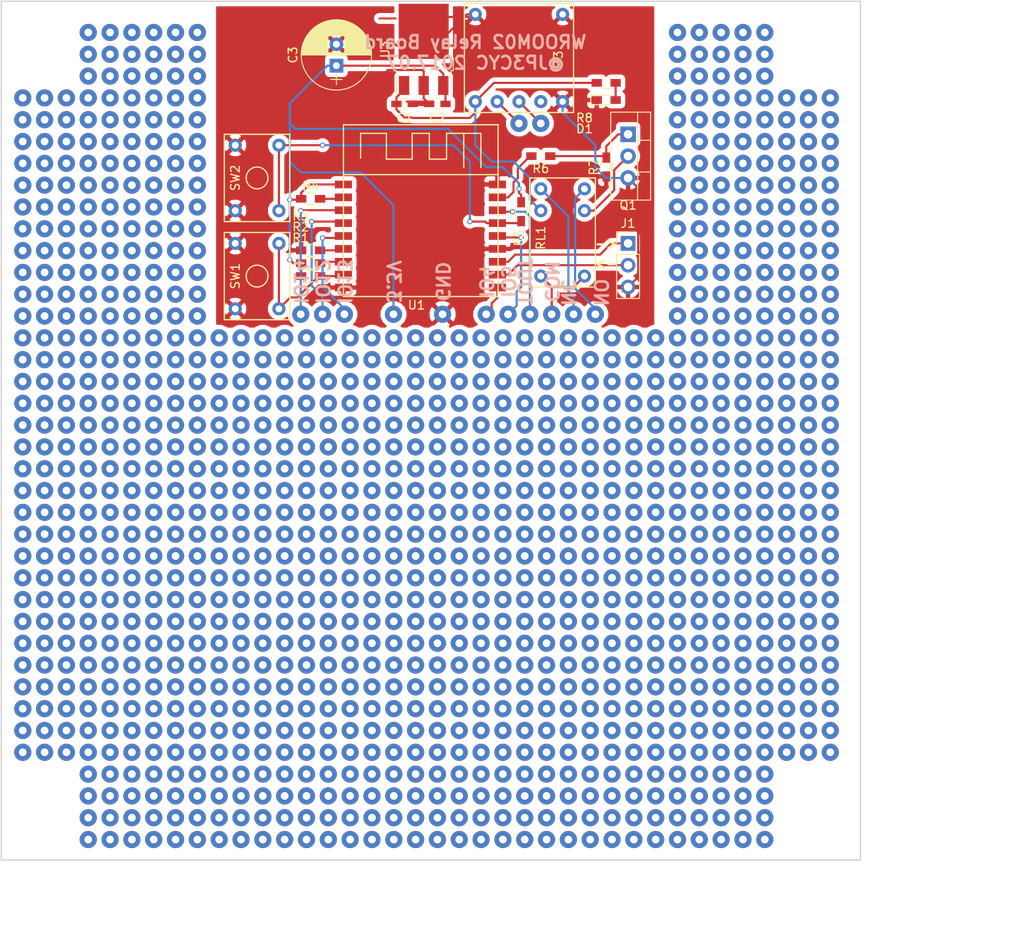
<source format=kicad_pcb>
(kicad_pcb (version 4) (host pcbnew 4.0.6)
  (layers (0 F.Cu signal) (31 B.Cu signal) (34 B.Paste user) (35 F.Paste user) (36 B.SilkS user) (37 F.SilkS user) (38 B.Mask user) (39 F.Mask user) (44 Edge.Cuts user))
  (net 0 "")
  (net 1 +5V)
  (net 2 GND)
  (net 3 +3V3)
  (net 4 "Net-(D1-Pad2)")
  (net 5 "Net-(J1-Pad1)")
  (net 6 "Net-(J1-Pad2)")
  (net 7 "Net-(J3-Pad2)")
  (net 8 "Net-(J3-Pad3)")
  (net 9 "Net-(J6-Pad1)")
  (net 10 "Net-(J7-Pad1)")
  (net 11 "Net-(J8-Pad1)")
  (net 12 "Net-(J9-Pad1)")
  (net 13 "Net-(J10-Pad1)")
  (net 14 "Net-(J11-Pad1)")
  (net 15 "Net-(Q1-Pad1)")
  (net 16 "Net-(Q1-Pad2)")
  (net 17 "Net-(R1-Pad2)")
  (net 18 "Net-(R2-Pad2)")
  (net 19 "Net-(R3-Pad1)")
  (net 20 "Net-(R4-Pad2)")
  (net 21 "Net-(R5-Pad2)")
  (net 22 "Net-(R6-Pad2)")
  (net 23 "Net-(J2-Pad1)")
  (net 24 "Net-(J12-Pad1)")
  (net 25 "Net-(J13-Pad1)")
  (module pad:universal (layer F.Cu) (at 72.82 53.63)
    (fp_text reference REF** hide)
    (fp_text value "" hide)
    (pad 1 thru_hole circle (at 0 0) (size 2 2) (drill 0.9) (layers *.Cu *.Mask))
  )
  (module pad:universal (layer F.Cu) (at 70.28 56.17)
    (fp_text reference REF** hide)
    (fp_text value "" hide)
    (pad 1 thru_hole circle (at 0 0) (size 2 2) (drill 0.9) (layers *.Cu *.Mask))
  )
  (module pad:universal (layer F.Cu) (at 72.82 56.17)
    (fp_text reference REF** hide)
    (fp_text value "" hide)
    (pad 1 thru_hole circle (at 0 0) (size 2 2) (drill 0.9) (layers *.Cu *.Mask))
  )
  (module pad:universal (layer F.Cu) (at 72.82 58.71)
    (fp_text reference REF** hide)
    (fp_text value "" hide)
    (pad 1 thru_hole circle (at 0 0) (size 2 2) (drill 0.9) (layers *.Cu *.Mask))
  )
  (module pad:universal (layer F.Cu) (at 70.28 53.63)
    (fp_text reference REF** hide)
    (fp_text value "" hide)
    (pad 1 thru_hole circle (at 0 0) (size 2 2) (drill 0.9) (layers *.Cu *.Mask))
  )
  (module pad:universal (layer F.Cu) (at 70.28 58.71)
    (fp_text reference REF** hide)
    (fp_text value "" hide)
    (pad 1 thru_hole circle (at 0 0) (size 2 2) (drill 0.9) (layers *.Cu *.Mask))
  )
  (module pad:universal (layer F.Cu) (at 67.74 58.71)
    (fp_text reference REF** hide)
    (fp_text value "" hide)
    (pad 1 thru_hole circle (at 0 0) (size 2 2) (drill 0.9) (layers *.Cu *.Mask))
  )
  (module pad:universal (layer F.Cu) (at 67.74 53.63)
    (fp_text reference REF** hide)
    (fp_text value "" hide)
    (pad 1 thru_hole circle (at 0 0) (size 2 2) (drill 0.9) (layers *.Cu *.Mask))
  )
  (module pad:universal (layer F.Cu) (at 65.2 56.17)
    (fp_text reference REF** hide)
    (fp_text value "" hide)
    (pad 1 thru_hole circle (at 0 0) (size 2 2) (drill 0.9) (layers *.Cu *.Mask))
  )
  (module pad:universal (layer F.Cu) (at 67.74 56.17)
    (fp_text reference REF** hide)
    (fp_text value "" hide)
    (pad 1 thru_hole circle (at 0 0) (size 2 2) (drill 0.9) (layers *.Cu *.Mask))
  )
  (module pad:universal (layer F.Cu) (at 65.2 53.63)
    (fp_text reference REF** hide)
    (fp_text value "" hide)
    (pad 1 thru_hole circle (at 0 0) (size 2 2) (drill 0.9) (layers *.Cu *.Mask))
  )
  (module pad:universal (layer F.Cu) (at 65.2 58.71)
    (fp_text reference REF** hide)
    (fp_text value "" hide)
    (pad 1 thru_hole circle (at 0 0) (size 2 2) (drill 0.9) (layers *.Cu *.Mask))
  )
  (module pad:universal (layer F.Cu) (at 60.12 53.63)
    (fp_text reference REF** hide)
    (fp_text value "" hide)
    (pad 1 thru_hole circle (at 0 0) (size 2 2) (drill 0.9) (layers *.Cu *.Mask))
  )
  (module pad:universal (layer F.Cu) (at 62.66 56.17)
    (fp_text reference REF** hide)
    (fp_text value "" hide)
    (pad 1 thru_hole circle (at 0 0) (size 2 2) (drill 0.9) (layers *.Cu *.Mask))
  )
  (module pad:universal (layer F.Cu) (at 60.12 56.17)
    (fp_text reference REF** hide)
    (fp_text value "" hide)
    (pad 1 thru_hole circle (at 0 0) (size 2 2) (drill 0.9) (layers *.Cu *.Mask))
  )
  (module pad:universal (layer F.Cu) (at 62.66 53.63)
    (fp_text reference REF** hide)
    (fp_text value "" hide)
    (pad 1 thru_hole circle (at 0 0) (size 2 2) (drill 0.9) (layers *.Cu *.Mask))
  )
  (module pad:universal (layer F.Cu) (at 62.66 58.71)
    (fp_text reference REF** hide)
    (fp_text value "" hide)
    (pad 1 thru_hole circle (at 0 0) (size 2 2) (drill 0.9) (layers *.Cu *.Mask))
  )
  (module pad:universal (layer F.Cu) (at 60.12 58.71)
    (fp_text reference REF** hide)
    (fp_text value "" hide)
    (pad 1 thru_hole circle (at 0 0) (size 2 2) (drill 0.9) (layers *.Cu *.Mask))
  )
  (module pad:universal (layer F.Cu) (at 72.82 61.25)
    (fp_text reference REF** hide)
    (fp_text value "" hide)
    (pad 1 thru_hole circle (at 0 0) (size 2 2) (drill 0.9) (layers *.Cu *.Mask))
  )
  (module pad:universal (layer F.Cu) (at 70.28 61.25)
    (fp_text reference REF** hide)
    (fp_text value "" hide)
    (pad 1 thru_hole circle (at 0 0) (size 2 2) (drill 0.9) (layers *.Cu *.Mask))
  )
  (module pad:universal (layer F.Cu) (at 67.74 61.25)
    (fp_text reference REF** hide)
    (fp_text value "" hide)
    (pad 1 thru_hole circle (at 0 0) (size 2 2) (drill 0.9) (layers *.Cu *.Mask))
  )
  (module pad:universal (layer F.Cu) (at 52.5 61.25)
    (fp_text reference REF** hide)
    (fp_text value "" hide)
    (pad 1 thru_hole circle (at 0 0) (size 2 2) (drill 0.9) (layers *.Cu *.Mask))
  )
  (module pad:universal (layer F.Cu) (at 57.58 61.25)
    (fp_text reference REF** hide)
    (fp_text value "" hide)
    (pad 1 thru_hole circle (at 0 0) (size 2 2) (drill 0.9) (layers *.Cu *.Mask))
  )
  (module pad:universal (layer F.Cu) (at 55.04 61.25)
    (fp_text reference REF** hide)
    (fp_text value "" hide)
    (pad 1 thru_hole circle (at 0 0) (size 2 2) (drill 0.9) (layers *.Cu *.Mask))
  )
  (module pad:universal (layer F.Cu) (at 60.12 61.25)
    (fp_text reference REF** hide)
    (fp_text value "" hide)
    (pad 1 thru_hole circle (at 0 0) (size 2 2) (drill 0.9) (layers *.Cu *.Mask))
  )
  (module pad:universal (layer F.Cu) (at 62.66 61.25)
    (fp_text reference REF** hide)
    (fp_text value "" hide)
    (pad 1 thru_hole circle (at 0 0) (size 2 2) (drill 0.9) (layers *.Cu *.Mask))
  )
  (module pad:universal (layer F.Cu) (at 65.2 61.25)
    (fp_text reference REF** hide)
    (fp_text value "" hide)
    (pad 1 thru_hole circle (at 0 0) (size 2 2) (drill 0.9) (layers *.Cu *.Mask))
  )
  (module pad:universal (layer F.Cu) (at 67.74 63.79)
    (fp_text reference REF** hide)
    (fp_text value "" hide)
    (pad 1 thru_hole circle (at 0 0) (size 2 2) (drill 0.9) (layers *.Cu *.Mask))
  )
  (module pad:universal (layer F.Cu) (at 70.28 66.33)
    (fp_text reference REF** hide)
    (fp_text value "" hide)
    (pad 1 thru_hole circle (at 0 0) (size 2 2) (drill 0.9) (layers *.Cu *.Mask))
  )
  (module pad:universal (layer F.Cu) (at 72.82 66.33)
    (fp_text reference REF** hide)
    (fp_text value "" hide)
    (pad 1 thru_hole circle (at 0 0) (size 2 2) (drill 0.9) (layers *.Cu *.Mask))
  )
  (module pad:universal (layer F.Cu) (at 67.74 66.33)
    (fp_text reference REF** hide)
    (fp_text value "" hide)
    (pad 1 thru_hole circle (at 0 0) (size 2 2) (drill 0.9) (layers *.Cu *.Mask))
  )
  (module pad:universal (layer F.Cu) (at 70.28 63.79)
    (fp_text reference REF** hide)
    (fp_text value "" hide)
    (pad 1 thru_hole circle (at 0 0) (size 2 2) (drill 0.9) (layers *.Cu *.Mask))
  )
  (module pad:universal (layer F.Cu) (at 72.82 63.79)
    (fp_text reference REF** hide)
    (fp_text value "" hide)
    (pad 1 thru_hole circle (at 0 0) (size 2 2) (drill 0.9) (layers *.Cu *.Mask))
  )
  (module pad:universal (layer F.Cu) (at 62.66 66.33)
    (fp_text reference REF** hide)
    (fp_text value "" hide)
    (pad 1 thru_hole circle (at 0 0) (size 2 2) (drill 0.9) (layers *.Cu *.Mask))
  )
  (module pad:universal (layer F.Cu) (at 65.2 63.79)
    (fp_text reference REF** hide)
    (fp_text value "" hide)
    (pad 1 thru_hole circle (at 0 0) (size 2 2) (drill 0.9) (layers *.Cu *.Mask))
  )
  (module pad:universal (layer F.Cu) (at 65.2 66.33)
    (fp_text reference REF** hide)
    (fp_text value "" hide)
    (pad 1 thru_hole circle (at 0 0) (size 2 2) (drill 0.9) (layers *.Cu *.Mask))
  )
  (module pad:universal (layer F.Cu) (at 62.66 63.79)
    (fp_text reference REF** hide)
    (fp_text value "" hide)
    (pad 1 thru_hole circle (at 0 0) (size 2 2) (drill 0.9) (layers *.Cu *.Mask))
  )
  (module pad:universal (layer F.Cu) (at 60.12 63.79)
    (fp_text reference REF** hide)
    (fp_text value "" hide)
    (pad 1 thru_hole circle (at 0 0) (size 2 2) (drill 0.9) (layers *.Cu *.Mask))
  )
  (module pad:universal (layer F.Cu) (at 60.12 66.33)
    (fp_text reference REF** hide)
    (fp_text value "" hide)
    (pad 1 thru_hole circle (at 0 0) (size 2 2) (drill 0.9) (layers *.Cu *.Mask))
  )
  (module pad:universal (layer F.Cu) (at 52.5 66.33)
    (fp_text reference REF** hide)
    (fp_text value "" hide)
    (pad 1 thru_hole circle (at 0 0) (size 2 2) (drill 0.9) (layers *.Cu *.Mask))
  )
  (module pad:universal (layer F.Cu) (at 55.04 63.79)
    (fp_text reference REF** hide)
    (fp_text value "" hide)
    (pad 1 thru_hole circle (at 0 0) (size 2 2) (drill 0.9) (layers *.Cu *.Mask))
  )
  (module pad:universal (layer F.Cu) (at 57.58 63.79)
    (fp_text reference REF** hide)
    (fp_text value "" hide)
    (pad 1 thru_hole circle (at 0 0) (size 2 2) (drill 0.9) (layers *.Cu *.Mask))
  )
  (module pad:universal (layer F.Cu) (at 55.04 66.33)
    (fp_text reference REF** hide)
    (fp_text value "" hide)
    (pad 1 thru_hole circle (at 0 0) (size 2 2) (drill 0.9) (layers *.Cu *.Mask))
  )
  (module pad:universal (layer F.Cu) (at 52.5 63.79)
    (fp_text reference REF** hide)
    (fp_text value "" hide)
    (pad 1 thru_hole circle (at 0 0) (size 2 2) (drill 0.9) (layers *.Cu *.Mask))
  )
  (module pad:universal (layer F.Cu) (at 57.58 66.33)
    (fp_text reference REF** hide)
    (fp_text value "" hide)
    (pad 1 thru_hole circle (at 0 0) (size 2 2) (drill 0.9) (layers *.Cu *.Mask))
  )
  (module pad:universal (layer F.Cu) (at 67.74 71.41)
    (fp_text reference REF** hide)
    (fp_text value "" hide)
    (pad 1 thru_hole circle (at 0 0) (size 2 2) (drill 0.9) (layers *.Cu *.Mask))
  )
  (module pad:universal (layer F.Cu) (at 65.2 73.95)
    (fp_text reference REF** hide)
    (fp_text value "" hide)
    (pad 1 thru_hole circle (at 0 0) (size 2 2) (drill 0.9) (layers *.Cu *.Mask))
  )
  (module pad:universal (layer F.Cu) (at 67.74 73.95)
    (fp_text reference REF** hide)
    (fp_text value "" hide)
    (pad 1 thru_hole circle (at 0 0) (size 2 2) (drill 0.9) (layers *.Cu *.Mask))
  )
  (module pad:universal (layer F.Cu) (at 67.74 68.87)
    (fp_text reference REF** hide)
    (fp_text value "" hide)
    (pad 1 thru_hole circle (at 0 0) (size 2 2) (drill 0.9) (layers *.Cu *.Mask))
  )
  (module pad:universal (layer F.Cu) (at 65.2 71.41)
    (fp_text reference REF** hide)
    (fp_text value "" hide)
    (pad 1 thru_hole circle (at 0 0) (size 2 2) (drill 0.9) (layers *.Cu *.Mask))
  )
  (module pad:universal (layer F.Cu) (at 62.66 68.87)
    (fp_text reference REF** hide)
    (fp_text value "" hide)
    (pad 1 thru_hole circle (at 0 0) (size 2 2) (drill 0.9) (layers *.Cu *.Mask))
  )
  (module pad:universal (layer F.Cu) (at 65.2 68.87)
    (fp_text reference REF** hide)
    (fp_text value "" hide)
    (pad 1 thru_hole circle (at 0 0) (size 2 2) (drill 0.9) (layers *.Cu *.Mask))
  )
  (module pad:universal (layer F.Cu) (at 62.66 71.41)
    (fp_text reference REF** hide)
    (fp_text value "" hide)
    (pad 1 thru_hole circle (at 0 0) (size 2 2) (drill 0.9) (layers *.Cu *.Mask))
  )
  (module pad:universal (layer F.Cu) (at 62.66 73.95)
    (fp_text reference REF** hide)
    (fp_text value "" hide)
    (pad 1 thru_hole circle (at 0 0) (size 2 2) (drill 0.9) (layers *.Cu *.Mask))
  )
  (module pad:universal (layer F.Cu) (at 57.58 71.41)
    (fp_text reference REF** hide)
    (fp_text value "" hide)
    (pad 1 thru_hole circle (at 0 0) (size 2 2) (drill 0.9) (layers *.Cu *.Mask))
  )
  (module pad:universal (layer F.Cu) (at 57.58 68.87)
    (fp_text reference REF** hide)
    (fp_text value "" hide)
    (pad 1 thru_hole circle (at 0 0) (size 2 2) (drill 0.9) (layers *.Cu *.Mask))
  )
  (module pad:universal (layer F.Cu) (at 60.12 71.41)
    (fp_text reference REF** hide)
    (fp_text value "" hide)
    (pad 1 thru_hole circle (at 0 0) (size 2 2) (drill 0.9) (layers *.Cu *.Mask))
  )
  (module pad:universal (layer F.Cu) (at 60.12 68.87)
    (fp_text reference REF** hide)
    (fp_text value "" hide)
    (pad 1 thru_hole circle (at 0 0) (size 2 2) (drill 0.9) (layers *.Cu *.Mask))
  )
  (module pad:universal (layer F.Cu) (at 60.12 73.95)
    (fp_text reference REF** hide)
    (fp_text value "" hide)
    (pad 1 thru_hole circle (at 0 0) (size 2 2) (drill 0.9) (layers *.Cu *.Mask))
  )
  (module pad:universal (layer F.Cu) (at 55.04 68.87)
    (fp_text reference REF** hide)
    (fp_text value "" hide)
    (pad 1 thru_hole circle (at 0 0) (size 2 2) (drill 0.9) (layers *.Cu *.Mask))
  )
  (module pad:universal (layer F.Cu) (at 55.04 71.41)
    (fp_text reference REF** hide)
    (fp_text value "" hide)
    (pad 1 thru_hole circle (at 0 0) (size 2 2) (drill 0.9) (layers *.Cu *.Mask))
  )
  (module pad:universal (layer F.Cu) (at 52.5 68.87)
    (fp_text reference REF** hide)
    (fp_text value "" hide)
    (pad 1 thru_hole circle (at 0 0) (size 2 2) (drill 0.9) (layers *.Cu *.Mask))
  )
  (module pad:universal (layer F.Cu) (at 52.5 73.95)
    (fp_text reference REF** hide)
    (fp_text value "" hide)
    (pad 1 thru_hole circle (at 0 0) (size 2 2) (drill 0.9) (layers *.Cu *.Mask))
  )
  (module pad:universal (layer F.Cu) (at 52.5 71.41)
    (fp_text reference REF** hide)
    (fp_text value "" hide)
    (pad 1 thru_hole circle (at 0 0) (size 2 2) (drill 0.9) (layers *.Cu *.Mask))
  )
  (module pad:universal (layer F.Cu) (at 70.28 68.87)
    (fp_text reference REF** hide)
    (fp_text value "" hide)
    (pad 1 thru_hole circle (at 0 0) (size 2 2) (drill 0.9) (layers *.Cu *.Mask))
  )
  (module pad:universal (layer F.Cu) (at 70.28 73.95)
    (fp_text reference REF** hide)
    (fp_text value "" hide)
    (pad 1 thru_hole circle (at 0 0) (size 2 2) (drill 0.9) (layers *.Cu *.Mask))
  )
  (module pad:universal (layer F.Cu) (at 72.82 68.87)
    (fp_text reference REF** hide)
    (fp_text value "" hide)
    (pad 1 thru_hole circle (at 0 0) (size 2 2) (drill 0.9) (layers *.Cu *.Mask))
  )
  (module pad:universal (layer F.Cu) (at 70.28 71.41)
    (fp_text reference REF** hide)
    (fp_text value "" hide)
    (pad 1 thru_hole circle (at 0 0) (size 2 2) (drill 0.9) (layers *.Cu *.Mask))
  )
  (module pad:universal (layer F.Cu) (at 72.82 73.95)
    (fp_text reference REF** hide)
    (fp_text value "" hide)
    (pad 1 thru_hole circle (at 0 0) (size 2 2) (drill 0.9) (layers *.Cu *.Mask))
  )
  (module pad:universal (layer F.Cu) (at 72.82 71.41)
    (fp_text reference REF** hide)
    (fp_text value "" hide)
    (pad 1 thru_hole circle (at 0 0) (size 2 2) (drill 0.9) (layers *.Cu *.Mask))
  )
  (module pad:universal (layer F.Cu) (at 55.04 73.95)
    (fp_text reference REF** hide)
    (fp_text value "" hide)
    (pad 1 thru_hole circle (at 0 0) (size 2 2) (drill 0.9) (layers *.Cu *.Mask))
  )
  (module pad:universal (layer F.Cu) (at 57.58 73.95)
    (fp_text reference REF** hide)
    (fp_text value "" hide)
    (pad 1 thru_hole circle (at 0 0) (size 2 2) (drill 0.9) (layers *.Cu *.Mask))
  )
  (module pad:universal (layer F.Cu) (at 67.74 76.49)
    (fp_text reference REF** hide)
    (fp_text value "" hide)
    (pad 1 thru_hole circle (at 0 0) (size 2 2) (drill 0.9) (layers *.Cu *.Mask))
  )
  (module pad:universal (layer F.Cu) (at 70.28 79.03)
    (fp_text reference REF** hide)
    (fp_text value "" hide)
    (pad 1 thru_hole circle (at 0 0) (size 2 2) (drill 0.9) (layers *.Cu *.Mask))
  )
  (module pad:universal (layer F.Cu) (at 72.82 79.03)
    (fp_text reference REF** hide)
    (fp_text value "" hide)
    (pad 1 thru_hole circle (at 0 0) (size 2 2) (drill 0.9) (layers *.Cu *.Mask))
  )
  (module pad:universal (layer F.Cu) (at 67.74 79.03)
    (fp_text reference REF** hide)
    (fp_text value "" hide)
    (pad 1 thru_hole circle (at 0 0) (size 2 2) (drill 0.9) (layers *.Cu *.Mask))
  )
  (module pad:universal (layer F.Cu) (at 70.28 76.49)
    (fp_text reference REF** hide)
    (fp_text value "" hide)
    (pad 1 thru_hole circle (at 0 0) (size 2 2) (drill 0.9) (layers *.Cu *.Mask))
  )
  (module pad:universal (layer F.Cu) (at 72.82 76.49)
    (fp_text reference REF** hide)
    (fp_text value "" hide)
    (pad 1 thru_hole circle (at 0 0) (size 2 2) (drill 0.9) (layers *.Cu *.Mask))
  )
  (module pad:universal (layer F.Cu) (at 62.66 79.03)
    (fp_text reference REF** hide)
    (fp_text value "" hide)
    (pad 1 thru_hole circle (at 0 0) (size 2 2) (drill 0.9) (layers *.Cu *.Mask))
  )
  (module pad:universal (layer F.Cu) (at 65.2 76.49)
    (fp_text reference REF** hide)
    (fp_text value "" hide)
    (pad 1 thru_hole circle (at 0 0) (size 2 2) (drill 0.9) (layers *.Cu *.Mask))
  )
  (module pad:universal (layer F.Cu) (at 65.2 79.03)
    (fp_text reference REF** hide)
    (fp_text value "" hide)
    (pad 1 thru_hole circle (at 0 0) (size 2 2) (drill 0.9) (layers *.Cu *.Mask))
  )
  (module pad:universal (layer F.Cu) (at 62.66 76.49)
    (fp_text reference REF** hide)
    (fp_text value "" hide)
    (pad 1 thru_hole circle (at 0 0) (size 2 2) (drill 0.9) (layers *.Cu *.Mask))
  )
  (module pad:universal (layer F.Cu) (at 60.12 76.49)
    (fp_text reference REF** hide)
    (fp_text value "" hide)
    (pad 1 thru_hole circle (at 0 0) (size 2 2) (drill 0.9) (layers *.Cu *.Mask))
  )
  (module pad:universal (layer F.Cu) (at 60.12 79.03)
    (fp_text reference REF** hide)
    (fp_text value "" hide)
    (pad 1 thru_hole circle (at 0 0) (size 2 2) (drill 0.9) (layers *.Cu *.Mask))
  )
  (module pad:universal (layer F.Cu) (at 52.5 79.03)
    (fp_text reference REF** hide)
    (fp_text value "" hide)
    (pad 1 thru_hole circle (at 0 0) (size 2 2) (drill 0.9) (layers *.Cu *.Mask))
  )
  (module pad:universal (layer F.Cu) (at 55.04 76.49)
    (fp_text reference REF** hide)
    (fp_text value "" hide)
    (pad 1 thru_hole circle (at 0 0) (size 2 2) (drill 0.9) (layers *.Cu *.Mask))
  )
  (module pad:universal (layer F.Cu) (at 57.58 76.49)
    (fp_text reference REF** hide)
    (fp_text value "" hide)
    (pad 1 thru_hole circle (at 0 0) (size 2 2) (drill 0.9) (layers *.Cu *.Mask))
  )
  (module pad:universal (layer F.Cu) (at 55.04 79.03)
    (fp_text reference REF** hide)
    (fp_text value "" hide)
    (pad 1 thru_hole circle (at 0 0) (size 2 2) (drill 0.9) (layers *.Cu *.Mask))
  )
  (module pad:universal (layer F.Cu) (at 52.5 76.49)
    (fp_text reference REF** hide)
    (fp_text value "" hide)
    (pad 1 thru_hole circle (at 0 0) (size 2 2) (drill 0.9) (layers *.Cu *.Mask))
  )
  (module pad:universal (layer F.Cu) (at 57.58 79.03)
    (fp_text reference REF** hide)
    (fp_text value "" hide)
    (pad 1 thru_hole circle (at 0 0) (size 2 2) (drill 0.9) (layers *.Cu *.Mask))
  )
  (module pad:universal (layer F.Cu) (at 67.74 84.11)
    (fp_text reference REF** hide)
    (fp_text value "" hide)
    (pad 1 thru_hole circle (at 0 0) (size 2 2) (drill 0.9) (layers *.Cu *.Mask))
  )
  (module pad:universal (layer F.Cu) (at 65.2 86.65)
    (fp_text reference REF** hide)
    (fp_text value "" hide)
    (pad 1 thru_hole circle (at 0 0) (size 2 2) (drill 0.9) (layers *.Cu *.Mask))
  )
  (module pad:universal (layer F.Cu) (at 67.74 86.65)
    (fp_text reference REF** hide)
    (fp_text value "" hide)
    (pad 1 thru_hole circle (at 0 0) (size 2 2) (drill 0.9) (layers *.Cu *.Mask))
  )
  (module pad:universal (layer F.Cu) (at 67.74 81.57)
    (fp_text reference REF** hide)
    (fp_text value "" hide)
    (pad 1 thru_hole circle (at 0 0) (size 2 2) (drill 0.9) (layers *.Cu *.Mask))
  )
  (module pad:universal (layer F.Cu) (at 65.2 84.11)
    (fp_text reference REF** hide)
    (fp_text value "" hide)
    (pad 1 thru_hole circle (at 0 0) (size 2 2) (drill 0.9) (layers *.Cu *.Mask))
  )
  (module pad:universal (layer F.Cu) (at 62.66 81.57)
    (fp_text reference REF** hide)
    (fp_text value "" hide)
    (pad 1 thru_hole circle (at 0 0) (size 2 2) (drill 0.9) (layers *.Cu *.Mask))
  )
  (module pad:universal (layer F.Cu) (at 65.2 81.57)
    (fp_text reference REF** hide)
    (fp_text value "" hide)
    (pad 1 thru_hole circle (at 0 0) (size 2 2) (drill 0.9) (layers *.Cu *.Mask))
  )
  (module pad:universal (layer F.Cu) (at 62.66 84.11)
    (fp_text reference REF** hide)
    (fp_text value "" hide)
    (pad 1 thru_hole circle (at 0 0) (size 2 2) (drill 0.9) (layers *.Cu *.Mask))
  )
  (module pad:universal (layer F.Cu) (at 62.66 86.65)
    (fp_text reference REF** hide)
    (fp_text value "" hide)
    (pad 1 thru_hole circle (at 0 0) (size 2 2) (drill 0.9) (layers *.Cu *.Mask))
  )
  (module pad:universal (layer F.Cu) (at 57.58 84.11)
    (fp_text reference REF** hide)
    (fp_text value "" hide)
    (pad 1 thru_hole circle (at 0 0) (size 2 2) (drill 0.9) (layers *.Cu *.Mask))
  )
  (module pad:universal (layer F.Cu) (at 57.58 81.57)
    (fp_text reference REF** hide)
    (fp_text value "" hide)
    (pad 1 thru_hole circle (at 0 0) (size 2 2) (drill 0.9) (layers *.Cu *.Mask))
  )
  (module pad:universal (layer F.Cu) (at 60.12 84.11)
    (fp_text reference REF** hide)
    (fp_text value "" hide)
    (pad 1 thru_hole circle (at 0 0) (size 2 2) (drill 0.9) (layers *.Cu *.Mask))
  )
  (module pad:universal (layer F.Cu) (at 60.12 81.57)
    (fp_text reference REF** hide)
    (fp_text value "" hide)
    (pad 1 thru_hole circle (at 0 0) (size 2 2) (drill 0.9) (layers *.Cu *.Mask))
  )
  (module pad:universal (layer F.Cu) (at 60.12 86.65)
    (fp_text reference REF** hide)
    (fp_text value "" hide)
    (pad 1 thru_hole circle (at 0 0) (size 2 2) (drill 0.9) (layers *.Cu *.Mask))
  )
  (module pad:universal (layer F.Cu) (at 55.04 81.57)
    (fp_text reference REF** hide)
    (fp_text value "" hide)
    (pad 1 thru_hole circle (at 0 0) (size 2 2) (drill 0.9) (layers *.Cu *.Mask))
  )
  (module pad:universal (layer F.Cu) (at 55.04 84.11)
    (fp_text reference REF** hide)
    (fp_text value "" hide)
    (pad 1 thru_hole circle (at 0 0) (size 2 2) (drill 0.9) (layers *.Cu *.Mask))
  )
  (module pad:universal (layer F.Cu) (at 52.5 81.57)
    (fp_text reference REF** hide)
    (fp_text value "" hide)
    (pad 1 thru_hole circle (at 0 0) (size 2 2) (drill 0.9) (layers *.Cu *.Mask))
  )
  (module pad:universal (layer F.Cu) (at 52.5 86.65)
    (fp_text reference REF** hide)
    (fp_text value "" hide)
    (pad 1 thru_hole circle (at 0 0) (size 2 2) (drill 0.9) (layers *.Cu *.Mask))
  )
  (module pad:universal (layer F.Cu) (at 52.5 84.11)
    (fp_text reference REF** hide)
    (fp_text value "" hide)
    (pad 1 thru_hole circle (at 0 0) (size 2 2) (drill 0.9) (layers *.Cu *.Mask))
  )
  (module pad:universal (layer F.Cu) (at 70.28 81.57)
    (fp_text reference REF** hide)
    (fp_text value "" hide)
    (pad 1 thru_hole circle (at 0 0) (size 2 2) (drill 0.9) (layers *.Cu *.Mask))
  )
  (module pad:universal (layer F.Cu) (at 70.28 86.65)
    (fp_text reference REF** hide)
    (fp_text value "" hide)
    (pad 1 thru_hole circle (at 0 0) (size 2 2) (drill 0.9) (layers *.Cu *.Mask))
  )
  (module pad:universal (layer F.Cu) (at 72.82 81.57)
    (fp_text reference REF** hide)
    (fp_text value "" hide)
    (pad 1 thru_hole circle (at 0 0) (size 2 2) (drill 0.9) (layers *.Cu *.Mask))
  )
  (module pad:universal (layer F.Cu) (at 70.28 84.11)
    (fp_text reference REF** hide)
    (fp_text value "" hide)
    (pad 1 thru_hole circle (at 0 0) (size 2 2) (drill 0.9) (layers *.Cu *.Mask))
  )
  (module pad:universal (layer F.Cu) (at 72.82 86.65)
    (fp_text reference REF** hide)
    (fp_text value "" hide)
    (pad 1 thru_hole circle (at 0 0) (size 2 2) (drill 0.9) (layers *.Cu *.Mask))
  )
  (module pad:universal (layer F.Cu) (at 72.82 84.11)
    (fp_text reference REF** hide)
    (fp_text value "" hide)
    (pad 1 thru_hole circle (at 0 0) (size 2 2) (drill 0.9) (layers *.Cu *.Mask))
  )
  (module pad:universal (layer F.Cu) (at 55.04 86.65)
    (fp_text reference REF** hide)
    (fp_text value "" hide)
    (pad 1 thru_hole circle (at 0 0) (size 2 2) (drill 0.9) (layers *.Cu *.Mask))
  )
  (module pad:universal (layer F.Cu) (at 57.58 86.65)
    (fp_text reference REF** hide)
    (fp_text value "" hide)
    (pad 1 thru_hole circle (at 0 0) (size 2 2) (drill 0.9) (layers *.Cu *.Mask))
  )
  (module pad:universal (layer F.Cu) (at 133.78 53.63)
    (fp_text reference REF** hide)
    (fp_text value "" hide)
    (pad 1 thru_hole circle (at 0 0) (size 2 2) (drill 0.9) (layers *.Cu *.Mask))
  )
  (module pad:universal (layer F.Cu) (at 133.78 56.17)
    (fp_text reference REF** hide)
    (fp_text value "" hide)
    (pad 1 thru_hole circle (at 0 0) (size 2 2) (drill 0.9) (layers *.Cu *.Mask))
  )
  (module pad:universal (layer F.Cu) (at 138.86 53.63)
    (fp_text reference REF** hide)
    (fp_text value "" hide)
    (pad 1 thru_hole circle (at 0 0) (size 2 2) (drill 0.9) (layers *.Cu *.Mask))
  )
  (module pad:universal (layer F.Cu) (at 136.32 53.63)
    (fp_text reference REF** hide)
    (fp_text value "" hide)
    (pad 1 thru_hole circle (at 0 0) (size 2 2) (drill 0.9) (layers *.Cu *.Mask))
  )
  (module pad:universal (layer F.Cu) (at 133.78 58.71)
    (fp_text reference REF** hide)
    (fp_text value "" hide)
    (pad 1 thru_hole circle (at 0 0) (size 2 2) (drill 0.9) (layers *.Cu *.Mask))
  )
  (module pad:universal (layer F.Cu) (at 138.86 58.71)
    (fp_text reference REF** hide)
    (fp_text value "" hide)
    (pad 1 thru_hole circle (at 0 0) (size 2 2) (drill 0.9) (layers *.Cu *.Mask))
  )
  (module pad:universal (layer F.Cu) (at 136.32 58.71)
    (fp_text reference REF** hide)
    (fp_text value "" hide)
    (pad 1 thru_hole circle (at 0 0) (size 2 2) (drill 0.9) (layers *.Cu *.Mask))
  )
  (module pad:universal (layer F.Cu) (at 136.32 56.17)
    (fp_text reference REF** hide)
    (fp_text value "" hide)
    (pad 1 thru_hole circle (at 0 0) (size 2 2) (drill 0.9) (layers *.Cu *.Mask))
  )
  (module pad:universal (layer F.Cu) (at 138.86 56.17)
    (fp_text reference REF** hide)
    (fp_text value "" hide)
    (pad 1 thru_hole circle (at 0 0) (size 2 2) (drill 0.9) (layers *.Cu *.Mask))
  )
  (module pad:universal (layer F.Cu) (at 131.24 53.63)
    (fp_text reference REF** hide)
    (fp_text value "" hide)
    (pad 1 thru_hole circle (at 0 0) (size 2 2) (drill 0.9) (layers *.Cu *.Mask))
  )
  (module pad:universal (layer F.Cu) (at 131.24 56.17)
    (fp_text reference REF** hide)
    (fp_text value "" hide)
    (pad 1 thru_hole circle (at 0 0) (size 2 2) (drill 0.9) (layers *.Cu *.Mask))
  )
  (module pad:universal (layer F.Cu) (at 128.7 53.63)
    (fp_text reference REF** hide)
    (fp_text value "" hide)
    (pad 1 thru_hole circle (at 0 0) (size 2 2) (drill 0.9) (layers *.Cu *.Mask))
  )
  (module pad:universal (layer F.Cu) (at 131.24 58.71)
    (fp_text reference REF** hide)
    (fp_text value "" hide)
    (pad 1 thru_hole circle (at 0 0) (size 2 2) (drill 0.9) (layers *.Cu *.Mask))
  )
  (module pad:universal (layer F.Cu) (at 128.7 56.17)
    (fp_text reference REF** hide)
    (fp_text value "" hide)
    (pad 1 thru_hole circle (at 0 0) (size 2 2) (drill 0.9) (layers *.Cu *.Mask))
  )
  (module pad:universal (layer F.Cu) (at 128.7 58.71)
    (fp_text reference REF** hide)
    (fp_text value "" hide)
    (pad 1 thru_hole circle (at 0 0) (size 2 2) (drill 0.9) (layers *.Cu *.Mask))
  )
  (module pad:universal (layer F.Cu) (at 143.94 61.25)
    (fp_text reference REF** hide)
    (fp_text value "" hide)
    (pad 1 thru_hole circle (at 0 0) (size 2 2) (drill 0.9) (layers *.Cu *.Mask))
  )
  (module pad:universal (layer F.Cu) (at 141.4 61.25)
    (fp_text reference REF** hide)
    (fp_text value "" hide)
    (pad 1 thru_hole circle (at 0 0) (size 2 2) (drill 0.9) (layers *.Cu *.Mask))
  )
  (module pad:universal (layer F.Cu) (at 146.48 61.25)
    (fp_text reference REF** hide)
    (fp_text value "" hide)
    (pad 1 thru_hole circle (at 0 0) (size 2 2) (drill 0.9) (layers *.Cu *.Mask))
  )
  (module pad:universal (layer F.Cu) (at 136.32 61.25)
    (fp_text reference REF** hide)
    (fp_text value "" hide)
    (pad 1 thru_hole circle (at 0 0) (size 2 2) (drill 0.9) (layers *.Cu *.Mask))
  )
  (module pad:universal (layer F.Cu) (at 138.86 61.25)
    (fp_text reference REF** hide)
    (fp_text value "" hide)
    (pad 1 thru_hole circle (at 0 0) (size 2 2) (drill 0.9) (layers *.Cu *.Mask))
  )
  (module pad:universal (layer F.Cu) (at 128.7 61.25)
    (fp_text reference REF** hide)
    (fp_text value "" hide)
    (pad 1 thru_hole circle (at 0 0) (size 2 2) (drill 0.9) (layers *.Cu *.Mask))
  )
  (module pad:universal (layer F.Cu) (at 133.78 61.25)
    (fp_text reference REF** hide)
    (fp_text value "" hide)
    (pad 1 thru_hole circle (at 0 0) (size 2 2) (drill 0.9) (layers *.Cu *.Mask))
  )
  (module pad:universal (layer F.Cu) (at 131.24 61.25)
    (fp_text reference REF** hide)
    (fp_text value "" hide)
    (pad 1 thru_hole circle (at 0 0) (size 2 2) (drill 0.9) (layers *.Cu *.Mask))
  )
  (module pad:universal (layer F.Cu) (at 133.78 71.41)
    (fp_text reference REF** hide)
    (fp_text value "" hide)
    (pad 1 thru_hole circle (at 0 0) (size 2 2) (drill 0.9) (layers *.Cu *.Mask))
  )
  (module pad:universal (layer F.Cu) (at 131.24 71.41)
    (fp_text reference REF** hide)
    (fp_text value "" hide)
    (pad 1 thru_hole circle (at 0 0) (size 2 2) (drill 0.9) (layers *.Cu *.Mask))
  )
  (module pad:universal (layer F.Cu) (at 128.7 71.41)
    (fp_text reference REF** hide)
    (fp_text value "" hide)
    (pad 1 thru_hole circle (at 0 0) (size 2 2) (drill 0.9) (layers *.Cu *.Mask))
  )
  (module pad:universal (layer F.Cu) (at 131.24 68.87)
    (fp_text reference REF** hide)
    (fp_text value "" hide)
    (pad 1 thru_hole circle (at 0 0) (size 2 2) (drill 0.9) (layers *.Cu *.Mask))
  )
  (module pad:universal (layer F.Cu) (at 128.7 68.87)
    (fp_text reference REF** hide)
    (fp_text value "" hide)
    (pad 1 thru_hole circle (at 0 0) (size 2 2) (drill 0.9) (layers *.Cu *.Mask))
  )
  (module pad:universal (layer F.Cu) (at 133.78 68.87)
    (fp_text reference REF** hide)
    (fp_text value "" hide)
    (pad 1 thru_hole circle (at 0 0) (size 2 2) (drill 0.9) (layers *.Cu *.Mask))
  )
  (module pad:universal (layer F.Cu) (at 143.94 71.41)
    (fp_text reference REF** hide)
    (fp_text value "" hide)
    (pad 1 thru_hole circle (at 0 0) (size 2 2) (drill 0.9) (layers *.Cu *.Mask))
  )
  (module pad:universal (layer F.Cu) (at 146.48 71.41)
    (fp_text reference REF** hide)
    (fp_text value "" hide)
    (pad 1 thru_hole circle (at 0 0) (size 2 2) (drill 0.9) (layers *.Cu *.Mask))
  )
  (module pad:universal (layer F.Cu) (at 141.4 71.41)
    (fp_text reference REF** hide)
    (fp_text value "" hide)
    (pad 1 thru_hole circle (at 0 0) (size 2 2) (drill 0.9) (layers *.Cu *.Mask))
  )
  (module pad:universal (layer F.Cu) (at 146.48 68.87)
    (fp_text reference REF** hide)
    (fp_text value "" hide)
    (pad 1 thru_hole circle (at 0 0) (size 2 2) (drill 0.9) (layers *.Cu *.Mask))
  )
  (module pad:universal (layer F.Cu) (at 141.4 68.87)
    (fp_text reference REF** hide)
    (fp_text value "" hide)
    (pad 1 thru_hole circle (at 0 0) (size 2 2) (drill 0.9) (layers *.Cu *.Mask))
  )
  (module pad:universal (layer F.Cu) (at 141.4 63.79)
    (fp_text reference REF** hide)
    (fp_text value "" hide)
    (pad 1 thru_hole circle (at 0 0) (size 2 2) (drill 0.9) (layers *.Cu *.Mask))
  )
  (module pad:universal (layer F.Cu) (at 143.94 63.79)
    (fp_text reference REF** hide)
    (fp_text value "" hide)
    (pad 1 thru_hole circle (at 0 0) (size 2 2) (drill 0.9) (layers *.Cu *.Mask))
  )
  (module pad:universal (layer F.Cu) (at 143.94 68.87)
    (fp_text reference REF** hide)
    (fp_text value "" hide)
    (pad 1 thru_hole circle (at 0 0) (size 2 2) (drill 0.9) (layers *.Cu *.Mask))
  )
  (module pad:universal (layer F.Cu) (at 141.4 66.33)
    (fp_text reference REF** hide)
    (fp_text value "" hide)
    (pad 1 thru_hole circle (at 0 0) (size 2 2) (drill 0.9) (layers *.Cu *.Mask))
  )
  (module pad:universal (layer F.Cu) (at 143.94 66.33)
    (fp_text reference REF** hide)
    (fp_text value "" hide)
    (pad 1 thru_hole circle (at 0 0) (size 2 2) (drill 0.9) (layers *.Cu *.Mask))
  )
  (module pad:universal (layer F.Cu) (at 128.7 66.33)
    (fp_text reference REF** hide)
    (fp_text value "" hide)
    (pad 1 thru_hole circle (at 0 0) (size 2 2) (drill 0.9) (layers *.Cu *.Mask))
  )
  (module pad:universal (layer F.Cu) (at 128.7 63.79)
    (fp_text reference REF** hide)
    (fp_text value "" hide)
    (pad 1 thru_hole circle (at 0 0) (size 2 2) (drill 0.9) (layers *.Cu *.Mask))
  )
  (module pad:universal (layer F.Cu) (at 131.24 63.79)
    (fp_text reference REF** hide)
    (fp_text value "" hide)
    (pad 1 thru_hole circle (at 0 0) (size 2 2) (drill 0.9) (layers *.Cu *.Mask))
  )
  (module pad:universal (layer F.Cu) (at 131.24 66.33)
    (fp_text reference REF** hide)
    (fp_text value "" hide)
    (pad 1 thru_hole circle (at 0 0) (size 2 2) (drill 0.9) (layers *.Cu *.Mask))
  )
  (module pad:universal (layer F.Cu) (at 133.78 63.79)
    (fp_text reference REF** hide)
    (fp_text value "" hide)
    (pad 1 thru_hole circle (at 0 0) (size 2 2) (drill 0.9) (layers *.Cu *.Mask))
  )
  (module pad:universal (layer F.Cu) (at 133.78 66.33)
    (fp_text reference REF** hide)
    (fp_text value "" hide)
    (pad 1 thru_hole circle (at 0 0) (size 2 2) (drill 0.9) (layers *.Cu *.Mask))
  )
  (module pad:universal (layer F.Cu) (at 138.86 71.41)
    (fp_text reference REF** hide)
    (fp_text value "" hide)
    (pad 1 thru_hole circle (at 0 0) (size 2 2) (drill 0.9) (layers *.Cu *.Mask))
  )
  (module pad:universal (layer F.Cu) (at 138.86 66.33)
    (fp_text reference REF** hide)
    (fp_text value "" hide)
    (pad 1 thru_hole circle (at 0 0) (size 2 2) (drill 0.9) (layers *.Cu *.Mask))
  )
  (module pad:universal (layer F.Cu) (at 136.32 71.41)
    (fp_text reference REF** hide)
    (fp_text value "" hide)
    (pad 1 thru_hole circle (at 0 0) (size 2 2) (drill 0.9) (layers *.Cu *.Mask))
  )
  (module pad:universal (layer F.Cu) (at 138.86 68.87)
    (fp_text reference REF** hide)
    (fp_text value "" hide)
    (pad 1 thru_hole circle (at 0 0) (size 2 2) (drill 0.9) (layers *.Cu *.Mask))
  )
  (module pad:universal (layer F.Cu) (at 136.32 66.33)
    (fp_text reference REF** hide)
    (fp_text value "" hide)
    (pad 1 thru_hole circle (at 0 0) (size 2 2) (drill 0.9) (layers *.Cu *.Mask))
  )
  (module pad:universal (layer F.Cu) (at 136.32 68.87)
    (fp_text reference REF** hide)
    (fp_text value "" hide)
    (pad 1 thru_hole circle (at 0 0) (size 2 2) (drill 0.9) (layers *.Cu *.Mask))
  )
  (module pad:universal (layer F.Cu) (at 138.86 63.79)
    (fp_text reference REF** hide)
    (fp_text value "" hide)
    (pad 1 thru_hole circle (at 0 0) (size 2 2) (drill 0.9) (layers *.Cu *.Mask))
  )
  (module pad:universal (layer F.Cu) (at 146.48 63.79)
    (fp_text reference REF** hide)
    (fp_text value "" hide)
    (pad 1 thru_hole circle (at 0 0) (size 2 2) (drill 0.9) (layers *.Cu *.Mask))
  )
  (module pad:universal (layer F.Cu) (at 136.32 63.79)
    (fp_text reference REF** hide)
    (fp_text value "" hide)
    (pad 1 thru_hole circle (at 0 0) (size 2 2) (drill 0.9) (layers *.Cu *.Mask))
  )
  (module pad:universal (layer F.Cu) (at 146.48 66.33)
    (fp_text reference REF** hide)
    (fp_text value "" hide)
    (pad 1 thru_hole circle (at 0 0) (size 2 2) (drill 0.9) (layers *.Cu *.Mask))
  )
  (module pad:universal (layer F.Cu) (at 136.32 79.03)
    (fp_text reference REF** hide)
    (fp_text value "" hide)
    (pad 1 thru_hole circle (at 0 0) (size 2 2) (drill 0.9) (layers *.Cu *.Mask))
  )
  (module pad:universal (layer F.Cu) (at 133.78 79.03)
    (fp_text reference REF** hide)
    (fp_text value "" hide)
    (pad 1 thru_hole circle (at 0 0) (size 2 2) (drill 0.9) (layers *.Cu *.Mask))
  )
  (module pad:universal (layer F.Cu) (at 133.78 76.49)
    (fp_text reference REF** hide)
    (fp_text value "" hide)
    (pad 1 thru_hole circle (at 0 0) (size 2 2) (drill 0.9) (layers *.Cu *.Mask))
  )
  (module pad:universal (layer F.Cu) (at 133.78 73.95)
    (fp_text reference REF** hide)
    (fp_text value "" hide)
    (pad 1 thru_hole circle (at 0 0) (size 2 2) (drill 0.9) (layers *.Cu *.Mask))
  )
  (module pad:universal (layer F.Cu) (at 136.32 76.49)
    (fp_text reference REF** hide)
    (fp_text value "" hide)
    (pad 1 thru_hole circle (at 0 0) (size 2 2) (drill 0.9) (layers *.Cu *.Mask))
  )
  (module pad:universal (layer F.Cu) (at 131.24 73.95)
    (fp_text reference REF** hide)
    (fp_text value "" hide)
    (pad 1 thru_hole circle (at 0 0) (size 2 2) (drill 0.9) (layers *.Cu *.Mask))
  )
  (module pad:universal (layer F.Cu) (at 128.7 73.95)
    (fp_text reference REF** hide)
    (fp_text value "" hide)
    (pad 1 thru_hole circle (at 0 0) (size 2 2) (drill 0.9) (layers *.Cu *.Mask))
  )
  (module pad:universal (layer F.Cu) (at 131.24 76.49)
    (fp_text reference REF** hide)
    (fp_text value "" hide)
    (pad 1 thru_hole circle (at 0 0) (size 2 2) (drill 0.9) (layers *.Cu *.Mask))
  )
  (module pad:universal (layer F.Cu) (at 146.48 79.03)
    (fp_text reference REF** hide)
    (fp_text value "" hide)
    (pad 1 thru_hole circle (at 0 0) (size 2 2) (drill 0.9) (layers *.Cu *.Mask))
  )
  (module pad:universal (layer F.Cu) (at 146.48 73.95)
    (fp_text reference REF** hide)
    (fp_text value "" hide)
    (pad 1 thru_hole circle (at 0 0) (size 2 2) (drill 0.9) (layers *.Cu *.Mask))
  )
  (module pad:universal (layer F.Cu) (at 146.48 76.49)
    (fp_text reference REF** hide)
    (fp_text value "" hide)
    (pad 1 thru_hole circle (at 0 0) (size 2 2) (drill 0.9) (layers *.Cu *.Mask))
  )
  (module pad:universal (layer F.Cu) (at 143.94 76.49)
    (fp_text reference REF** hide)
    (fp_text value "" hide)
    (pad 1 thru_hole circle (at 0 0) (size 2 2) (drill 0.9) (layers *.Cu *.Mask))
  )
  (module pad:universal (layer F.Cu) (at 141.4 76.49)
    (fp_text reference REF** hide)
    (fp_text value "" hide)
    (pad 1 thru_hole circle (at 0 0) (size 2 2) (drill 0.9) (layers *.Cu *.Mask))
  )
  (module pad:universal (layer F.Cu) (at 143.94 79.03)
    (fp_text reference REF** hide)
    (fp_text value "" hide)
    (pad 1 thru_hole circle (at 0 0) (size 2 2) (drill 0.9) (layers *.Cu *.Mask))
  )
  (module pad:universal (layer F.Cu) (at 141.4 79.03)
    (fp_text reference REF** hide)
    (fp_text value "" hide)
    (pad 1 thru_hole circle (at 0 0) (size 2 2) (drill 0.9) (layers *.Cu *.Mask))
  )
  (module pad:universal (layer F.Cu) (at 143.94 73.95)
    (fp_text reference REF** hide)
    (fp_text value "" hide)
    (pad 1 thru_hole circle (at 0 0) (size 2 2) (drill 0.9) (layers *.Cu *.Mask))
  )
  (module pad:universal (layer F.Cu) (at 141.4 73.95)
    (fp_text reference REF** hide)
    (fp_text value "" hide)
    (pad 1 thru_hole circle (at 0 0) (size 2 2) (drill 0.9) (layers *.Cu *.Mask))
  )
  (module pad:universal (layer F.Cu) (at 138.86 73.95)
    (fp_text reference REF** hide)
    (fp_text value "" hide)
    (pad 1 thru_hole circle (at 0 0) (size 2 2) (drill 0.9) (layers *.Cu *.Mask))
  )
  (module pad:universal (layer F.Cu) (at 136.32 73.95)
    (fp_text reference REF** hide)
    (fp_text value "" hide)
    (pad 1 thru_hole circle (at 0 0) (size 2 2) (drill 0.9) (layers *.Cu *.Mask))
  )
  (module pad:universal (layer F.Cu) (at 138.86 76.49)
    (fp_text reference REF** hide)
    (fp_text value "" hide)
    (pad 1 thru_hole circle (at 0 0) (size 2 2) (drill 0.9) (layers *.Cu *.Mask))
  )
  (module pad:universal (layer F.Cu) (at 138.86 79.03)
    (fp_text reference REF** hide)
    (fp_text value "" hide)
    (pad 1 thru_hole circle (at 0 0) (size 2 2) (drill 0.9) (layers *.Cu *.Mask))
  )
  (module pad:universal (layer F.Cu) (at 128.7 76.49)
    (fp_text reference REF** hide)
    (fp_text value "" hide)
    (pad 1 thru_hole circle (at 0 0) (size 2 2) (drill 0.9) (layers *.Cu *.Mask))
  )
  (module pad:universal (layer F.Cu) (at 128.7 79.03)
    (fp_text reference REF** hide)
    (fp_text value "" hide)
    (pad 1 thru_hole circle (at 0 0) (size 2 2) (drill 0.9) (layers *.Cu *.Mask))
  )
  (module pad:universal (layer F.Cu) (at 131.24 79.03)
    (fp_text reference REF** hide)
    (fp_text value "" hide)
    (pad 1 thru_hole circle (at 0 0) (size 2 2) (drill 0.9) (layers *.Cu *.Mask))
  )
  (module pad:universal (layer F.Cu) (at 131.24 86.65)
    (fp_text reference REF** hide)
    (fp_text value "" hide)
    (pad 1 thru_hole circle (at 0 0) (size 2 2) (drill 0.9) (layers *.Cu *.Mask))
  )
  (module pad:universal (layer F.Cu) (at 133.78 86.65)
    (fp_text reference REF** hide)
    (fp_text value "" hide)
    (pad 1 thru_hole circle (at 0 0) (size 2 2) (drill 0.9) (layers *.Cu *.Mask))
  )
  (module pad:universal (layer F.Cu) (at 128.7 81.57)
    (fp_text reference REF** hide)
    (fp_text value "" hide)
    (pad 1 thru_hole circle (at 0 0) (size 2 2) (drill 0.9) (layers *.Cu *.Mask))
  )
  (module pad:universal (layer F.Cu) (at 131.24 84.11)
    (fp_text reference REF** hide)
    (fp_text value "" hide)
    (pad 1 thru_hole circle (at 0 0) (size 2 2) (drill 0.9) (layers *.Cu *.Mask))
  )
  (module pad:universal (layer F.Cu) (at 133.78 84.11)
    (fp_text reference REF** hide)
    (fp_text value "" hide)
    (pad 1 thru_hole circle (at 0 0) (size 2 2) (drill 0.9) (layers *.Cu *.Mask))
  )
  (module pad:universal (layer F.Cu) (at 131.24 81.57)
    (fp_text reference REF** hide)
    (fp_text value "" hide)
    (pad 1 thru_hole circle (at 0 0) (size 2 2) (drill 0.9) (layers *.Cu *.Mask))
  )
  (module pad:universal (layer F.Cu) (at 133.78 81.57)
    (fp_text reference REF** hide)
    (fp_text value "" hide)
    (pad 1 thru_hole circle (at 0 0) (size 2 2) (drill 0.9) (layers *.Cu *.Mask))
  )
  (module pad:universal (layer F.Cu) (at 128.7 84.11)
    (fp_text reference REF** hide)
    (fp_text value "" hide)
    (pad 1 thru_hole circle (at 0 0) (size 2 2) (drill 0.9) (layers *.Cu *.Mask))
  )
  (module pad:universal (layer F.Cu) (at 128.7 86.65)
    (fp_text reference REF** hide)
    (fp_text value "" hide)
    (pad 1 thru_hole circle (at 0 0) (size 2 2) (drill 0.9) (layers *.Cu *.Mask))
  )
  (module pad:universal (layer F.Cu) (at 141.4 81.57)
    (fp_text reference REF** hide)
    (fp_text value "" hide)
    (pad 1 thru_hole circle (at 0 0) (size 2 2) (drill 0.9) (layers *.Cu *.Mask))
  )
  (module pad:universal (layer F.Cu) (at 146.48 81.57)
    (fp_text reference REF** hide)
    (fp_text value "" hide)
    (pad 1 thru_hole circle (at 0 0) (size 2 2) (drill 0.9) (layers *.Cu *.Mask))
  )
  (module pad:universal (layer F.Cu) (at 143.94 81.57)
    (fp_text reference REF** hide)
    (fp_text value "" hide)
    (pad 1 thru_hole circle (at 0 0) (size 2 2) (drill 0.9) (layers *.Cu *.Mask))
  )
  (module pad:universal (layer F.Cu) (at 146.48 84.11)
    (fp_text reference REF** hide)
    (fp_text value "" hide)
    (pad 1 thru_hole circle (at 0 0) (size 2 2) (drill 0.9) (layers *.Cu *.Mask))
  )
  (module pad:universal (layer F.Cu) (at 143.94 84.11)
    (fp_text reference REF** hide)
    (fp_text value "" hide)
    (pad 1 thru_hole circle (at 0 0) (size 2 2) (drill 0.9) (layers *.Cu *.Mask))
  )
  (module pad:universal (layer F.Cu) (at 143.94 86.65)
    (fp_text reference REF** hide)
    (fp_text value "" hide)
    (pad 1 thru_hole circle (at 0 0) (size 2 2) (drill 0.9) (layers *.Cu *.Mask))
  )
  (module pad:universal (layer F.Cu) (at 141.4 86.65)
    (fp_text reference REF** hide)
    (fp_text value "" hide)
    (pad 1 thru_hole circle (at 0 0) (size 2 2) (drill 0.9) (layers *.Cu *.Mask))
  )
  (module pad:universal (layer F.Cu) (at 141.4 84.11)
    (fp_text reference REF** hide)
    (fp_text value "" hide)
    (pad 1 thru_hole circle (at 0 0) (size 2 2) (drill 0.9) (layers *.Cu *.Mask))
  )
  (module pad:universal (layer F.Cu) (at 146.48 86.65)
    (fp_text reference REF** hide)
    (fp_text value "" hide)
    (pad 1 thru_hole circle (at 0 0) (size 2 2) (drill 0.9) (layers *.Cu *.Mask))
  )
  (module pad:universal (layer F.Cu) (at 136.32 81.57)
    (fp_text reference REF** hide)
    (fp_text value "" hide)
    (pad 1 thru_hole circle (at 0 0) (size 2 2) (drill 0.9) (layers *.Cu *.Mask))
  )
  (module pad:universal (layer F.Cu) (at 138.86 86.65)
    (fp_text reference REF** hide)
    (fp_text value "" hide)
    (pad 1 thru_hole circle (at 0 0) (size 2 2) (drill 0.9) (layers *.Cu *.Mask))
  )
  (module pad:universal (layer F.Cu) (at 136.32 84.11)
    (fp_text reference REF** hide)
    (fp_text value "" hide)
    (pad 1 thru_hole circle (at 0 0) (size 2 2) (drill 0.9) (layers *.Cu *.Mask))
  )
  (module pad:universal (layer F.Cu) (at 136.32 86.65)
    (fp_text reference REF** hide)
    (fp_text value "" hide)
    (pad 1 thru_hole circle (at 0 0) (size 2 2) (drill 0.9) (layers *.Cu *.Mask))
  )
  (module pad:universal (layer F.Cu) (at 138.86 84.11)
    (fp_text reference REF** hide)
    (fp_text value "" hide)
    (pad 1 thru_hole circle (at 0 0) (size 2 2) (drill 0.9) (layers *.Cu *.Mask))
  )
  (module pad:universal (layer F.Cu) (at 138.86 81.57)
    (fp_text reference REF** hide)
    (fp_text value "" hide)
    (pad 1 thru_hole circle (at 0 0) (size 2 2) (drill 0.9) (layers *.Cu *.Mask))
  )
  (module pad:universal (layer F.Cu) (at 136.32 94.27)
    (fp_text reference REF** hide)
    (fp_text value "" hide)
    (pad 1 thru_hole circle (at 0 0) (size 2 2) (drill 0.9) (layers *.Cu *.Mask))
  )
  (module pad:universal (layer F.Cu) (at 136.32 96.81)
    (fp_text reference REF** hide)
    (fp_text value "" hide)
    (pad 1 thru_hole circle (at 0 0) (size 2 2) (drill 0.9) (layers *.Cu *.Mask))
  )
  (module pad:universal (layer F.Cu) (at 146.48 94.27)
    (fp_text reference REF** hide)
    (fp_text value "" hide)
    (pad 1 thru_hole circle (at 0 0) (size 2 2) (drill 0.9) (layers *.Cu *.Mask))
  )
  (module pad:universal (layer F.Cu) (at 143.94 89.19)
    (fp_text reference REF** hide)
    (fp_text value "" hide)
    (pad 1 thru_hole circle (at 0 0) (size 2 2) (drill 0.9) (layers *.Cu *.Mask))
  )
  (module pad:universal (layer F.Cu) (at 146.48 91.73)
    (fp_text reference REF** hide)
    (fp_text value "" hide)
    (pad 1 thru_hole circle (at 0 0) (size 2 2) (drill 0.9) (layers *.Cu *.Mask))
  )
  (module pad:universal (layer F.Cu) (at 146.48 89.19)
    (fp_text reference REF** hide)
    (fp_text value "" hide)
    (pad 1 thru_hole circle (at 0 0) (size 2 2) (drill 0.9) (layers *.Cu *.Mask))
  )
  (module pad:universal (layer F.Cu) (at 143.94 91.73)
    (fp_text reference REF** hide)
    (fp_text value "" hide)
    (pad 1 thru_hole circle (at 0 0) (size 2 2) (drill 0.9) (layers *.Cu *.Mask))
  )
  (module pad:universal (layer F.Cu) (at 138.86 89.19)
    (fp_text reference REF** hide)
    (fp_text value "" hide)
    (pad 1 thru_hole circle (at 0 0) (size 2 2) (drill 0.9) (layers *.Cu *.Mask))
  )
  (module pad:universal (layer F.Cu) (at 136.32 89.19)
    (fp_text reference REF** hide)
    (fp_text value "" hide)
    (pad 1 thru_hole circle (at 0 0) (size 2 2) (drill 0.9) (layers *.Cu *.Mask))
  )
  (module pad:universal (layer F.Cu) (at 141.4 91.73)
    (fp_text reference REF** hide)
    (fp_text value "" hide)
    (pad 1 thru_hole circle (at 0 0) (size 2 2) (drill 0.9) (layers *.Cu *.Mask))
  )
  (module pad:universal (layer F.Cu) (at 141.4 89.19)
    (fp_text reference REF** hide)
    (fp_text value "" hide)
    (pad 1 thru_hole circle (at 0 0) (size 2 2) (drill 0.9) (layers *.Cu *.Mask))
  )
  (module pad:universal (layer F.Cu) (at 136.32 91.73)
    (fp_text reference REF** hide)
    (fp_text value "" hide)
    (pad 1 thru_hole circle (at 0 0) (size 2 2) (drill 0.9) (layers *.Cu *.Mask))
  )
  (module pad:universal (layer F.Cu) (at 138.86 91.73)
    (fp_text reference REF** hide)
    (fp_text value "" hide)
    (pad 1 thru_hole circle (at 0 0) (size 2 2) (drill 0.9) (layers *.Cu *.Mask))
  )
  (module pad:universal (layer F.Cu) (at 138.86 96.81)
    (fp_text reference REF** hide)
    (fp_text value "" hide)
    (pad 1 thru_hole circle (at 0 0) (size 2 2) (drill 0.9) (layers *.Cu *.Mask))
  )
  (module pad:universal (layer F.Cu) (at 143.94 94.27)
    (fp_text reference REF** hide)
    (fp_text value "" hide)
    (pad 1 thru_hole circle (at 0 0) (size 2 2) (drill 0.9) (layers *.Cu *.Mask))
  )
  (module pad:universal (layer F.Cu) (at 141.4 96.81)
    (fp_text reference REF** hide)
    (fp_text value "" hide)
    (pad 1 thru_hole circle (at 0 0) (size 2 2) (drill 0.9) (layers *.Cu *.Mask))
  )
  (module pad:universal (layer F.Cu) (at 141.4 94.27)
    (fp_text reference REF** hide)
    (fp_text value "" hide)
    (pad 1 thru_hole circle (at 0 0) (size 2 2) (drill 0.9) (layers *.Cu *.Mask))
  )
  (module pad:universal (layer F.Cu) (at 138.86 94.27)
    (fp_text reference REF** hide)
    (fp_text value "" hide)
    (pad 1 thru_hole circle (at 0 0) (size 2 2) (drill 0.9) (layers *.Cu *.Mask))
  )
  (module pad:universal (layer F.Cu) (at 146.48 96.81)
    (fp_text reference REF** hide)
    (fp_text value "" hide)
    (pad 1 thru_hole circle (at 0 0) (size 2 2) (drill 0.9) (layers *.Cu *.Mask))
  )
  (module pad:universal (layer F.Cu) (at 143.94 96.81)
    (fp_text reference REF** hide)
    (fp_text value "" hide)
    (pad 1 thru_hole circle (at 0 0) (size 2 2) (drill 0.9) (layers *.Cu *.Mask))
  )
  (module pad:universal (layer F.Cu) (at 133.78 91.73)
    (fp_text reference REF** hide)
    (fp_text value "" hide)
    (pad 1 thru_hole circle (at 0 0) (size 2 2) (drill 0.9) (layers *.Cu *.Mask))
  )
  (module pad:universal (layer F.Cu) (at 131.24 89.19)
    (fp_text reference REF** hide)
    (fp_text value "" hide)
    (pad 1 thru_hole circle (at 0 0) (size 2 2) (drill 0.9) (layers *.Cu *.Mask))
  )
  (module pad:universal (layer F.Cu) (at 131.24 91.73)
    (fp_text reference REF** hide)
    (fp_text value "" hide)
    (pad 1 thru_hole circle (at 0 0) (size 2 2) (drill 0.9) (layers *.Cu *.Mask))
  )
  (module pad:universal (layer F.Cu) (at 133.78 89.19)
    (fp_text reference REF** hide)
    (fp_text value "" hide)
    (pad 1 thru_hole circle (at 0 0) (size 2 2) (drill 0.9) (layers *.Cu *.Mask))
  )
  (module pad:universal (layer F.Cu) (at 121.08 94.27)
    (fp_text reference REF** hide)
    (fp_text value "" hide)
    (pad 1 thru_hole circle (at 0 0) (size 2 2) (drill 0.9) (layers *.Cu *.Mask))
  )
  (module pad:universal (layer F.Cu) (at 121.08 96.81)
    (fp_text reference REF** hide)
    (fp_text value "" hide)
    (pad 1 thru_hole circle (at 0 0) (size 2 2) (drill 0.9) (layers *.Cu *.Mask))
  )
  (module pad:universal (layer F.Cu) (at 123.62 94.27)
    (fp_text reference REF** hide)
    (fp_text value "" hide)
    (pad 1 thru_hole circle (at 0 0) (size 2 2) (drill 0.9) (layers *.Cu *.Mask))
  )
  (module pad:universal (layer F.Cu) (at 123.62 96.81)
    (fp_text reference REF** hide)
    (fp_text value "" hide)
    (pad 1 thru_hole circle (at 0 0) (size 2 2) (drill 0.9) (layers *.Cu *.Mask))
  )
  (module pad:universal (layer F.Cu) (at 126.16 94.27)
    (fp_text reference REF** hide)
    (fp_text value "" hide)
    (pad 1 thru_hole circle (at 0 0) (size 2 2) (drill 0.9) (layers *.Cu *.Mask))
  )
  (module pad:universal (layer F.Cu) (at 128.7 96.81)
    (fp_text reference REF** hide)
    (fp_text value "" hide)
    (pad 1 thru_hole circle (at 0 0) (size 2 2) (drill 0.9) (layers *.Cu *.Mask))
  )
  (module pad:universal (layer F.Cu) (at 126.16 96.81)
    (fp_text reference REF** hide)
    (fp_text value "" hide)
    (pad 1 thru_hole circle (at 0 0) (size 2 2) (drill 0.9) (layers *.Cu *.Mask))
  )
  (module pad:universal (layer F.Cu) (at 128.7 94.27)
    (fp_text reference REF** hide)
    (fp_text value "" hide)
    (pad 1 thru_hole circle (at 0 0) (size 2 2) (drill 0.9) (layers *.Cu *.Mask))
  )
  (module pad:universal (layer F.Cu) (at 121.08 91.73)
    (fp_text reference REF** hide)
    (fp_text value "" hide)
    (pad 1 thru_hole circle (at 0 0) (size 2 2) (drill 0.9) (layers *.Cu *.Mask))
  )
  (module pad:universal (layer F.Cu) (at 121.08 89.19)
    (fp_text reference REF** hide)
    (fp_text value "" hide)
    (pad 1 thru_hole circle (at 0 0) (size 2 2) (drill 0.9) (layers *.Cu *.Mask))
  )
  (module pad:universal (layer F.Cu) (at 128.7 89.19)
    (fp_text reference REF** hide)
    (fp_text value "" hide)
    (pad 1 thru_hole circle (at 0 0) (size 2 2) (drill 0.9) (layers *.Cu *.Mask))
  )
  (module pad:universal (layer F.Cu) (at 126.16 91.73)
    (fp_text reference REF** hide)
    (fp_text value "" hide)
    (pad 1 thru_hole circle (at 0 0) (size 2 2) (drill 0.9) (layers *.Cu *.Mask))
  )
  (module pad:universal (layer F.Cu) (at 128.7 91.73)
    (fp_text reference REF** hide)
    (fp_text value "" hide)
    (pad 1 thru_hole circle (at 0 0) (size 2 2) (drill 0.9) (layers *.Cu *.Mask))
  )
  (module pad:universal (layer F.Cu) (at 123.62 91.73)
    (fp_text reference REF** hide)
    (fp_text value "" hide)
    (pad 1 thru_hole circle (at 0 0) (size 2 2) (drill 0.9) (layers *.Cu *.Mask))
  )
  (module pad:universal (layer F.Cu) (at 123.62 89.19)
    (fp_text reference REF** hide)
    (fp_text value "" hide)
    (pad 1 thru_hole circle (at 0 0) (size 2 2) (drill 0.9) (layers *.Cu *.Mask))
  )
  (module pad:universal (layer F.Cu) (at 126.16 89.19)
    (fp_text reference REF** hide)
    (fp_text value "" hide)
    (pad 1 thru_hole circle (at 0 0) (size 2 2) (drill 0.9) (layers *.Cu *.Mask))
  )
  (module pad:universal (layer F.Cu) (at 133.78 94.27)
    (fp_text reference REF** hide)
    (fp_text value "" hide)
    (pad 1 thru_hole circle (at 0 0) (size 2 2) (drill 0.9) (layers *.Cu *.Mask))
  )
  (module pad:universal (layer F.Cu) (at 133.78 96.81)
    (fp_text reference REF** hide)
    (fp_text value "" hide)
    (pad 1 thru_hole circle (at 0 0) (size 2 2) (drill 0.9) (layers *.Cu *.Mask))
  )
  (module pad:universal (layer F.Cu) (at 131.24 96.81)
    (fp_text reference REF** hide)
    (fp_text value "" hide)
    (pad 1 thru_hole circle (at 0 0) (size 2 2) (drill 0.9) (layers *.Cu *.Mask))
  )
  (module pad:universal (layer F.Cu) (at 131.24 94.27)
    (fp_text reference REF** hide)
    (fp_text value "" hide)
    (pad 1 thru_hole circle (at 0 0) (size 2 2) (drill 0.9) (layers *.Cu *.Mask))
  )
  (module pad:universal (layer F.Cu) (at 88.06 89.19)
    (fp_text reference REF** hide)
    (fp_text value "" hide)
    (pad 1 thru_hole circle (at 0 0) (size 2 2) (drill 0.9) (layers *.Cu *.Mask))
  )
  (module pad:universal (layer F.Cu) (at 88.06 91.73)
    (fp_text reference REF** hide)
    (fp_text value "" hide)
    (pad 1 thru_hole circle (at 0 0) (size 2 2) (drill 0.9) (layers *.Cu *.Mask))
  )
  (module pad:universal (layer F.Cu) (at 85.52 89.19)
    (fp_text reference REF** hide)
    (fp_text value "" hide)
    (pad 1 thru_hole circle (at 0 0) (size 2 2) (drill 0.9) (layers *.Cu *.Mask))
  )
  (module pad:universal (layer F.Cu) (at 85.52 91.73)
    (fp_text reference REF** hide)
    (fp_text value "" hide)
    (pad 1 thru_hole circle (at 0 0) (size 2 2) (drill 0.9) (layers *.Cu *.Mask))
  )
  (module pad:universal (layer F.Cu) (at 67.74 89.19)
    (fp_text reference REF** hide)
    (fp_text value "" hide)
    (pad 1 thru_hole circle (at 0 0) (size 2 2) (drill 0.9) (layers *.Cu *.Mask))
  )
  (module pad:universal (layer F.Cu) (at 67.74 91.73)
    (fp_text reference REF** hide)
    (fp_text value "" hide)
    (pad 1 thru_hole circle (at 0 0) (size 2 2) (drill 0.9) (layers *.Cu *.Mask))
  )
  (module pad:universal (layer F.Cu) (at 70.28 91.73)
    (fp_text reference REF** hide)
    (fp_text value "" hide)
    (pad 1 thru_hole circle (at 0 0) (size 2 2) (drill 0.9) (layers *.Cu *.Mask))
  )
  (module pad:universal (layer F.Cu) (at 70.28 89.19)
    (fp_text reference REF** hide)
    (fp_text value "" hide)
    (pad 1 thru_hole circle (at 0 0) (size 2 2) (drill 0.9) (layers *.Cu *.Mask))
  )
  (module pad:universal (layer F.Cu) (at 82.98 91.73)
    (fp_text reference REF** hide)
    (fp_text value "" hide)
    (pad 1 thru_hole circle (at 0 0) (size 2 2) (drill 0.9) (layers *.Cu *.Mask))
  )
  (module pad:universal (layer F.Cu) (at 82.98 89.19)
    (fp_text reference REF** hide)
    (fp_text value "" hide)
    (pad 1 thru_hole circle (at 0 0) (size 2 2) (drill 0.9) (layers *.Cu *.Mask))
  )
  (module pad:universal (layer F.Cu) (at 77.9 91.73)
    (fp_text reference REF** hide)
    (fp_text value "" hide)
    (pad 1 thru_hole circle (at 0 0) (size 2 2) (drill 0.9) (layers *.Cu *.Mask))
  )
  (module pad:universal (layer F.Cu) (at 77.9 94.27)
    (fp_text reference REF** hide)
    (fp_text value "" hide)
    (pad 1 thru_hole circle (at 0 0) (size 2 2) (drill 0.9) (layers *.Cu *.Mask))
  )
  (module pad:universal (layer F.Cu) (at 80.44 91.73)
    (fp_text reference REF** hide)
    (fp_text value "" hide)
    (pad 1 thru_hole circle (at 0 0) (size 2 2) (drill 0.9) (layers *.Cu *.Mask))
  )
  (module pad:universal (layer F.Cu) (at 80.44 89.19)
    (fp_text reference REF** hide)
    (fp_text value "" hide)
    (pad 1 thru_hole circle (at 0 0) (size 2 2) (drill 0.9) (layers *.Cu *.Mask))
  )
  (module pad:universal (layer F.Cu) (at 77.9 89.19)
    (fp_text reference REF** hide)
    (fp_text value "" hide)
    (pad 1 thru_hole circle (at 0 0) (size 2 2) (drill 0.9) (layers *.Cu *.Mask))
  )
  (module pad:universal (layer F.Cu) (at 70.28 94.27)
    (fp_text reference REF** hide)
    (fp_text value "" hide)
    (pad 1 thru_hole circle (at 0 0) (size 2 2) (drill 0.9) (layers *.Cu *.Mask))
  )
  (module pad:universal (layer F.Cu) (at 72.82 89.19)
    (fp_text reference REF** hide)
    (fp_text value "" hide)
    (pad 1 thru_hole circle (at 0 0) (size 2 2) (drill 0.9) (layers *.Cu *.Mask))
  )
  (module pad:universal (layer F.Cu) (at 75.36 91.73)
    (fp_text reference REF** hide)
    (fp_text value "" hide)
    (pad 1 thru_hole circle (at 0 0) (size 2 2) (drill 0.9) (layers *.Cu *.Mask))
  )
  (module pad:universal (layer F.Cu) (at 75.36 94.27)
    (fp_text reference REF** hide)
    (fp_text value "" hide)
    (pad 1 thru_hole circle (at 0 0) (size 2 2) (drill 0.9) (layers *.Cu *.Mask))
  )
  (module pad:universal (layer F.Cu) (at 75.36 89.19)
    (fp_text reference REF** hide)
    (fp_text value "" hide)
    (pad 1 thru_hole circle (at 0 0) (size 2 2) (drill 0.9) (layers *.Cu *.Mask))
  )
  (module pad:universal (layer F.Cu) (at 72.82 94.27)
    (fp_text reference REF** hide)
    (fp_text value "" hide)
    (pad 1 thru_hole circle (at 0 0) (size 2 2) (drill 0.9) (layers *.Cu *.Mask))
  )
  (module pad:universal (layer F.Cu) (at 72.82 91.73)
    (fp_text reference REF** hide)
    (fp_text value "" hide)
    (pad 1 thru_hole circle (at 0 0) (size 2 2) (drill 0.9) (layers *.Cu *.Mask))
  )
  (module pad:universal (layer F.Cu) (at 75.36 96.81)
    (fp_text reference REF** hide)
    (fp_text value "" hide)
    (pad 1 thru_hole circle (at 0 0) (size 2 2) (drill 0.9) (layers *.Cu *.Mask))
  )
  (module pad:universal (layer F.Cu) (at 77.9 96.81)
    (fp_text reference REF** hide)
    (fp_text value "" hide)
    (pad 1 thru_hole circle (at 0 0) (size 2 2) (drill 0.9) (layers *.Cu *.Mask))
  )
  (module pad:universal (layer F.Cu) (at 65.2 96.81)
    (fp_text reference REF** hide)
    (fp_text value "" hide)
    (pad 1 thru_hole circle (at 0 0) (size 2 2) (drill 0.9) (layers *.Cu *.Mask))
  )
  (module pad:universal (layer F.Cu) (at 67.74 96.81)
    (fp_text reference REF** hide)
    (fp_text value "" hide)
    (pad 1 thru_hole circle (at 0 0) (size 2 2) (drill 0.9) (layers *.Cu *.Mask))
  )
  (module pad:universal (layer F.Cu) (at 72.82 96.81)
    (fp_text reference REF** hide)
    (fp_text value "" hide)
    (pad 1 thru_hole circle (at 0 0) (size 2 2) (drill 0.9) (layers *.Cu *.Mask))
  )
  (module pad:universal (layer F.Cu) (at 70.28 96.81)
    (fp_text reference REF** hide)
    (fp_text value "" hide)
    (pad 1 thru_hole circle (at 0 0) (size 2 2) (drill 0.9) (layers *.Cu *.Mask))
  )
  (module pad:universal (layer F.Cu) (at 67.74 94.27)
    (fp_text reference REF** hide)
    (fp_text value "" hide)
    (pad 1 thru_hole circle (at 0 0) (size 2 2) (drill 0.9) (layers *.Cu *.Mask))
  )
  (module pad:universal (layer F.Cu) (at 65.2 89.19)
    (fp_text reference REF** hide)
    (fp_text value "" hide)
    (pad 1 thru_hole circle (at 0 0) (size 2 2) (drill 0.9) (layers *.Cu *.Mask))
  )
  (module pad:universal (layer F.Cu) (at 65.2 91.73)
    (fp_text reference REF** hide)
    (fp_text value "" hide)
    (pad 1 thru_hole circle (at 0 0) (size 2 2) (drill 0.9) (layers *.Cu *.Mask))
  )
  (module pad:universal (layer F.Cu) (at 65.2 94.27)
    (fp_text reference REF** hide)
    (fp_text value "" hide)
    (pad 1 thru_hole circle (at 0 0) (size 2 2) (drill 0.9) (layers *.Cu *.Mask))
  )
  (module pad:universal (layer F.Cu) (at 57.58 96.81)
    (fp_text reference REF** hide)
    (fp_text value "" hide)
    (pad 1 thru_hole circle (at 0 0) (size 2 2) (drill 0.9) (layers *.Cu *.Mask))
  )
  (module pad:universal (layer F.Cu) (at 60.12 94.27)
    (fp_text reference REF** hide)
    (fp_text value "" hide)
    (pad 1 thru_hole circle (at 0 0) (size 2 2) (drill 0.9) (layers *.Cu *.Mask))
  )
  (module pad:universal (layer F.Cu) (at 57.58 94.27)
    (fp_text reference REF** hide)
    (fp_text value "" hide)
    (pad 1 thru_hole circle (at 0 0) (size 2 2) (drill 0.9) (layers *.Cu *.Mask))
  )
  (module pad:universal (layer F.Cu) (at 62.66 89.19)
    (fp_text reference REF** hide)
    (fp_text value "" hide)
    (pad 1 thru_hole circle (at 0 0) (size 2 2) (drill 0.9) (layers *.Cu *.Mask))
  )
  (module pad:universal (layer F.Cu) (at 60.12 89.19)
    (fp_text reference REF** hide)
    (fp_text value "" hide)
    (pad 1 thru_hole circle (at 0 0) (size 2 2) (drill 0.9) (layers *.Cu *.Mask))
  )
  (module pad:universal (layer F.Cu) (at 60.12 91.73)
    (fp_text reference REF** hide)
    (fp_text value "" hide)
    (pad 1 thru_hole circle (at 0 0) (size 2 2) (drill 0.9) (layers *.Cu *.Mask))
  )
  (module pad:universal (layer F.Cu) (at 62.66 91.73)
    (fp_text reference REF** hide)
    (fp_text value "" hide)
    (pad 1 thru_hole circle (at 0 0) (size 2 2) (drill 0.9) (layers *.Cu *.Mask))
  )
  (module pad:universal (layer F.Cu) (at 62.66 94.27)
    (fp_text reference REF** hide)
    (fp_text value "" hide)
    (pad 1 thru_hole circle (at 0 0) (size 2 2) (drill 0.9) (layers *.Cu *.Mask))
  )
  (module pad:universal (layer F.Cu) (at 62.66 96.81)
    (fp_text reference REF** hide)
    (fp_text value "" hide)
    (pad 1 thru_hole circle (at 0 0) (size 2 2) (drill 0.9) (layers *.Cu *.Mask))
  )
  (module pad:universal (layer F.Cu) (at 60.12 96.81)
    (fp_text reference REF** hide)
    (fp_text value "" hide)
    (pad 1 thru_hole circle (at 0 0) (size 2 2) (drill 0.9) (layers *.Cu *.Mask))
  )
  (module pad:universal (layer F.Cu) (at 52.5 91.73)
    (fp_text reference REF** hide)
    (fp_text value "" hide)
    (pad 1 thru_hole circle (at 0 0) (size 2 2) (drill 0.9) (layers *.Cu *.Mask))
  )
  (module pad:universal (layer F.Cu) (at 55.04 94.27)
    (fp_text reference REF** hide)
    (fp_text value "" hide)
    (pad 1 thru_hole circle (at 0 0) (size 2 2) (drill 0.9) (layers *.Cu *.Mask))
  )
  (module pad:universal (layer F.Cu) (at 52.5 94.27)
    (fp_text reference REF** hide)
    (fp_text value "" hide)
    (pad 1 thru_hole circle (at 0 0) (size 2 2) (drill 0.9) (layers *.Cu *.Mask))
  )
  (module pad:universal (layer F.Cu) (at 52.5 89.19)
    (fp_text reference REF** hide)
    (fp_text value "" hide)
    (pad 1 thru_hole circle (at 0 0) (size 2 2) (drill 0.9) (layers *.Cu *.Mask))
  )
  (module pad:universal (layer F.Cu) (at 55.04 96.81)
    (fp_text reference REF** hide)
    (fp_text value "" hide)
    (pad 1 thru_hole circle (at 0 0) (size 2 2) (drill 0.9) (layers *.Cu *.Mask))
  )
  (module pad:universal (layer F.Cu) (at 52.5 96.81)
    (fp_text reference REF** hide)
    (fp_text value "" hide)
    (pad 1 thru_hole circle (at 0 0) (size 2 2) (drill 0.9) (layers *.Cu *.Mask))
  )
  (module pad:universal (layer F.Cu) (at 57.58 89.19)
    (fp_text reference REF** hide)
    (fp_text value "" hide)
    (pad 1 thru_hole circle (at 0 0) (size 2 2) (drill 0.9) (layers *.Cu *.Mask))
  )
  (module pad:universal (layer F.Cu) (at 55.04 89.19)
    (fp_text reference REF** hide)
    (fp_text value "" hide)
    (pad 1 thru_hole circle (at 0 0) (size 2 2) (drill 0.9) (layers *.Cu *.Mask))
  )
  (module pad:universal (layer F.Cu) (at 57.58 91.73)
    (fp_text reference REF** hide)
    (fp_text value "" hide)
    (pad 1 thru_hole circle (at 0 0) (size 2 2) (drill 0.9) (layers *.Cu *.Mask))
  )
  (module pad:universal (layer F.Cu) (at 55.04 91.73)
    (fp_text reference REF** hide)
    (fp_text value "" hide)
    (pad 1 thru_hole circle (at 0 0) (size 2 2) (drill 0.9) (layers *.Cu *.Mask))
  )
  (module pad:universal (layer F.Cu) (at 80.44 94.27)
    (fp_text reference REF** hide)
    (fp_text value "" hide)
    (pad 1 thru_hole circle (at 0 0) (size 2 2) (drill 0.9) (layers *.Cu *.Mask))
  )
  (module pad:universal (layer F.Cu) (at 82.98 94.27)
    (fp_text reference REF** hide)
    (fp_text value "" hide)
    (pad 1 thru_hole circle (at 0 0) (size 2 2) (drill 0.9) (layers *.Cu *.Mask))
  )
  (module pad:universal (layer F.Cu) (at 82.98 96.81)
    (fp_text reference REF** hide)
    (fp_text value "" hide)
    (pad 1 thru_hole circle (at 0 0) (size 2 2) (drill 0.9) (layers *.Cu *.Mask))
  )
  (module pad:universal (layer F.Cu) (at 80.44 96.81)
    (fp_text reference REF** hide)
    (fp_text value "" hide)
    (pad 1 thru_hole circle (at 0 0) (size 2 2) (drill 0.9) (layers *.Cu *.Mask))
  )
  (module pad:universal (layer F.Cu) (at 85.52 94.27)
    (fp_text reference REF** hide)
    (fp_text value "" hide)
    (pad 1 thru_hole circle (at 0 0) (size 2 2) (drill 0.9) (layers *.Cu *.Mask))
  )
  (module pad:universal (layer F.Cu) (at 88.06 94.27)
    (fp_text reference REF** hide)
    (fp_text value "" hide)
    (pad 1 thru_hole circle (at 0 0) (size 2 2) (drill 0.9) (layers *.Cu *.Mask))
  )
  (module pad:universal (layer F.Cu) (at 88.06 96.81)
    (fp_text reference REF** hide)
    (fp_text value "" hide)
    (pad 1 thru_hole circle (at 0 0) (size 2 2) (drill 0.9) (layers *.Cu *.Mask))
  )
  (module pad:universal (layer F.Cu) (at 85.52 96.81)
    (fp_text reference REF** hide)
    (fp_text value "" hide)
    (pad 1 thru_hole circle (at 0 0) (size 2 2) (drill 0.9) (layers *.Cu *.Mask))
  )
  (module pad:universal (layer F.Cu) (at 90.6 96.81)
    (fp_text reference REF** hide)
    (fp_text value "" hide)
    (pad 1 thru_hole circle (at 0 0) (size 2 2) (drill 0.9) (layers *.Cu *.Mask))
  )
  (module pad:universal (layer F.Cu) (at 93.14 94.27)
    (fp_text reference REF** hide)
    (fp_text value "" hide)
    (pad 1 thru_hole circle (at 0 0) (size 2 2) (drill 0.9) (layers *.Cu *.Mask))
  )
  (module pad:universal (layer F.Cu) (at 93.14 96.81)
    (fp_text reference REF** hide)
    (fp_text value "" hide)
    (pad 1 thru_hole circle (at 0 0) (size 2 2) (drill 0.9) (layers *.Cu *.Mask))
  )
  (module pad:universal (layer F.Cu) (at 90.6 94.27)
    (fp_text reference REF** hide)
    (fp_text value "" hide)
    (pad 1 thru_hole circle (at 0 0) (size 2 2) (drill 0.9) (layers *.Cu *.Mask))
  )
  (module pad:universal (layer F.Cu) (at 90.6 91.73)
    (fp_text reference REF** hide)
    (fp_text value "" hide)
    (pad 1 thru_hole circle (at 0 0) (size 2 2) (drill 0.9) (layers *.Cu *.Mask))
  )
  (module pad:universal (layer F.Cu) (at 93.14 91.73)
    (fp_text reference REF** hide)
    (fp_text value "" hide)
    (pad 1 thru_hole circle (at 0 0) (size 2 2) (drill 0.9) (layers *.Cu *.Mask))
  )
  (module pad:universal (layer F.Cu) (at 93.14 89.19)
    (fp_text reference REF** hide)
    (fp_text value "" hide)
    (pad 1 thru_hole circle (at 0 0) (size 2 2) (drill 0.9) (layers *.Cu *.Mask))
  )
  (module pad:universal (layer F.Cu) (at 90.6 89.19)
    (fp_text reference REF** hide)
    (fp_text value "" hide)
    (pad 1 thru_hole circle (at 0 0) (size 2 2) (drill 0.9) (layers *.Cu *.Mask))
  )
  (module pad:universal (layer F.Cu) (at 95.68 91.73)
    (fp_text reference REF** hide)
    (fp_text value "" hide)
    (pad 1 thru_hole circle (at 0 0) (size 2 2) (drill 0.9) (layers *.Cu *.Mask))
  )
  (module pad:universal (layer F.Cu) (at 100.76 89.19)
    (fp_text reference REF** hide)
    (fp_text value "" hide)
    (pad 1 thru_hole circle (at 0 0) (size 2 2) (drill 0.9) (layers *.Cu *.Mask))
  )
  (module pad:universal (layer F.Cu) (at 100.76 91.73)
    (fp_text reference REF** hide)
    (fp_text value "" hide)
    (pad 1 thru_hole circle (at 0 0) (size 2 2) (drill 0.9) (layers *.Cu *.Mask))
  )
  (module pad:universal (layer F.Cu) (at 98.22 91.73)
    (fp_text reference REF** hide)
    (fp_text value "" hide)
    (pad 1 thru_hole circle (at 0 0) (size 2 2) (drill 0.9) (layers *.Cu *.Mask))
  )
  (module pad:universal (layer F.Cu) (at 95.68 89.19)
    (fp_text reference REF** hide)
    (fp_text value "" hide)
    (pad 1 thru_hole circle (at 0 0) (size 2 2) (drill 0.9) (layers *.Cu *.Mask))
  )
  (module pad:universal (layer F.Cu) (at 98.22 89.19)
    (fp_text reference REF** hide)
    (fp_text value "" hide)
    (pad 1 thru_hole circle (at 0 0) (size 2 2) (drill 0.9) (layers *.Cu *.Mask))
  )
  (module pad:universal (layer F.Cu) (at 103.3 96.81)
    (fp_text reference REF** hide)
    (fp_text value "" hide)
    (pad 1 thru_hole circle (at 0 0) (size 2 2) (drill 0.9) (layers *.Cu *.Mask))
  )
  (module pad:universal (layer F.Cu) (at 105.84 96.81)
    (fp_text reference REF** hide)
    (fp_text value "" hide)
    (pad 1 thru_hole circle (at 0 0) (size 2 2) (drill 0.9) (layers *.Cu *.Mask))
  )
  (module pad:universal (layer F.Cu) (at 105.84 94.27)
    (fp_text reference REF** hide)
    (fp_text value "" hide)
    (pad 1 thru_hole circle (at 0 0) (size 2 2) (drill 0.9) (layers *.Cu *.Mask))
  )
  (module pad:universal (layer F.Cu) (at 103.3 94.27)
    (fp_text reference REF** hide)
    (fp_text value "" hide)
    (pad 1 thru_hole circle (at 0 0) (size 2 2) (drill 0.9) (layers *.Cu *.Mask))
  )
  (module pad:universal (layer F.Cu) (at 103.3 89.19)
    (fp_text reference REF** hide)
    (fp_text value "" hide)
    (pad 1 thru_hole circle (at 0 0) (size 2 2) (drill 0.9) (layers *.Cu *.Mask))
  )
  (module pad:universal (layer F.Cu) (at 105.84 89.19)
    (fp_text reference REF** hide)
    (fp_text value "" hide)
    (pad 1 thru_hole circle (at 0 0) (size 2 2) (drill 0.9) (layers *.Cu *.Mask))
  )
  (module pad:universal (layer F.Cu) (at 103.3 91.73)
    (fp_text reference REF** hide)
    (fp_text value "" hide)
    (pad 1 thru_hole circle (at 0 0) (size 2 2) (drill 0.9) (layers *.Cu *.Mask))
  )
  (module pad:universal (layer F.Cu) (at 105.84 91.73)
    (fp_text reference REF** hide)
    (fp_text value "" hide)
    (pad 1 thru_hole circle (at 0 0) (size 2 2) (drill 0.9) (layers *.Cu *.Mask))
  )
  (module pad:universal (layer F.Cu) (at 95.68 94.27)
    (fp_text reference REF** hide)
    (fp_text value "" hide)
    (pad 1 thru_hole circle (at 0 0) (size 2 2) (drill 0.9) (layers *.Cu *.Mask))
  )
  (module pad:universal (layer F.Cu) (at 98.22 96.81)
    (fp_text reference REF** hide)
    (fp_text value "" hide)
    (pad 1 thru_hole circle (at 0 0) (size 2 2) (drill 0.9) (layers *.Cu *.Mask))
  )
  (module pad:universal (layer F.Cu) (at 95.68 96.81)
    (fp_text reference REF** hide)
    (fp_text value "" hide)
    (pad 1 thru_hole circle (at 0 0) (size 2 2) (drill 0.9) (layers *.Cu *.Mask))
  )
  (module pad:universal (layer F.Cu) (at 100.76 94.27)
    (fp_text reference REF** hide)
    (fp_text value "" hide)
    (pad 1 thru_hole circle (at 0 0) (size 2 2) (drill 0.9) (layers *.Cu *.Mask))
  )
  (module pad:universal (layer F.Cu) (at 100.76 96.81)
    (fp_text reference REF** hide)
    (fp_text value "" hide)
    (pad 1 thru_hole circle (at 0 0) (size 2 2) (drill 0.9) (layers *.Cu *.Mask))
  )
  (module pad:universal (layer F.Cu) (at 98.22 94.27)
    (fp_text reference REF** hide)
    (fp_text value "" hide)
    (pad 1 thru_hole circle (at 0 0) (size 2 2) (drill 0.9) (layers *.Cu *.Mask))
  )
  (module pad:universal (layer F.Cu) (at 118.54 94.27)
    (fp_text reference REF** hide)
    (fp_text value "" hide)
    (pad 1 thru_hole circle (at 0 0) (size 2 2) (drill 0.9) (layers *.Cu *.Mask))
  )
  (module pad:universal (layer F.Cu) (at 116 96.81)
    (fp_text reference REF** hide)
    (fp_text value "" hide)
    (pad 1 thru_hole circle (at 0 0) (size 2 2) (drill 0.9) (layers *.Cu *.Mask))
  )
  (module pad:universal (layer F.Cu) (at 116 94.27)
    (fp_text reference REF** hide)
    (fp_text value "" hide)
    (pad 1 thru_hole circle (at 0 0) (size 2 2) (drill 0.9) (layers *.Cu *.Mask))
  )
  (module pad:universal (layer F.Cu) (at 118.54 96.81)
    (fp_text reference REF** hide)
    (fp_text value "" hide)
    (pad 1 thru_hole circle (at 0 0) (size 2 2) (drill 0.9) (layers *.Cu *.Mask))
  )
  (module pad:universal (layer F.Cu) (at 118.54 91.73)
    (fp_text reference REF** hide)
    (fp_text value "" hide)
    (pad 1 thru_hole circle (at 0 0) (size 2 2) (drill 0.9) (layers *.Cu *.Mask))
  )
  (module pad:universal (layer F.Cu) (at 116 89.19)
    (fp_text reference REF** hide)
    (fp_text value "" hide)
    (pad 1 thru_hole circle (at 0 0) (size 2 2) (drill 0.9) (layers *.Cu *.Mask))
  )
  (module pad:universal (layer F.Cu) (at 116 91.73)
    (fp_text reference REF** hide)
    (fp_text value "" hide)
    (pad 1 thru_hole circle (at 0 0) (size 2 2) (drill 0.9) (layers *.Cu *.Mask))
  )
  (module pad:universal (layer F.Cu) (at 118.54 89.19)
    (fp_text reference REF** hide)
    (fp_text value "" hide)
    (pad 1 thru_hole circle (at 0 0) (size 2 2) (drill 0.9) (layers *.Cu *.Mask))
  )
  (module pad:universal (layer F.Cu) (at 113.46 96.81)
    (fp_text reference REF** hide)
    (fp_text value "" hide)
    (pad 1 thru_hole circle (at 0 0) (size 2 2) (drill 0.9) (layers *.Cu *.Mask))
  )
  (module pad:universal (layer F.Cu) (at 108.38 94.27)
    (fp_text reference REF** hide)
    (fp_text value "" hide)
    (pad 1 thru_hole circle (at 0 0) (size 2 2) (drill 0.9) (layers *.Cu *.Mask))
  )
  (module pad:universal (layer F.Cu) (at 110.92 96.81)
    (fp_text reference REF** hide)
    (fp_text value "" hide)
    (pad 1 thru_hole circle (at 0 0) (size 2 2) (drill 0.9) (layers *.Cu *.Mask))
  )
  (module pad:universal (layer F.Cu) (at 113.46 94.27)
    (fp_text reference REF** hide)
    (fp_text value "" hide)
    (pad 1 thru_hole circle (at 0 0) (size 2 2) (drill 0.9) (layers *.Cu *.Mask))
  )
  (module pad:universal (layer F.Cu) (at 110.92 94.27)
    (fp_text reference REF** hide)
    (fp_text value "" hide)
    (pad 1 thru_hole circle (at 0 0) (size 2 2) (drill 0.9) (layers *.Cu *.Mask))
  )
  (module pad:universal (layer F.Cu) (at 108.38 96.81)
    (fp_text reference REF** hide)
    (fp_text value "" hide)
    (pad 1 thru_hole circle (at 0 0) (size 2 2) (drill 0.9) (layers *.Cu *.Mask))
  )
  (module pad:universal (layer F.Cu) (at 108.38 91.73)
    (fp_text reference REF** hide)
    (fp_text value "" hide)
    (pad 1 thru_hole circle (at 0 0) (size 2 2) (drill 0.9) (layers *.Cu *.Mask))
  )
  (module pad:universal (layer F.Cu) (at 113.46 91.73)
    (fp_text reference REF** hide)
    (fp_text value "" hide)
    (pad 1 thru_hole circle (at 0 0) (size 2 2) (drill 0.9) (layers *.Cu *.Mask))
  )
  (module pad:universal (layer F.Cu) (at 113.46 89.19)
    (fp_text reference REF** hide)
    (fp_text value "" hide)
    (pad 1 thru_hole circle (at 0 0) (size 2 2) (drill 0.9) (layers *.Cu *.Mask))
  )
  (module pad:universal (layer F.Cu) (at 110.92 89.19)
    (fp_text reference REF** hide)
    (fp_text value "" hide)
    (pad 1 thru_hole circle (at 0 0) (size 2 2) (drill 0.9) (layers *.Cu *.Mask))
  )
  (module pad:universal (layer F.Cu) (at 110.92 91.73)
    (fp_text reference REF** hide)
    (fp_text value "" hide)
    (pad 1 thru_hole circle (at 0 0) (size 2 2) (drill 0.9) (layers *.Cu *.Mask))
  )
  (module pad:universal (layer F.Cu) (at 108.38 89.19)
    (fp_text reference REF** hide)
    (fp_text value "" hide)
    (pad 1 thru_hole circle (at 0 0) (size 2 2) (drill 0.9) (layers *.Cu *.Mask))
  )
  (module pad:universal (layer F.Cu) (at 60.12 104.43)
    (fp_text reference REF** hide)
    (fp_text value "" hide)
    (pad 1 thru_hole circle (at 0 0) (size 2 2) (drill 0.9) (layers *.Cu *.Mask))
  )
  (module pad:universal (layer F.Cu) (at 62.66 104.43)
    (fp_text reference REF** hide)
    (fp_text value "" hide)
    (pad 1 thru_hole circle (at 0 0) (size 2 2) (drill 0.9) (layers *.Cu *.Mask))
  )
  (module pad:universal (layer F.Cu) (at 60.12 101.89)
    (fp_text reference REF** hide)
    (fp_text value "" hide)
    (pad 1 thru_hole circle (at 0 0) (size 2 2) (drill 0.9) (layers *.Cu *.Mask))
  )
  (module pad:universal (layer F.Cu) (at 60.12 99.35)
    (fp_text reference REF** hide)
    (fp_text value "" hide)
    (pad 1 thru_hole circle (at 0 0) (size 2 2) (drill 0.9) (layers *.Cu *.Mask))
  )
  (module pad:universal (layer F.Cu) (at 62.66 101.89)
    (fp_text reference REF** hide)
    (fp_text value "" hide)
    (pad 1 thru_hole circle (at 0 0) (size 2 2) (drill 0.9) (layers *.Cu *.Mask))
  )
  (module pad:universal (layer F.Cu) (at 62.66 99.35)
    (fp_text reference REF** hide)
    (fp_text value "" hide)
    (pad 1 thru_hole circle (at 0 0) (size 2 2) (drill 0.9) (layers *.Cu *.Mask))
  )
  (module pad:universal (layer F.Cu) (at 52.5 114.59)
    (fp_text reference REF** hide)
    (fp_text value "" hide)
    (pad 1 thru_hole circle (at 0 0) (size 2 2) (drill 0.9) (layers *.Cu *.Mask))
  )
  (module pad:universal (layer F.Cu) (at 52.5 117.13)
    (fp_text reference REF** hide)
    (fp_text value "" hide)
    (pad 1 thru_hole circle (at 0 0) (size 2 2) (drill 0.9) (layers *.Cu *.Mask))
  )
  (module pad:universal (layer F.Cu) (at 55.04 117.13)
    (fp_text reference REF** hide)
    (fp_text value "" hide)
    (pad 1 thru_hole circle (at 0 0) (size 2 2) (drill 0.9) (layers *.Cu *.Mask))
  )
  (module pad:universal (layer F.Cu) (at 55.04 114.59)
    (fp_text reference REF** hide)
    (fp_text value "" hide)
    (pad 1 thru_hole circle (at 0 0) (size 2 2) (drill 0.9) (layers *.Cu *.Mask))
  )
  (module pad:universal (layer F.Cu) (at 60.12 117.13)
    (fp_text reference REF** hide)
    (fp_text value "" hide)
    (pad 1 thru_hole circle (at 0 0) (size 2 2) (drill 0.9) (layers *.Cu *.Mask))
  )
  (module pad:universal (layer F.Cu) (at 62.66 114.59)
    (fp_text reference REF** hide)
    (fp_text value "" hide)
    (pad 1 thru_hole circle (at 0 0) (size 2 2) (drill 0.9) (layers *.Cu *.Mask))
  )
  (module pad:universal (layer F.Cu) (at 62.66 117.13)
    (fp_text reference REF** hide)
    (fp_text value "" hide)
    (pad 1 thru_hole circle (at 0 0) (size 2 2) (drill 0.9) (layers *.Cu *.Mask))
  )
  (module pad:universal (layer F.Cu) (at 60.12 114.59)
    (fp_text reference REF** hide)
    (fp_text value "" hide)
    (pad 1 thru_hole circle (at 0 0) (size 2 2) (drill 0.9) (layers *.Cu *.Mask))
  )
  (module pad:universal (layer F.Cu) (at 55.04 101.89)
    (fp_text reference REF** hide)
    (fp_text value "" hide)
    (pad 1 thru_hole circle (at 0 0) (size 2 2) (drill 0.9) (layers *.Cu *.Mask))
  )
  (module pad:universal (layer F.Cu) (at 57.58 101.89)
    (fp_text reference REF** hide)
    (fp_text value "" hide)
    (pad 1 thru_hole circle (at 0 0) (size 2 2) (drill 0.9) (layers *.Cu *.Mask))
  )
  (module pad:universal (layer F.Cu) (at 52.5 99.35)
    (fp_text reference REF** hide)
    (fp_text value "" hide)
    (pad 1 thru_hole circle (at 0 0) (size 2 2) (drill 0.9) (layers *.Cu *.Mask))
  )
  (module pad:universal (layer F.Cu) (at 57.58 99.35)
    (fp_text reference REF** hide)
    (fp_text value "" hide)
    (pad 1 thru_hole circle (at 0 0) (size 2 2) (drill 0.9) (layers *.Cu *.Mask))
  )
  (module pad:universal (layer F.Cu) (at 52.5 101.89)
    (fp_text reference REF** hide)
    (fp_text value "" hide)
    (pad 1 thru_hole circle (at 0 0) (size 2 2) (drill 0.9) (layers *.Cu *.Mask))
  )
  (module pad:universal (layer F.Cu) (at 55.04 99.35)
    (fp_text reference REF** hide)
    (fp_text value "" hide)
    (pad 1 thru_hole circle (at 0 0) (size 2 2) (drill 0.9) (layers *.Cu *.Mask))
  )
  (module pad:universal (layer F.Cu) (at 57.58 114.59)
    (fp_text reference REF** hide)
    (fp_text value "" hide)
    (pad 1 thru_hole circle (at 0 0) (size 2 2) (drill 0.9) (layers *.Cu *.Mask))
  )
  (module pad:universal (layer F.Cu) (at 57.58 117.13)
    (fp_text reference REF** hide)
    (fp_text value "" hide)
    (pad 1 thru_hole circle (at 0 0) (size 2 2) (drill 0.9) (layers *.Cu *.Mask))
  )
  (module pad:universal (layer F.Cu) (at 55.04 112.05)
    (fp_text reference REF** hide)
    (fp_text value "" hide)
    (pad 1 thru_hole circle (at 0 0) (size 2 2) (drill 0.9) (layers *.Cu *.Mask))
  )
  (module pad:universal (layer F.Cu) (at 52.5 112.05)
    (fp_text reference REF** hide)
    (fp_text value "" hide)
    (pad 1 thru_hole circle (at 0 0) (size 2 2) (drill 0.9) (layers *.Cu *.Mask))
  )
  (module pad:universal (layer F.Cu) (at 55.04 104.43)
    (fp_text reference REF** hide)
    (fp_text value "" hide)
    (pad 1 thru_hole circle (at 0 0) (size 2 2) (drill 0.9) (layers *.Cu *.Mask))
  )
  (module pad:universal (layer F.Cu) (at 52.5 104.43)
    (fp_text reference REF** hide)
    (fp_text value "" hide)
    (pad 1 thru_hole circle (at 0 0) (size 2 2) (drill 0.9) (layers *.Cu *.Mask))
  )
  (module pad:universal (layer F.Cu) (at 57.58 104.43)
    (fp_text reference REF** hide)
    (fp_text value "" hide)
    (pad 1 thru_hole circle (at 0 0) (size 2 2) (drill 0.9) (layers *.Cu *.Mask))
  )
  (module pad:universal (layer F.Cu) (at 52.5 106.97)
    (fp_text reference REF** hide)
    (fp_text value "" hide)
    (pad 1 thru_hole circle (at 0 0) (size 2 2) (drill 0.9) (layers *.Cu *.Mask))
  )
  (module pad:universal (layer F.Cu) (at 52.5 109.51)
    (fp_text reference REF** hide)
    (fp_text value "" hide)
    (pad 1 thru_hole circle (at 0 0) (size 2 2) (drill 0.9) (layers *.Cu *.Mask))
  )
  (module pad:universal (layer F.Cu) (at 55.04 106.97)
    (fp_text reference REF** hide)
    (fp_text value "" hide)
    (pad 1 thru_hole circle (at 0 0) (size 2 2) (drill 0.9) (layers *.Cu *.Mask))
  )
  (module pad:universal (layer F.Cu) (at 55.04 109.51)
    (fp_text reference REF** hide)
    (fp_text value "" hide)
    (pad 1 thru_hole circle (at 0 0) (size 2 2) (drill 0.9) (layers *.Cu *.Mask))
  )
  (module pad:universal (layer F.Cu) (at 57.58 109.51)
    (fp_text reference REF** hide)
    (fp_text value "" hide)
    (pad 1 thru_hole circle (at 0 0) (size 2 2) (drill 0.9) (layers *.Cu *.Mask))
  )
  (module pad:universal (layer F.Cu) (at 57.58 106.97)
    (fp_text reference REF** hide)
    (fp_text value "" hide)
    (pad 1 thru_hole circle (at 0 0) (size 2 2) (drill 0.9) (layers *.Cu *.Mask))
  )
  (module pad:universal (layer F.Cu) (at 60.12 106.97)
    (fp_text reference REF** hide)
    (fp_text value "" hide)
    (pad 1 thru_hole circle (at 0 0) (size 2 2) (drill 0.9) (layers *.Cu *.Mask))
  )
  (module pad:universal (layer F.Cu) (at 62.66 106.97)
    (fp_text reference REF** hide)
    (fp_text value "" hide)
    (pad 1 thru_hole circle (at 0 0) (size 2 2) (drill 0.9) (layers *.Cu *.Mask))
  )
  (module pad:universal (layer F.Cu) (at 62.66 112.05)
    (fp_text reference REF** hide)
    (fp_text value "" hide)
    (pad 1 thru_hole circle (at 0 0) (size 2 2) (drill 0.9) (layers *.Cu *.Mask))
  )
  (module pad:universal (layer F.Cu) (at 62.66 109.51)
    (fp_text reference REF** hide)
    (fp_text value "" hide)
    (pad 1 thru_hole circle (at 0 0) (size 2 2) (drill 0.9) (layers *.Cu *.Mask))
  )
  (module pad:universal (layer F.Cu) (at 60.12 109.51)
    (fp_text reference REF** hide)
    (fp_text value "" hide)
    (pad 1 thru_hole circle (at 0 0) (size 2 2) (drill 0.9) (layers *.Cu *.Mask))
  )
  (module pad:universal (layer F.Cu) (at 57.58 112.05)
    (fp_text reference REF** hide)
    (fp_text value "" hide)
    (pad 1 thru_hole circle (at 0 0) (size 2 2) (drill 0.9) (layers *.Cu *.Mask))
  )
  (module pad:universal (layer F.Cu) (at 60.12 112.05)
    (fp_text reference REF** hide)
    (fp_text value "" hide)
    (pad 1 thru_hole circle (at 0 0) (size 2 2) (drill 0.9) (layers *.Cu *.Mask))
  )
  (module pad:universal (layer F.Cu) (at 77.9 117.13)
    (fp_text reference REF** hide)
    (fp_text value "" hide)
    (pad 1 thru_hole circle (at 0 0) (size 2 2) (drill 0.9) (layers *.Cu *.Mask))
  )
  (module pad:universal (layer F.Cu) (at 77.9 114.59)
    (fp_text reference REF** hide)
    (fp_text value "" hide)
    (pad 1 thru_hole circle (at 0 0) (size 2 2) (drill 0.9) (layers *.Cu *.Mask))
  )
  (module pad:universal (layer F.Cu) (at 70.28 117.13)
    (fp_text reference REF** hide)
    (fp_text value "" hide)
    (pad 1 thru_hole circle (at 0 0) (size 2 2) (drill 0.9) (layers *.Cu *.Mask))
  )
  (module pad:universal (layer F.Cu) (at 65.2 117.13)
    (fp_text reference REF** hide)
    (fp_text value "" hide)
    (pad 1 thru_hole circle (at 0 0) (size 2 2) (drill 0.9) (layers *.Cu *.Mask))
  )
  (module pad:universal (layer F.Cu) (at 67.74 117.13)
    (fp_text reference REF** hide)
    (fp_text value "" hide)
    (pad 1 thru_hole circle (at 0 0) (size 2 2) (drill 0.9) (layers *.Cu *.Mask))
  )
  (module pad:universal (layer F.Cu) (at 70.28 109.51)
    (fp_text reference REF** hide)
    (fp_text value "" hide)
    (pad 1 thru_hole circle (at 0 0) (size 2 2) (drill 0.9) (layers *.Cu *.Mask))
  )
  (module pad:universal (layer F.Cu) (at 65.2 114.59)
    (fp_text reference REF** hide)
    (fp_text value "" hide)
    (pad 1 thru_hole circle (at 0 0) (size 2 2) (drill 0.9) (layers *.Cu *.Mask))
  )
  (module pad:universal (layer F.Cu) (at 70.28 114.59)
    (fp_text reference REF** hide)
    (fp_text value "" hide)
    (pad 1 thru_hole circle (at 0 0) (size 2 2) (drill 0.9) (layers *.Cu *.Mask))
  )
  (module pad:universal (layer F.Cu) (at 67.74 114.59)
    (fp_text reference REF** hide)
    (fp_text value "" hide)
    (pad 1 thru_hole circle (at 0 0) (size 2 2) (drill 0.9) (layers *.Cu *.Mask))
  )
  (module pad:universal (layer F.Cu) (at 70.28 112.05)
    (fp_text reference REF** hide)
    (fp_text value "" hide)
    (pad 1 thru_hole circle (at 0 0) (size 2 2) (drill 0.9) (layers *.Cu *.Mask))
  )
  (module pad:universal (layer F.Cu) (at 67.74 112.05)
    (fp_text reference REF** hide)
    (fp_text value "" hide)
    (pad 1 thru_hole circle (at 0 0) (size 2 2) (drill 0.9) (layers *.Cu *.Mask))
  )
  (module pad:universal (layer F.Cu) (at 65.2 109.51)
    (fp_text reference REF** hide)
    (fp_text value "" hide)
    (pad 1 thru_hole circle (at 0 0) (size 2 2) (drill 0.9) (layers *.Cu *.Mask))
  )
  (module pad:universal (layer F.Cu) (at 67.74 109.51)
    (fp_text reference REF** hide)
    (fp_text value "" hide)
    (pad 1 thru_hole circle (at 0 0) (size 2 2) (drill 0.9) (layers *.Cu *.Mask))
  )
  (module pad:universal (layer F.Cu) (at 65.2 112.05)
    (fp_text reference REF** hide)
    (fp_text value "" hide)
    (pad 1 thru_hole circle (at 0 0) (size 2 2) (drill 0.9) (layers *.Cu *.Mask))
  )
  (module pad:universal (layer F.Cu) (at 75.36 114.59)
    (fp_text reference REF** hide)
    (fp_text value "" hide)
    (pad 1 thru_hole circle (at 0 0) (size 2 2) (drill 0.9) (layers *.Cu *.Mask))
  )
  (module pad:universal (layer F.Cu) (at 72.82 117.13)
    (fp_text reference REF** hide)
    (fp_text value "" hide)
    (pad 1 thru_hole circle (at 0 0) (size 2 2) (drill 0.9) (layers *.Cu *.Mask))
  )
  (module pad:universal (layer F.Cu) (at 75.36 117.13)
    (fp_text reference REF** hide)
    (fp_text value "" hide)
    (pad 1 thru_hole circle (at 0 0) (size 2 2) (drill 0.9) (layers *.Cu *.Mask))
  )
  (module pad:universal (layer F.Cu) (at 72.82 114.59)
    (fp_text reference REF** hide)
    (fp_text value "" hide)
    (pad 1 thru_hole circle (at 0 0) (size 2 2) (drill 0.9) (layers *.Cu *.Mask))
  )
  (module pad:universal (layer F.Cu) (at 77.9 109.51)
    (fp_text reference REF** hide)
    (fp_text value "" hide)
    (pad 1 thru_hole circle (at 0 0) (size 2 2) (drill 0.9) (layers *.Cu *.Mask))
  )
  (module pad:universal (layer F.Cu) (at 72.82 109.51)
    (fp_text reference REF** hide)
    (fp_text value "" hide)
    (pad 1 thru_hole circle (at 0 0) (size 2 2) (drill 0.9) (layers *.Cu *.Mask))
  )
  (module pad:universal (layer F.Cu) (at 75.36 109.51)
    (fp_text reference REF** hide)
    (fp_text value "" hide)
    (pad 1 thru_hole circle (at 0 0) (size 2 2) (drill 0.9) (layers *.Cu *.Mask))
  )
  (module pad:universal (layer F.Cu) (at 75.36 112.05)
    (fp_text reference REF** hide)
    (fp_text value "" hide)
    (pad 1 thru_hole circle (at 0 0) (size 2 2) (drill 0.9) (layers *.Cu *.Mask))
  )
  (module pad:universal (layer F.Cu) (at 77.9 112.05)
    (fp_text reference REF** hide)
    (fp_text value "" hide)
    (pad 1 thru_hole circle (at 0 0) (size 2 2) (drill 0.9) (layers *.Cu *.Mask))
  )
  (module pad:universal (layer F.Cu) (at 72.82 112.05)
    (fp_text reference REF** hide)
    (fp_text value "" hide)
    (pad 1 thru_hole circle (at 0 0) (size 2 2) (drill 0.9) (layers *.Cu *.Mask))
  )
  (module pad:universal (layer F.Cu) (at 85.52 104.43)
    (fp_text reference REF** hide)
    (fp_text value "" hide)
    (pad 1 thru_hole circle (at 0 0) (size 2 2) (drill 0.9) (layers *.Cu *.Mask))
  )
  (module pad:universal (layer F.Cu) (at 85.52 106.97)
    (fp_text reference REF** hide)
    (fp_text value "" hide)
    (pad 1 thru_hole circle (at 0 0) (size 2 2) (drill 0.9) (layers *.Cu *.Mask))
  )
  (module pad:universal (layer F.Cu) (at 88.06 106.97)
    (fp_text reference REF** hide)
    (fp_text value "" hide)
    (pad 1 thru_hole circle (at 0 0) (size 2 2) (drill 0.9) (layers *.Cu *.Mask))
  )
  (module pad:universal (layer F.Cu) (at 88.06 104.43)
    (fp_text reference REF** hide)
    (fp_text value "" hide)
    (pad 1 thru_hole circle (at 0 0) (size 2 2) (drill 0.9) (layers *.Cu *.Mask))
  )
  (module pad:universal (layer F.Cu) (at 88.06 101.89)
    (fp_text reference REF** hide)
    (fp_text value "" hide)
    (pad 1 thru_hole circle (at 0 0) (size 2 2) (drill 0.9) (layers *.Cu *.Mask))
  )
  (module pad:universal (layer F.Cu) (at 70.28 101.89)
    (fp_text reference REF** hide)
    (fp_text value "" hide)
    (pad 1 thru_hole circle (at 0 0) (size 2 2) (drill 0.9) (layers *.Cu *.Mask))
  )
  (module pad:universal (layer F.Cu) (at 67.74 99.35)
    (fp_text reference REF** hide)
    (fp_text value "" hide)
    (pad 1 thru_hole circle (at 0 0) (size 2 2) (drill 0.9) (layers *.Cu *.Mask))
  )
  (module pad:universal (layer F.Cu) (at 67.74 101.89)
    (fp_text reference REF** hide)
    (fp_text value "" hide)
    (pad 1 thru_hole circle (at 0 0) (size 2 2) (drill 0.9) (layers *.Cu *.Mask))
  )
  (module pad:universal (layer F.Cu) (at 72.82 101.89)
    (fp_text reference REF** hide)
    (fp_text value "" hide)
    (pad 1 thru_hole circle (at 0 0) (size 2 2) (drill 0.9) (layers *.Cu *.Mask))
  )
  (module pad:universal (layer F.Cu) (at 72.82 99.35)
    (fp_text reference REF** hide)
    (fp_text value "" hide)
    (pad 1 thru_hole circle (at 0 0) (size 2 2) (drill 0.9) (layers *.Cu *.Mask))
  )
  (module pad:universal (layer F.Cu) (at 70.28 99.35)
    (fp_text reference REF** hide)
    (fp_text value "" hide)
    (pad 1 thru_hole circle (at 0 0) (size 2 2) (drill 0.9) (layers *.Cu *.Mask))
  )
  (module pad:universal (layer F.Cu) (at 75.36 99.35)
    (fp_text reference REF** hide)
    (fp_text value "" hide)
    (pad 1 thru_hole circle (at 0 0) (size 2 2) (drill 0.9) (layers *.Cu *.Mask))
  )
  (module pad:universal (layer F.Cu) (at 77.9 99.35)
    (fp_text reference REF** hide)
    (fp_text value "" hide)
    (pad 1 thru_hole circle (at 0 0) (size 2 2) (drill 0.9) (layers *.Cu *.Mask))
  )
  (module pad:universal (layer F.Cu) (at 75.36 101.89)
    (fp_text reference REF** hide)
    (fp_text value "" hide)
    (pad 1 thru_hole circle (at 0 0) (size 2 2) (drill 0.9) (layers *.Cu *.Mask))
  )
  (module pad:universal (layer F.Cu) (at 77.9 101.89)
    (fp_text reference REF** hide)
    (fp_text value "" hide)
    (pad 1 thru_hole circle (at 0 0) (size 2 2) (drill 0.9) (layers *.Cu *.Mask))
  )
  (module pad:universal (layer F.Cu) (at 80.44 99.35)
    (fp_text reference REF** hide)
    (fp_text value "" hide)
    (pad 1 thru_hole circle (at 0 0) (size 2 2) (drill 0.9) (layers *.Cu *.Mask))
  )
  (module pad:universal (layer F.Cu) (at 70.28 106.97)
    (fp_text reference REF** hide)
    (fp_text value "" hide)
    (pad 1 thru_hole circle (at 0 0) (size 2 2) (drill 0.9) (layers *.Cu *.Mask))
  )
  (module pad:universal (layer F.Cu) (at 72.82 104.43)
    (fp_text reference REF** hide)
    (fp_text value "" hide)
    (pad 1 thru_hole circle (at 0 0) (size 2 2) (drill 0.9) (layers *.Cu *.Mask))
  )
  (module pad:universal (layer F.Cu) (at 72.82 106.97)
    (fp_text reference REF** hide)
    (fp_text value "" hide)
    (pad 1 thru_hole circle (at 0 0) (size 2 2) (drill 0.9) (layers *.Cu *.Mask))
  )
  (module pad:universal (layer F.Cu) (at 75.36 106.97)
    (fp_text reference REF** hide)
    (fp_text value "" hide)
    (pad 1 thru_hole circle (at 0 0) (size 2 2) (drill 0.9) (layers *.Cu *.Mask))
  )
  (module pad:universal (layer F.Cu) (at 75.36 104.43)
    (fp_text reference REF** hide)
    (fp_text value "" hide)
    (pad 1 thru_hole circle (at 0 0) (size 2 2) (drill 0.9) (layers *.Cu *.Mask))
  )
  (module pad:universal (layer F.Cu) (at 70.28 104.43)
    (fp_text reference REF** hide)
    (fp_text value "" hide)
    (pad 1 thru_hole circle (at 0 0) (size 2 2) (drill 0.9) (layers *.Cu *.Mask))
  )
  (module pad:universal (layer F.Cu) (at 67.74 106.97)
    (fp_text reference REF** hide)
    (fp_text value "" hide)
    (pad 1 thru_hole circle (at 0 0) (size 2 2) (drill 0.9) (layers *.Cu *.Mask))
  )
  (module pad:universal (layer F.Cu) (at 65.2 101.89)
    (fp_text reference REF** hide)
    (fp_text value "" hide)
    (pad 1 thru_hole circle (at 0 0) (size 2 2) (drill 0.9) (layers *.Cu *.Mask))
  )
  (module pad:universal (layer F.Cu) (at 65.2 99.35)
    (fp_text reference REF** hide)
    (fp_text value "" hide)
    (pad 1 thru_hole circle (at 0 0) (size 2 2) (drill 0.9) (layers *.Cu *.Mask))
  )
  (module pad:universal (layer F.Cu) (at 67.74 104.43)
    (fp_text reference REF** hide)
    (fp_text value "" hide)
    (pad 1 thru_hole circle (at 0 0) (size 2 2) (drill 0.9) (layers *.Cu *.Mask))
  )
  (module pad:universal (layer F.Cu) (at 65.2 104.43)
    (fp_text reference REF** hide)
    (fp_text value "" hide)
    (pad 1 thru_hole circle (at 0 0) (size 2 2) (drill 0.9) (layers *.Cu *.Mask))
  )
  (module pad:universal (layer F.Cu) (at 65.2 106.97)
    (fp_text reference REF** hide)
    (fp_text value "" hide)
    (pad 1 thru_hole circle (at 0 0) (size 2 2) (drill 0.9) (layers *.Cu *.Mask))
  )
  (module pad:universal (layer F.Cu) (at 77.9 104.43)
    (fp_text reference REF** hide)
    (fp_text value "" hide)
    (pad 1 thru_hole circle (at 0 0) (size 2 2) (drill 0.9) (layers *.Cu *.Mask))
  )
  (module pad:universal (layer F.Cu) (at 77.9 106.97)
    (fp_text reference REF** hide)
    (fp_text value "" hide)
    (pad 1 thru_hole circle (at 0 0) (size 2 2) (drill 0.9) (layers *.Cu *.Mask))
  )
  (module pad:universal (layer F.Cu) (at 82.98 106.97)
    (fp_text reference REF** hide)
    (fp_text value "" hide)
    (pad 1 thru_hole circle (at 0 0) (size 2 2) (drill 0.9) (layers *.Cu *.Mask))
  )
  (module pad:universal (layer F.Cu) (at 80.44 101.89)
    (fp_text reference REF** hide)
    (fp_text value "" hide)
    (pad 1 thru_hole circle (at 0 0) (size 2 2) (drill 0.9) (layers *.Cu *.Mask))
  )
  (module pad:universal (layer F.Cu) (at 80.44 104.43)
    (fp_text reference REF** hide)
    (fp_text value "" hide)
    (pad 1 thru_hole circle (at 0 0) (size 2 2) (drill 0.9) (layers *.Cu *.Mask))
  )
  (module pad:universal (layer F.Cu) (at 80.44 106.97)
    (fp_text reference REF** hide)
    (fp_text value "" hide)
    (pad 1 thru_hole circle (at 0 0) (size 2 2) (drill 0.9) (layers *.Cu *.Mask))
  )
  (module pad:universal (layer F.Cu) (at 82.98 104.43)
    (fp_text reference REF** hide)
    (fp_text value "" hide)
    (pad 1 thru_hole circle (at 0 0) (size 2 2) (drill 0.9) (layers *.Cu *.Mask))
  )
  (module pad:universal (layer F.Cu) (at 85.52 99.35)
    (fp_text reference REF** hide)
    (fp_text value "" hide)
    (pad 1 thru_hole circle (at 0 0) (size 2 2) (drill 0.9) (layers *.Cu *.Mask))
  )
  (module pad:universal (layer F.Cu) (at 88.06 99.35)
    (fp_text reference REF** hide)
    (fp_text value "" hide)
    (pad 1 thru_hole circle (at 0 0) (size 2 2) (drill 0.9) (layers *.Cu *.Mask))
  )
  (module pad:universal (layer F.Cu) (at 82.98 99.35)
    (fp_text reference REF** hide)
    (fp_text value "" hide)
    (pad 1 thru_hole circle (at 0 0) (size 2 2) (drill 0.9) (layers *.Cu *.Mask))
  )
  (module pad:universal (layer F.Cu) (at 85.52 101.89)
    (fp_text reference REF** hide)
    (fp_text value "" hide)
    (pad 1 thru_hole circle (at 0 0) (size 2 2) (drill 0.9) (layers *.Cu *.Mask))
  )
  (module pad:universal (layer F.Cu) (at 82.98 101.89)
    (fp_text reference REF** hide)
    (fp_text value "" hide)
    (pad 1 thru_hole circle (at 0 0) (size 2 2) (drill 0.9) (layers *.Cu *.Mask))
  )
  (module pad:universal (layer F.Cu) (at 116 117.13)
    (fp_text reference REF** hide)
    (fp_text value "" hide)
    (pad 1 thru_hole circle (at 0 0) (size 2 2) (drill 0.9) (layers *.Cu *.Mask))
  )
  (module pad:universal (layer F.Cu) (at 116 114.59)
    (fp_text reference REF** hide)
    (fp_text value "" hide)
    (pad 1 thru_hole circle (at 0 0) (size 2 2) (drill 0.9) (layers *.Cu *.Mask))
  )
  (module pad:universal (layer F.Cu) (at 118.54 117.13)
    (fp_text reference REF** hide)
    (fp_text value "" hide)
    (pad 1 thru_hole circle (at 0 0) (size 2 2) (drill 0.9) (layers *.Cu *.Mask))
  )
  (module pad:universal (layer F.Cu) (at 118.54 114.59)
    (fp_text reference REF** hide)
    (fp_text value "" hide)
    (pad 1 thru_hole circle (at 0 0) (size 2 2) (drill 0.9) (layers *.Cu *.Mask))
  )
  (module pad:universal (layer F.Cu) (at 113.46 117.13)
    (fp_text reference REF** hide)
    (fp_text value "" hide)
    (pad 1 thru_hole circle (at 0 0) (size 2 2) (drill 0.9) (layers *.Cu *.Mask))
  )
  (module pad:universal (layer F.Cu) (at 110.92 114.59)
    (fp_text reference REF** hide)
    (fp_text value "" hide)
    (pad 1 thru_hole circle (at 0 0) (size 2 2) (drill 0.9) (layers *.Cu *.Mask))
  )
  (module pad:universal (layer F.Cu) (at 113.46 114.59)
    (fp_text reference REF** hide)
    (fp_text value "" hide)
    (pad 1 thru_hole circle (at 0 0) (size 2 2) (drill 0.9) (layers *.Cu *.Mask))
  )
  (module pad:universal (layer F.Cu) (at 110.92 117.13)
    (fp_text reference REF** hide)
    (fp_text value "" hide)
    (pad 1 thru_hole circle (at 0 0) (size 2 2) (drill 0.9) (layers *.Cu *.Mask))
  )
  (module pad:universal (layer F.Cu) (at 110.92 109.51)
    (fp_text reference REF** hide)
    (fp_text value "" hide)
    (pad 1 thru_hole circle (at 0 0) (size 2 2) (drill 0.9) (layers *.Cu *.Mask))
  )
  (module pad:universal (layer F.Cu) (at 110.92 112.05)
    (fp_text reference REF** hide)
    (fp_text value "" hide)
    (pad 1 thru_hole circle (at 0 0) (size 2 2) (drill 0.9) (layers *.Cu *.Mask))
  )
  (module pad:universal (layer F.Cu) (at 113.46 112.05)
    (fp_text reference REF** hide)
    (fp_text value "" hide)
    (pad 1 thru_hole circle (at 0 0) (size 2 2) (drill 0.9) (layers *.Cu *.Mask))
  )
  (module pad:universal (layer F.Cu) (at 113.46 109.51)
    (fp_text reference REF** hide)
    (fp_text value "" hide)
    (pad 1 thru_hole circle (at 0 0) (size 2 2) (drill 0.9) (layers *.Cu *.Mask))
  )
  (module pad:universal (layer F.Cu) (at 116 112.05)
    (fp_text reference REF** hide)
    (fp_text value "" hide)
    (pad 1 thru_hole circle (at 0 0) (size 2 2) (drill 0.9) (layers *.Cu *.Mask))
  )
  (module pad:universal (layer F.Cu) (at 116 109.51)
    (fp_text reference REF** hide)
    (fp_text value "" hide)
    (pad 1 thru_hole circle (at 0 0) (size 2 2) (drill 0.9) (layers *.Cu *.Mask))
  )
  (module pad:universal (layer F.Cu) (at 118.54 109.51)
    (fp_text reference REF** hide)
    (fp_text value "" hide)
    (pad 1 thru_hole circle (at 0 0) (size 2 2) (drill 0.9) (layers *.Cu *.Mask))
  )
  (module pad:universal (layer F.Cu) (at 118.54 112.05)
    (fp_text reference REF** hide)
    (fp_text value "" hide)
    (pad 1 thru_hole circle (at 0 0) (size 2 2) (drill 0.9) (layers *.Cu *.Mask))
  )
  (module pad:universal (layer F.Cu) (at 123.62 117.13)
    (fp_text reference REF** hide)
    (fp_text value "" hide)
    (pad 1 thru_hole circle (at 0 0) (size 2 2) (drill 0.9) (layers *.Cu *.Mask))
  )
  (module pad:universal (layer F.Cu) (at 121.08 114.59)
    (fp_text reference REF** hide)
    (fp_text value "" hide)
    (pad 1 thru_hole circle (at 0 0) (size 2 2) (drill 0.9) (layers *.Cu *.Mask))
  )
  (module pad:universal (layer F.Cu) (at 121.08 117.13)
    (fp_text reference REF** hide)
    (fp_text value "" hide)
    (pad 1 thru_hole circle (at 0 0) (size 2 2) (drill 0.9) (layers *.Cu *.Mask))
  )
  (module pad:universal (layer F.Cu) (at 123.62 114.59)
    (fp_text reference REF** hide)
    (fp_text value "" hide)
    (pad 1 thru_hole circle (at 0 0) (size 2 2) (drill 0.9) (layers *.Cu *.Mask))
  )
  (module pad:universal (layer F.Cu) (at 136.32 109.51)
    (fp_text reference REF** hide)
    (fp_text value "" hide)
    (pad 1 thru_hole circle (at 0 0) (size 2 2) (drill 0.9) (layers *.Cu *.Mask))
  )
  (module pad:universal (layer F.Cu) (at 131.24 109.51)
    (fp_text reference REF** hide)
    (fp_text value "" hide)
    (pad 1 thru_hole circle (at 0 0) (size 2 2) (drill 0.9) (layers *.Cu *.Mask))
  )
  (module pad:universal (layer F.Cu) (at 133.78 112.05)
    (fp_text reference REF** hide)
    (fp_text value "" hide)
    (pad 1 thru_hole circle (at 0 0) (size 2 2) (drill 0.9) (layers *.Cu *.Mask))
  )
  (module pad:universal (layer F.Cu) (at 131.24 112.05)
    (fp_text reference REF** hide)
    (fp_text value "" hide)
    (pad 1 thru_hole circle (at 0 0) (size 2 2) (drill 0.9) (layers *.Cu *.Mask))
  )
  (module pad:universal (layer F.Cu) (at 133.78 109.51)
    (fp_text reference REF** hide)
    (fp_text value "" hide)
    (pad 1 thru_hole circle (at 0 0) (size 2 2) (drill 0.9) (layers *.Cu *.Mask))
  )
  (module pad:universal (layer F.Cu) (at 133.78 114.59)
    (fp_text reference REF** hide)
    (fp_text value "" hide)
    (pad 1 thru_hole circle (at 0 0) (size 2 2) (drill 0.9) (layers *.Cu *.Mask))
  )
  (module pad:universal (layer F.Cu) (at 136.32 117.13)
    (fp_text reference REF** hide)
    (fp_text value "" hide)
    (pad 1 thru_hole circle (at 0 0) (size 2 2) (drill 0.9) (layers *.Cu *.Mask))
  )
  (module pad:universal (layer F.Cu) (at 133.78 117.13)
    (fp_text reference REF** hide)
    (fp_text value "" hide)
    (pad 1 thru_hole circle (at 0 0) (size 2 2) (drill 0.9) (layers *.Cu *.Mask))
  )
  (module pad:universal (layer F.Cu) (at 136.32 112.05)
    (fp_text reference REF** hide)
    (fp_text value "" hide)
    (pad 1 thru_hole circle (at 0 0) (size 2 2) (drill 0.9) (layers *.Cu *.Mask))
  )
  (module pad:universal (layer F.Cu) (at 136.32 114.59)
    (fp_text reference REF** hide)
    (fp_text value "" hide)
    (pad 1 thru_hole circle (at 0 0) (size 2 2) (drill 0.9) (layers *.Cu *.Mask))
  )
  (module pad:universal (layer F.Cu) (at 123.62 109.51)
    (fp_text reference REF** hide)
    (fp_text value "" hide)
    (pad 1 thru_hole circle (at 0 0) (size 2 2) (drill 0.9) (layers *.Cu *.Mask))
  )
  (module pad:universal (layer F.Cu) (at 123.62 112.05)
    (fp_text reference REF** hide)
    (fp_text value "" hide)
    (pad 1 thru_hole circle (at 0 0) (size 2 2) (drill 0.9) (layers *.Cu *.Mask))
  )
  (module pad:universal (layer F.Cu) (at 121.08 109.51)
    (fp_text reference REF** hide)
    (fp_text value "" hide)
    (pad 1 thru_hole circle (at 0 0) (size 2 2) (drill 0.9) (layers *.Cu *.Mask))
  )
  (module pad:universal (layer F.Cu) (at 121.08 112.05)
    (fp_text reference REF** hide)
    (fp_text value "" hide)
    (pad 1 thru_hole circle (at 0 0) (size 2 2) (drill 0.9) (layers *.Cu *.Mask))
  )
  (module pad:universal (layer F.Cu) (at 126.16 109.51)
    (fp_text reference REF** hide)
    (fp_text value "" hide)
    (pad 1 thru_hole circle (at 0 0) (size 2 2) (drill 0.9) (layers *.Cu *.Mask))
  )
  (module pad:universal (layer F.Cu) (at 128.7 112.05)
    (fp_text reference REF** hide)
    (fp_text value "" hide)
    (pad 1 thru_hole circle (at 0 0) (size 2 2) (drill 0.9) (layers *.Cu *.Mask))
  )
  (module pad:universal (layer F.Cu) (at 128.7 109.51)
    (fp_text reference REF** hide)
    (fp_text value "" hide)
    (pad 1 thru_hole circle (at 0 0) (size 2 2) (drill 0.9) (layers *.Cu *.Mask))
  )
  (module pad:universal (layer F.Cu) (at 126.16 112.05)
    (fp_text reference REF** hide)
    (fp_text value "" hide)
    (pad 1 thru_hole circle (at 0 0) (size 2 2) (drill 0.9) (layers *.Cu *.Mask))
  )
  (module pad:universal (layer F.Cu) (at 126.16 114.59)
    (fp_text reference REF** hide)
    (fp_text value "" hide)
    (pad 1 thru_hole circle (at 0 0) (size 2 2) (drill 0.9) (layers *.Cu *.Mask))
  )
  (module pad:universal (layer F.Cu) (at 126.16 117.13)
    (fp_text reference REF** hide)
    (fp_text value "" hide)
    (pad 1 thru_hole circle (at 0 0) (size 2 2) (drill 0.9) (layers *.Cu *.Mask))
  )
  (module pad:universal (layer F.Cu) (at 131.24 114.59)
    (fp_text reference REF** hide)
    (fp_text value "" hide)
    (pad 1 thru_hole circle (at 0 0) (size 2 2) (drill 0.9) (layers *.Cu *.Mask))
  )
  (module pad:universal (layer F.Cu) (at 128.7 114.59)
    (fp_text reference REF** hide)
    (fp_text value "" hide)
    (pad 1 thru_hole circle (at 0 0) (size 2 2) (drill 0.9) (layers *.Cu *.Mask))
  )
  (module pad:universal (layer F.Cu) (at 131.24 117.13)
    (fp_text reference REF** hide)
    (fp_text value "" hide)
    (pad 1 thru_hole circle (at 0 0) (size 2 2) (drill 0.9) (layers *.Cu *.Mask))
  )
  (module pad:universal (layer F.Cu) (at 128.7 117.13)
    (fp_text reference REF** hide)
    (fp_text value "" hide)
    (pad 1 thru_hole circle (at 0 0) (size 2 2) (drill 0.9) (layers *.Cu *.Mask))
  )
  (module pad:universal (layer F.Cu) (at 108.38 101.89)
    (fp_text reference REF** hide)
    (fp_text value "" hide)
    (pad 1 thru_hole circle (at 0 0) (size 2 2) (drill 0.9) (layers *.Cu *.Mask))
  )
  (module pad:universal (layer F.Cu) (at 108.38 99.35)
    (fp_text reference REF** hide)
    (fp_text value "" hide)
    (pad 1 thru_hole circle (at 0 0) (size 2 2) (drill 0.9) (layers *.Cu *.Mask))
  )
  (module pad:universal (layer F.Cu) (at 110.92 99.35)
    (fp_text reference REF** hide)
    (fp_text value "" hide)
    (pad 1 thru_hole circle (at 0 0) (size 2 2) (drill 0.9) (layers *.Cu *.Mask))
  )
  (module pad:universal (layer F.Cu) (at 113.46 99.35)
    (fp_text reference REF** hide)
    (fp_text value "" hide)
    (pad 1 thru_hole circle (at 0 0) (size 2 2) (drill 0.9) (layers *.Cu *.Mask))
  )
  (module pad:universal (layer F.Cu) (at 110.92 101.89)
    (fp_text reference REF** hide)
    (fp_text value "" hide)
    (pad 1 thru_hole circle (at 0 0) (size 2 2) (drill 0.9) (layers *.Cu *.Mask))
  )
  (module pad:universal (layer F.Cu) (at 113.46 101.89)
    (fp_text reference REF** hide)
    (fp_text value "" hide)
    (pad 1 thru_hole circle (at 0 0) (size 2 2) (drill 0.9) (layers *.Cu *.Mask))
  )
  (module pad:universal (layer F.Cu) (at 116 106.97)
    (fp_text reference REF** hide)
    (fp_text value "" hide)
    (pad 1 thru_hole circle (at 0 0) (size 2 2) (drill 0.9) (layers *.Cu *.Mask))
  )
  (module pad:universal (layer F.Cu) (at 121.08 104.43)
    (fp_text reference REF** hide)
    (fp_text value "" hide)
    (pad 1 thru_hole circle (at 0 0) (size 2 2) (drill 0.9) (layers *.Cu *.Mask))
  )
  (module pad:universal (layer F.Cu) (at 116 104.43)
    (fp_text reference REF** hide)
    (fp_text value "" hide)
    (pad 1 thru_hole circle (at 0 0) (size 2 2) (drill 0.9) (layers *.Cu *.Mask))
  )
  (module pad:universal (layer F.Cu) (at 123.62 104.43)
    (fp_text reference REF** hide)
    (fp_text value "" hide)
    (pad 1 thru_hole circle (at 0 0) (size 2 2) (drill 0.9) (layers *.Cu *.Mask))
  )
  (module pad:universal (layer F.Cu) (at 123.62 106.97)
    (fp_text reference REF** hide)
    (fp_text value "" hide)
    (pad 1 thru_hole circle (at 0 0) (size 2 2) (drill 0.9) (layers *.Cu *.Mask))
  )
  (module pad:universal (layer F.Cu) (at 121.08 106.97)
    (fp_text reference REF** hide)
    (fp_text value "" hide)
    (pad 1 thru_hole circle (at 0 0) (size 2 2) (drill 0.9) (layers *.Cu *.Mask))
  )
  (module pad:universal (layer F.Cu) (at 118.54 106.97)
    (fp_text reference REF** hide)
    (fp_text value "" hide)
    (pad 1 thru_hole circle (at 0 0) (size 2 2) (drill 0.9) (layers *.Cu *.Mask))
  )
  (module pad:universal (layer F.Cu) (at 118.54 104.43)
    (fp_text reference REF** hide)
    (fp_text value "" hide)
    (pad 1 thru_hole circle (at 0 0) (size 2 2) (drill 0.9) (layers *.Cu *.Mask))
  )
  (module pad:universal (layer F.Cu) (at 126.16 101.89)
    (fp_text reference REF** hide)
    (fp_text value "" hide)
    (pad 1 thru_hole circle (at 0 0) (size 2 2) (drill 0.9) (layers *.Cu *.Mask))
  )
  (module pad:universal (layer F.Cu) (at 128.7 106.97)
    (fp_text reference REF** hide)
    (fp_text value "" hide)
    (pad 1 thru_hole circle (at 0 0) (size 2 2) (drill 0.9) (layers *.Cu *.Mask))
  )
  (module pad:universal (layer F.Cu) (at 128.7 104.43)
    (fp_text reference REF** hide)
    (fp_text value "" hide)
    (pad 1 thru_hole circle (at 0 0) (size 2 2) (drill 0.9) (layers *.Cu *.Mask))
  )
  (module pad:universal (layer F.Cu) (at 126.16 104.43)
    (fp_text reference REF** hide)
    (fp_text value "" hide)
    (pad 1 thru_hole circle (at 0 0) (size 2 2) (drill 0.9) (layers *.Cu *.Mask))
  )
  (module pad:universal (layer F.Cu) (at 128.7 101.89)
    (fp_text reference REF** hide)
    (fp_text value "" hide)
    (pad 1 thru_hole circle (at 0 0) (size 2 2) (drill 0.9) (layers *.Cu *.Mask))
  )
  (module pad:universal (layer F.Cu) (at 126.16 99.35)
    (fp_text reference REF** hide)
    (fp_text value "" hide)
    (pad 1 thru_hole circle (at 0 0) (size 2 2) (drill 0.9) (layers *.Cu *.Mask))
  )
  (module pad:universal (layer F.Cu) (at 128.7 99.35)
    (fp_text reference REF** hide)
    (fp_text value "" hide)
    (pad 1 thru_hole circle (at 0 0) (size 2 2) (drill 0.9) (layers *.Cu *.Mask))
  )
  (module pad:universal (layer F.Cu) (at 126.16 106.97)
    (fp_text reference REF** hide)
    (fp_text value "" hide)
    (pad 1 thru_hole circle (at 0 0) (size 2 2) (drill 0.9) (layers *.Cu *.Mask))
  )
  (module pad:universal (layer F.Cu) (at 116 99.35)
    (fp_text reference REF** hide)
    (fp_text value "" hide)
    (pad 1 thru_hole circle (at 0 0) (size 2 2) (drill 0.9) (layers *.Cu *.Mask))
  )
  (module pad:universal (layer F.Cu) (at 116 101.89)
    (fp_text reference REF** hide)
    (fp_text value "" hide)
    (pad 1 thru_hole circle (at 0 0) (size 2 2) (drill 0.9) (layers *.Cu *.Mask))
  )
  (module pad:universal (layer F.Cu) (at 121.08 101.89)
    (fp_text reference REF** hide)
    (fp_text value "" hide)
    (pad 1 thru_hole circle (at 0 0) (size 2 2) (drill 0.9) (layers *.Cu *.Mask))
  )
  (module pad:universal (layer F.Cu) (at 123.62 101.89)
    (fp_text reference REF** hide)
    (fp_text value "" hide)
    (pad 1 thru_hole circle (at 0 0) (size 2 2) (drill 0.9) (layers *.Cu *.Mask))
  )
  (module pad:universal (layer F.Cu) (at 123.62 99.35)
    (fp_text reference REF** hide)
    (fp_text value "" hide)
    (pad 1 thru_hole circle (at 0 0) (size 2 2) (drill 0.9) (layers *.Cu *.Mask))
  )
  (module pad:universal (layer F.Cu) (at 121.08 99.35)
    (fp_text reference REF** hide)
    (fp_text value "" hide)
    (pad 1 thru_hole circle (at 0 0) (size 2 2) (drill 0.9) (layers *.Cu *.Mask))
  )
  (module pad:universal (layer F.Cu) (at 118.54 99.35)
    (fp_text reference REF** hide)
    (fp_text value "" hide)
    (pad 1 thru_hole circle (at 0 0) (size 2 2) (drill 0.9) (layers *.Cu *.Mask))
  )
  (module pad:universal (layer F.Cu) (at 118.54 101.89)
    (fp_text reference REF** hide)
    (fp_text value "" hide)
    (pad 1 thru_hole circle (at 0 0) (size 2 2) (drill 0.9) (layers *.Cu *.Mask))
  )
  (module pad:universal (layer F.Cu) (at 108.38 106.97)
    (fp_text reference REF** hide)
    (fp_text value "" hide)
    (pad 1 thru_hole circle (at 0 0) (size 2 2) (drill 0.9) (layers *.Cu *.Mask))
  )
  (module pad:universal (layer F.Cu) (at 113.46 106.97)
    (fp_text reference REF** hide)
    (fp_text value "" hide)
    (pad 1 thru_hole circle (at 0 0) (size 2 2) (drill 0.9) (layers *.Cu *.Mask))
  )
  (module pad:universal (layer F.Cu) (at 110.92 106.97)
    (fp_text reference REF** hide)
    (fp_text value "" hide)
    (pad 1 thru_hole circle (at 0 0) (size 2 2) (drill 0.9) (layers *.Cu *.Mask))
  )
  (module pad:universal (layer F.Cu) (at 108.38 104.43)
    (fp_text reference REF** hide)
    (fp_text value "" hide)
    (pad 1 thru_hole circle (at 0 0) (size 2 2) (drill 0.9) (layers *.Cu *.Mask))
  )
  (module pad:universal (layer F.Cu) (at 110.92 104.43)
    (fp_text reference REF** hide)
    (fp_text value "" hide)
    (pad 1 thru_hole circle (at 0 0) (size 2 2) (drill 0.9) (layers *.Cu *.Mask))
  )
  (module pad:universal (layer F.Cu) (at 113.46 104.43)
    (fp_text reference REF** hide)
    (fp_text value "" hide)
    (pad 1 thru_hole circle (at 0 0) (size 2 2) (drill 0.9) (layers *.Cu *.Mask))
  )
  (module pad:universal (layer F.Cu) (at 146.48 101.89)
    (fp_text reference REF** hide)
    (fp_text value "" hide)
    (pad 1 thru_hole circle (at 0 0) (size 2 2) (drill 0.9) (layers *.Cu *.Mask))
  )
  (module pad:universal (layer F.Cu) (at 146.48 106.97)
    (fp_text reference REF** hide)
    (fp_text value "" hide)
    (pad 1 thru_hole circle (at 0 0) (size 2 2) (drill 0.9) (layers *.Cu *.Mask))
  )
  (module pad:universal (layer F.Cu) (at 146.48 104.43)
    (fp_text reference REF** hide)
    (fp_text value "" hide)
    (pad 1 thru_hole circle (at 0 0) (size 2 2) (drill 0.9) (layers *.Cu *.Mask))
  )
  (module pad:universal (layer F.Cu) (at 146.48 99.35)
    (fp_text reference REF** hide)
    (fp_text value "" hide)
    (pad 1 thru_hole circle (at 0 0) (size 2 2) (drill 0.9) (layers *.Cu *.Mask))
  )
  (module pad:universal (layer F.Cu) (at 143.94 99.35)
    (fp_text reference REF** hide)
    (fp_text value "" hide)
    (pad 1 thru_hole circle (at 0 0) (size 2 2) (drill 0.9) (layers *.Cu *.Mask))
  )
  (module pad:universal (layer F.Cu) (at 136.32 99.35)
    (fp_text reference REF** hide)
    (fp_text value "" hide)
    (pad 1 thru_hole circle (at 0 0) (size 2 2) (drill 0.9) (layers *.Cu *.Mask))
  )
  (module pad:universal (layer F.Cu) (at 136.32 101.89)
    (fp_text reference REF** hide)
    (fp_text value "" hide)
    (pad 1 thru_hole circle (at 0 0) (size 2 2) (drill 0.9) (layers *.Cu *.Mask))
  )
  (module pad:universal (layer F.Cu) (at 133.78 99.35)
    (fp_text reference REF** hide)
    (fp_text value "" hide)
    (pad 1 thru_hole circle (at 0 0) (size 2 2) (drill 0.9) (layers *.Cu *.Mask))
  )
  (module pad:universal (layer F.Cu) (at 131.24 99.35)
    (fp_text reference REF** hide)
    (fp_text value "" hide)
    (pad 1 thru_hole circle (at 0 0) (size 2 2) (drill 0.9) (layers *.Cu *.Mask))
  )
  (module pad:universal (layer F.Cu) (at 136.32 106.97)
    (fp_text reference REF** hide)
    (fp_text value "" hide)
    (pad 1 thru_hole circle (at 0 0) (size 2 2) (drill 0.9) (layers *.Cu *.Mask))
  )
  (module pad:universal (layer F.Cu) (at 133.78 106.97)
    (fp_text reference REF** hide)
    (fp_text value "" hide)
    (pad 1 thru_hole circle (at 0 0) (size 2 2) (drill 0.9) (layers *.Cu *.Mask))
  )
  (module pad:universal (layer F.Cu) (at 136.32 104.43)
    (fp_text reference REF** hide)
    (fp_text value "" hide)
    (pad 1 thru_hole circle (at 0 0) (size 2 2) (drill 0.9) (layers *.Cu *.Mask))
  )
  (module pad:universal (layer F.Cu) (at 133.78 104.43)
    (fp_text reference REF** hide)
    (fp_text value "" hide)
    (pad 1 thru_hole circle (at 0 0) (size 2 2) (drill 0.9) (layers *.Cu *.Mask))
  )
  (module pad:universal (layer F.Cu) (at 133.78 101.89)
    (fp_text reference REF** hide)
    (fp_text value "" hide)
    (pad 1 thru_hole circle (at 0 0) (size 2 2) (drill 0.9) (layers *.Cu *.Mask))
  )
  (module pad:universal (layer F.Cu) (at 131.24 104.43)
    (fp_text reference REF** hide)
    (fp_text value "" hide)
    (pad 1 thru_hole circle (at 0 0) (size 2 2) (drill 0.9) (layers *.Cu *.Mask))
  )
  (module pad:universal (layer F.Cu) (at 131.24 101.89)
    (fp_text reference REF** hide)
    (fp_text value "" hide)
    (pad 1 thru_hole circle (at 0 0) (size 2 2) (drill 0.9) (layers *.Cu *.Mask))
  )
  (module pad:universal (layer F.Cu) (at 131.24 106.97)
    (fp_text reference REF** hide)
    (fp_text value "" hide)
    (pad 1 thru_hole circle (at 0 0) (size 2 2) (drill 0.9) (layers *.Cu *.Mask))
  )
  (module pad:universal (layer F.Cu) (at 141.4 101.89)
    (fp_text reference REF** hide)
    (fp_text value "" hide)
    (pad 1 thru_hole circle (at 0 0) (size 2 2) (drill 0.9) (layers *.Cu *.Mask))
  )
  (module pad:universal (layer F.Cu) (at 138.86 101.89)
    (fp_text reference REF** hide)
    (fp_text value "" hide)
    (pad 1 thru_hole circle (at 0 0) (size 2 2) (drill 0.9) (layers *.Cu *.Mask))
  )
  (module pad:universal (layer F.Cu) (at 141.4 99.35)
    (fp_text reference REF** hide)
    (fp_text value "" hide)
    (pad 1 thru_hole circle (at 0 0) (size 2 2) (drill 0.9) (layers *.Cu *.Mask))
  )
  (module pad:universal (layer F.Cu) (at 138.86 99.35)
    (fp_text reference REF** hide)
    (fp_text value "" hide)
    (pad 1 thru_hole circle (at 0 0) (size 2 2) (drill 0.9) (layers *.Cu *.Mask))
  )
  (module pad:universal (layer F.Cu) (at 143.94 104.43)
    (fp_text reference REF** hide)
    (fp_text value "" hide)
    (pad 1 thru_hole circle (at 0 0) (size 2 2) (drill 0.9) (layers *.Cu *.Mask))
  )
  (module pad:universal (layer F.Cu) (at 143.94 101.89)
    (fp_text reference REF** hide)
    (fp_text value "" hide)
    (pad 1 thru_hole circle (at 0 0) (size 2 2) (drill 0.9) (layers *.Cu *.Mask))
  )
  (module pad:universal (layer F.Cu) (at 141.4 104.43)
    (fp_text reference REF** hide)
    (fp_text value "" hide)
    (pad 1 thru_hole circle (at 0 0) (size 2 2) (drill 0.9) (layers *.Cu *.Mask))
  )
  (module pad:universal (layer F.Cu) (at 138.86 104.43)
    (fp_text reference REF** hide)
    (fp_text value "" hide)
    (pad 1 thru_hole circle (at 0 0) (size 2 2) (drill 0.9) (layers *.Cu *.Mask))
  )
  (module pad:universal (layer F.Cu) (at 138.86 109.51)
    (fp_text reference REF** hide)
    (fp_text value "" hide)
    (pad 1 thru_hole circle (at 0 0) (size 2 2) (drill 0.9) (layers *.Cu *.Mask))
  )
  (module pad:universal (layer F.Cu) (at 138.86 112.05)
    (fp_text reference REF** hide)
    (fp_text value "" hide)
    (pad 1 thru_hole circle (at 0 0) (size 2 2) (drill 0.9) (layers *.Cu *.Mask))
  )
  (module pad:universal (layer F.Cu) (at 138.86 106.97)
    (fp_text reference REF** hide)
    (fp_text value "" hide)
    (pad 1 thru_hole circle (at 0 0) (size 2 2) (drill 0.9) (layers *.Cu *.Mask))
  )
  (module pad:universal (layer F.Cu) (at 141.4 109.51)
    (fp_text reference REF** hide)
    (fp_text value "" hide)
    (pad 1 thru_hole circle (at 0 0) (size 2 2) (drill 0.9) (layers *.Cu *.Mask))
  )
  (module pad:universal (layer F.Cu) (at 143.94 106.97)
    (fp_text reference REF** hide)
    (fp_text value "" hide)
    (pad 1 thru_hole circle (at 0 0) (size 2 2) (drill 0.9) (layers *.Cu *.Mask))
  )
  (module pad:universal (layer F.Cu) (at 141.4 106.97)
    (fp_text reference REF** hide)
    (fp_text value "" hide)
    (pad 1 thru_hole circle (at 0 0) (size 2 2) (drill 0.9) (layers *.Cu *.Mask))
  )
  (module pad:universal (layer F.Cu) (at 141.4 112.05)
    (fp_text reference REF** hide)
    (fp_text value "" hide)
    (pad 1 thru_hole circle (at 0 0) (size 2 2) (drill 0.9) (layers *.Cu *.Mask))
  )
  (module pad:universal (layer F.Cu) (at 105.84 106.97)
    (fp_text reference REF** hide)
    (fp_text value "" hide)
    (pad 1 thru_hole circle (at 0 0) (size 2 2) (drill 0.9) (layers *.Cu *.Mask))
  )
  (module pad:universal (layer F.Cu) (at 103.3 106.97)
    (fp_text reference REF** hide)
    (fp_text value "" hide)
    (pad 1 thru_hole circle (at 0 0) (size 2 2) (drill 0.9) (layers *.Cu *.Mask))
  )
  (module pad:universal (layer F.Cu) (at 100.76 106.97)
    (fp_text reference REF** hide)
    (fp_text value "" hide)
    (pad 1 thru_hole circle (at 0 0) (size 2 2) (drill 0.9) (layers *.Cu *.Mask))
  )
  (module pad:universal (layer F.Cu) (at 100.76 104.43)
    (fp_text reference REF** hide)
    (fp_text value "" hide)
    (pad 1 thru_hole circle (at 0 0) (size 2 2) (drill 0.9) (layers *.Cu *.Mask))
  )
  (module pad:universal (layer F.Cu) (at 100.76 101.89)
    (fp_text reference REF** hide)
    (fp_text value "" hide)
    (pad 1 thru_hole circle (at 0 0) (size 2 2) (drill 0.9) (layers *.Cu *.Mask))
  )
  (module pad:universal (layer F.Cu) (at 98.22 99.35)
    (fp_text reference REF** hide)
    (fp_text value "" hide)
    (pad 1 thru_hole circle (at 0 0) (size 2 2) (drill 0.9) (layers *.Cu *.Mask))
  )
  (module pad:universal (layer F.Cu) (at 98.22 101.89)
    (fp_text reference REF** hide)
    (fp_text value "" hide)
    (pad 1 thru_hole circle (at 0 0) (size 2 2) (drill 0.9) (layers *.Cu *.Mask))
  )
  (module pad:universal (layer F.Cu) (at 98.22 104.43)
    (fp_text reference REF** hide)
    (fp_text value "" hide)
    (pad 1 thru_hole circle (at 0 0) (size 2 2) (drill 0.9) (layers *.Cu *.Mask))
  )
  (module pad:universal (layer F.Cu) (at 100.76 99.35)
    (fp_text reference REF** hide)
    (fp_text value "" hide)
    (pad 1 thru_hole circle (at 0 0) (size 2 2) (drill 0.9) (layers *.Cu *.Mask))
  )
  (module pad:universal (layer F.Cu) (at 90.6 99.35)
    (fp_text reference REF** hide)
    (fp_text value "" hide)
    (pad 1 thru_hole circle (at 0 0) (size 2 2) (drill 0.9) (layers *.Cu *.Mask))
  )
  (module pad:universal (layer F.Cu) (at 95.68 99.35)
    (fp_text reference REF** hide)
    (fp_text value "" hide)
    (pad 1 thru_hole circle (at 0 0) (size 2 2) (drill 0.9) (layers *.Cu *.Mask))
  )
  (module pad:universal (layer F.Cu) (at 93.14 101.89)
    (fp_text reference REF** hide)
    (fp_text value "" hide)
    (pad 1 thru_hole circle (at 0 0) (size 2 2) (drill 0.9) (layers *.Cu *.Mask))
  )
  (module pad:universal (layer F.Cu) (at 90.6 101.89)
    (fp_text reference REF** hide)
    (fp_text value "" hide)
    (pad 1 thru_hole circle (at 0 0) (size 2 2) (drill 0.9) (layers *.Cu *.Mask))
  )
  (module pad:universal (layer F.Cu) (at 95.68 101.89)
    (fp_text reference REF** hide)
    (fp_text value "" hide)
    (pad 1 thru_hole circle (at 0 0) (size 2 2) (drill 0.9) (layers *.Cu *.Mask))
  )
  (module pad:universal (layer F.Cu) (at 93.14 99.35)
    (fp_text reference REF** hide)
    (fp_text value "" hide)
    (pad 1 thru_hole circle (at 0 0) (size 2 2) (drill 0.9) (layers *.Cu *.Mask))
  )
  (module pad:universal (layer F.Cu) (at 105.84 101.89)
    (fp_text reference REF** hide)
    (fp_text value "" hide)
    (pad 1 thru_hole circle (at 0 0) (size 2 2) (drill 0.9) (layers *.Cu *.Mask))
  )
  (module pad:universal (layer F.Cu) (at 105.84 104.43)
    (fp_text reference REF** hide)
    (fp_text value "" hide)
    (pad 1 thru_hole circle (at 0 0) (size 2 2) (drill 0.9) (layers *.Cu *.Mask))
  )
  (module pad:universal (layer F.Cu) (at 103.3 99.35)
    (fp_text reference REF** hide)
    (fp_text value "" hide)
    (pad 1 thru_hole circle (at 0 0) (size 2 2) (drill 0.9) (layers *.Cu *.Mask))
  )
  (module pad:universal (layer F.Cu) (at 105.84 99.35)
    (fp_text reference REF** hide)
    (fp_text value "" hide)
    (pad 1 thru_hole circle (at 0 0) (size 2 2) (drill 0.9) (layers *.Cu *.Mask))
  )
  (module pad:universal (layer F.Cu) (at 103.3 101.89)
    (fp_text reference REF** hide)
    (fp_text value "" hide)
    (pad 1 thru_hole circle (at 0 0) (size 2 2) (drill 0.9) (layers *.Cu *.Mask))
  )
  (module pad:universal (layer F.Cu) (at 103.3 104.43)
    (fp_text reference REF** hide)
    (fp_text value "" hide)
    (pad 1 thru_hole circle (at 0 0) (size 2 2) (drill 0.9) (layers *.Cu *.Mask))
  )
  (module pad:universal (layer F.Cu) (at 98.22 106.97)
    (fp_text reference REF** hide)
    (fp_text value "" hide)
    (pad 1 thru_hole circle (at 0 0) (size 2 2) (drill 0.9) (layers *.Cu *.Mask))
  )
  (module pad:universal (layer F.Cu) (at 90.6 104.43)
    (fp_text reference REF** hide)
    (fp_text value "" hide)
    (pad 1 thru_hole circle (at 0 0) (size 2 2) (drill 0.9) (layers *.Cu *.Mask))
  )
  (module pad:universal (layer F.Cu) (at 95.68 106.97)
    (fp_text reference REF** hide)
    (fp_text value "" hide)
    (pad 1 thru_hole circle (at 0 0) (size 2 2) (drill 0.9) (layers *.Cu *.Mask))
  )
  (module pad:universal (layer F.Cu) (at 93.14 106.97)
    (fp_text reference REF** hide)
    (fp_text value "" hide)
    (pad 1 thru_hole circle (at 0 0) (size 2 2) (drill 0.9) (layers *.Cu *.Mask))
  )
  (module pad:universal (layer F.Cu) (at 90.6 106.97)
    (fp_text reference REF** hide)
    (fp_text value "" hide)
    (pad 1 thru_hole circle (at 0 0) (size 2 2) (drill 0.9) (layers *.Cu *.Mask))
  )
  (module pad:universal (layer F.Cu) (at 95.68 104.43)
    (fp_text reference REF** hide)
    (fp_text value "" hide)
    (pad 1 thru_hole circle (at 0 0) (size 2 2) (drill 0.9) (layers *.Cu *.Mask))
  )
  (module pad:universal (layer F.Cu) (at 93.14 104.43)
    (fp_text reference REF** hide)
    (fp_text value "" hide)
    (pad 1 thru_hole circle (at 0 0) (size 2 2) (drill 0.9) (layers *.Cu *.Mask))
  )
  (module pad:universal (layer F.Cu) (at 146.48 109.51)
    (fp_text reference REF** hide)
    (fp_text value "" hide)
    (pad 1 thru_hole circle (at 0 0) (size 2 2) (drill 0.9) (layers *.Cu *.Mask))
  )
  (module pad:universal (layer F.Cu) (at 146.48 114.59)
    (fp_text reference REF** hide)
    (fp_text value "" hide)
    (pad 1 thru_hole circle (at 0 0) (size 2 2) (drill 0.9) (layers *.Cu *.Mask))
  )
  (module pad:universal (layer F.Cu) (at 143.94 109.51)
    (fp_text reference REF** hide)
    (fp_text value "" hide)
    (pad 1 thru_hole circle (at 0 0) (size 2 2) (drill 0.9) (layers *.Cu *.Mask))
  )
  (module pad:universal (layer F.Cu) (at 146.48 112.05)
    (fp_text reference REF** hide)
    (fp_text value "" hide)
    (pad 1 thru_hole circle (at 0 0) (size 2 2) (drill 0.9) (layers *.Cu *.Mask))
  )
  (module pad:universal (layer F.Cu) (at 143.94 112.05)
    (fp_text reference REF** hide)
    (fp_text value "" hide)
    (pad 1 thru_hole circle (at 0 0) (size 2 2) (drill 0.9) (layers *.Cu *.Mask))
  )
  (module pad:universal (layer F.Cu) (at 138.86 114.59)
    (fp_text reference REF** hide)
    (fp_text value "" hide)
    (pad 1 thru_hole circle (at 0 0) (size 2 2) (drill 0.9) (layers *.Cu *.Mask))
  )
  (module pad:universal (layer F.Cu) (at 141.4 114.59)
    (fp_text reference REF** hide)
    (fp_text value "" hide)
    (pad 1 thru_hole circle (at 0 0) (size 2 2) (drill 0.9) (layers *.Cu *.Mask))
  )
  (module pad:universal (layer F.Cu) (at 143.94 114.59)
    (fp_text reference REF** hide)
    (fp_text value "" hide)
    (pad 1 thru_hole circle (at 0 0) (size 2 2) (drill 0.9) (layers *.Cu *.Mask))
  )
  (module pad:universal (layer F.Cu) (at 138.86 117.13)
    (fp_text reference REF** hide)
    (fp_text value "" hide)
    (pad 1 thru_hole circle (at 0 0) (size 2 2) (drill 0.9) (layers *.Cu *.Mask))
  )
  (module pad:universal (layer F.Cu) (at 143.94 117.13)
    (fp_text reference REF** hide)
    (fp_text value "" hide)
    (pad 1 thru_hole circle (at 0 0) (size 2 2) (drill 0.9) (layers *.Cu *.Mask))
  )
  (module pad:universal (layer F.Cu) (at 141.4 117.13)
    (fp_text reference REF** hide)
    (fp_text value "" hide)
    (pad 1 thru_hole circle (at 0 0) (size 2 2) (drill 0.9) (layers *.Cu *.Mask))
  )
  (module pad:universal (layer F.Cu) (at 146.48 117.13)
    (fp_text reference REF** hide)
    (fp_text value "" hide)
    (pad 1 thru_hole circle (at 0 0) (size 2 2) (drill 0.9) (layers *.Cu *.Mask))
  )
  (module pad:universal (layer F.Cu) (at 100.76 117.13)
    (fp_text reference REF** hide)
    (fp_text value "" hide)
    (pad 1 thru_hole circle (at 0 0) (size 2 2) (drill 0.9) (layers *.Cu *.Mask))
  )
  (module pad:universal (layer F.Cu) (at 103.3 117.13)
    (fp_text reference REF** hide)
    (fp_text value "" hide)
    (pad 1 thru_hole circle (at 0 0) (size 2 2) (drill 0.9) (layers *.Cu *.Mask))
  )
  (module pad:universal (layer F.Cu) (at 100.76 114.59)
    (fp_text reference REF** hide)
    (fp_text value "" hide)
    (pad 1 thru_hole circle (at 0 0) (size 2 2) (drill 0.9) (layers *.Cu *.Mask))
  )
  (module pad:universal (layer F.Cu) (at 103.3 114.59)
    (fp_text reference REF** hide)
    (fp_text value "" hide)
    (pad 1 thru_hole circle (at 0 0) (size 2 2) (drill 0.9) (layers *.Cu *.Mask))
  )
  (module pad:universal (layer F.Cu) (at 105.84 109.51)
    (fp_text reference REF** hide)
    (fp_text value "" hide)
    (pad 1 thru_hole circle (at 0 0) (size 2 2) (drill 0.9) (layers *.Cu *.Mask))
  )
  (module pad:universal (layer F.Cu) (at 108.38 112.05)
    (fp_text reference REF** hide)
    (fp_text value "" hide)
    (pad 1 thru_hole circle (at 0 0) (size 2 2) (drill 0.9) (layers *.Cu *.Mask))
  )
  (module pad:universal (layer F.Cu) (at 105.84 112.05)
    (fp_text reference REF** hide)
    (fp_text value "" hide)
    (pad 1 thru_hole circle (at 0 0) (size 2 2) (drill 0.9) (layers *.Cu *.Mask))
  )
  (module pad:universal (layer F.Cu) (at 108.38 109.51)
    (fp_text reference REF** hide)
    (fp_text value "" hide)
    (pad 1 thru_hole circle (at 0 0) (size 2 2) (drill 0.9) (layers *.Cu *.Mask))
  )
  (module pad:universal (layer F.Cu) (at 108.38 114.59)
    (fp_text reference REF** hide)
    (fp_text value "" hide)
    (pad 1 thru_hole circle (at 0 0) (size 2 2) (drill 0.9) (layers *.Cu *.Mask))
  )
  (module pad:universal (layer F.Cu) (at 105.84 117.13)
    (fp_text reference REF** hide)
    (fp_text value "" hide)
    (pad 1 thru_hole circle (at 0 0) (size 2 2) (drill 0.9) (layers *.Cu *.Mask))
  )
  (module pad:universal (layer F.Cu) (at 105.84 114.59)
    (fp_text reference REF** hide)
    (fp_text value "" hide)
    (pad 1 thru_hole circle (at 0 0) (size 2 2) (drill 0.9) (layers *.Cu *.Mask))
  )
  (module pad:universal (layer F.Cu) (at 108.38 117.13)
    (fp_text reference REF** hide)
    (fp_text value "" hide)
    (pad 1 thru_hole circle (at 0 0) (size 2 2) (drill 0.9) (layers *.Cu *.Mask))
  )
  (module pad:universal (layer F.Cu) (at 100.76 109.51)
    (fp_text reference REF** hide)
    (fp_text value "" hide)
    (pad 1 thru_hole circle (at 0 0) (size 2 2) (drill 0.9) (layers *.Cu *.Mask))
  )
  (module pad:universal (layer F.Cu) (at 100.76 112.05)
    (fp_text reference REF** hide)
    (fp_text value "" hide)
    (pad 1 thru_hole circle (at 0 0) (size 2 2) (drill 0.9) (layers *.Cu *.Mask))
  )
  (module pad:universal (layer F.Cu) (at 103.3 112.05)
    (fp_text reference REF** hide)
    (fp_text value "" hide)
    (pad 1 thru_hole circle (at 0 0) (size 2 2) (drill 0.9) (layers *.Cu *.Mask))
  )
  (module pad:universal (layer F.Cu) (at 103.3 109.51)
    (fp_text reference REF** hide)
    (fp_text value "" hide)
    (pad 1 thru_hole circle (at 0 0) (size 2 2) (drill 0.9) (layers *.Cu *.Mask))
  )
  (module pad:universal (layer F.Cu) (at 95.68 109.51)
    (fp_text reference REF** hide)
    (fp_text value "" hide)
    (pad 1 thru_hole circle (at 0 0) (size 2 2) (drill 0.9) (layers *.Cu *.Mask))
  )
  (module pad:universal (layer F.Cu) (at 98.22 112.05)
    (fp_text reference REF** hide)
    (fp_text value "" hide)
    (pad 1 thru_hole circle (at 0 0) (size 2 2) (drill 0.9) (layers *.Cu *.Mask))
  )
  (module pad:universal (layer F.Cu) (at 95.68 112.05)
    (fp_text reference REF** hide)
    (fp_text value "" hide)
    (pad 1 thru_hole circle (at 0 0) (size 2 2) (drill 0.9) (layers *.Cu *.Mask))
  )
  (module pad:universal (layer F.Cu) (at 98.22 109.51)
    (fp_text reference REF** hide)
    (fp_text value "" hide)
    (pad 1 thru_hole circle (at 0 0) (size 2 2) (drill 0.9) (layers *.Cu *.Mask))
  )
  (module pad:universal (layer F.Cu) (at 93.14 112.05)
    (fp_text reference REF** hide)
    (fp_text value "" hide)
    (pad 1 thru_hole circle (at 0 0) (size 2 2) (drill 0.9) (layers *.Cu *.Mask))
  )
  (module pad:universal (layer F.Cu) (at 93.14 109.51)
    (fp_text reference REF** hide)
    (fp_text value "" hide)
    (pad 1 thru_hole circle (at 0 0) (size 2 2) (drill 0.9) (layers *.Cu *.Mask))
  )
  (module pad:universal (layer F.Cu) (at 90.6 112.05)
    (fp_text reference REF** hide)
    (fp_text value "" hide)
    (pad 1 thru_hole circle (at 0 0) (size 2 2) (drill 0.9) (layers *.Cu *.Mask))
  )
  (module pad:universal (layer F.Cu) (at 90.6 109.51)
    (fp_text reference REF** hide)
    (fp_text value "" hide)
    (pad 1 thru_hole circle (at 0 0) (size 2 2) (drill 0.9) (layers *.Cu *.Mask))
  )
  (module pad:universal (layer F.Cu) (at 82.98 109.51)
    (fp_text reference REF** hide)
    (fp_text value "" hide)
    (pad 1 thru_hole circle (at 0 0) (size 2 2) (drill 0.9) (layers *.Cu *.Mask))
  )
  (module pad:universal (layer F.Cu) (at 85.52 109.51)
    (fp_text reference REF** hide)
    (fp_text value "" hide)
    (pad 1 thru_hole circle (at 0 0) (size 2 2) (drill 0.9) (layers *.Cu *.Mask))
  )
  (module pad:universal (layer F.Cu) (at 80.44 112.05)
    (fp_text reference REF** hide)
    (fp_text value "" hide)
    (pad 1 thru_hole circle (at 0 0) (size 2 2) (drill 0.9) (layers *.Cu *.Mask))
  )
  (module pad:universal (layer F.Cu) (at 80.44 109.51)
    (fp_text reference REF** hide)
    (fp_text value "" hide)
    (pad 1 thru_hole circle (at 0 0) (size 2 2) (drill 0.9) (layers *.Cu *.Mask))
  )
  (module pad:universal (layer F.Cu) (at 82.98 114.59)
    (fp_text reference REF** hide)
    (fp_text value "" hide)
    (pad 1 thru_hole circle (at 0 0) (size 2 2) (drill 0.9) (layers *.Cu *.Mask))
  )
  (module pad:universal (layer F.Cu) (at 80.44 114.59)
    (fp_text reference REF** hide)
    (fp_text value "" hide)
    (pad 1 thru_hole circle (at 0 0) (size 2 2) (drill 0.9) (layers *.Cu *.Mask))
  )
  (module pad:universal (layer F.Cu) (at 82.98 112.05)
    (fp_text reference REF** hide)
    (fp_text value "" hide)
    (pad 1 thru_hole circle (at 0 0) (size 2 2) (drill 0.9) (layers *.Cu *.Mask))
  )
  (module pad:universal (layer F.Cu) (at 85.52 114.59)
    (fp_text reference REF** hide)
    (fp_text value "" hide)
    (pad 1 thru_hole circle (at 0 0) (size 2 2) (drill 0.9) (layers *.Cu *.Mask))
  )
  (module pad:universal (layer F.Cu) (at 88.06 114.59)
    (fp_text reference REF** hide)
    (fp_text value "" hide)
    (pad 1 thru_hole circle (at 0 0) (size 2 2) (drill 0.9) (layers *.Cu *.Mask))
  )
  (module pad:universal (layer F.Cu) (at 88.06 109.51)
    (fp_text reference REF** hide)
    (fp_text value "" hide)
    (pad 1 thru_hole circle (at 0 0) (size 2 2) (drill 0.9) (layers *.Cu *.Mask))
  )
  (module pad:universal (layer F.Cu) (at 88.06 112.05)
    (fp_text reference REF** hide)
    (fp_text value "" hide)
    (pad 1 thru_hole circle (at 0 0) (size 2 2) (drill 0.9) (layers *.Cu *.Mask))
  )
  (module pad:universal (layer F.Cu) (at 85.52 112.05)
    (fp_text reference REF** hide)
    (fp_text value "" hide)
    (pad 1 thru_hole circle (at 0 0) (size 2 2) (drill 0.9) (layers *.Cu *.Mask))
  )
  (module pad:universal (layer F.Cu) (at 85.52 117.13)
    (fp_text reference REF** hide)
    (fp_text value "" hide)
    (pad 1 thru_hole circle (at 0 0) (size 2 2) (drill 0.9) (layers *.Cu *.Mask))
  )
  (module pad:universal (layer F.Cu) (at 82.98 117.13)
    (fp_text reference REF** hide)
    (fp_text value "" hide)
    (pad 1 thru_hole circle (at 0 0) (size 2 2) (drill 0.9) (layers *.Cu *.Mask))
  )
  (module pad:universal (layer F.Cu) (at 80.44 117.13)
    (fp_text reference REF** hide)
    (fp_text value "" hide)
    (pad 1 thru_hole circle (at 0 0) (size 2 2) (drill 0.9) (layers *.Cu *.Mask))
  )
  (module pad:universal (layer F.Cu) (at 90.6 117.13)
    (fp_text reference REF** hide)
    (fp_text value "" hide)
    (pad 1 thru_hole circle (at 0 0) (size 2 2) (drill 0.9) (layers *.Cu *.Mask))
  )
  (module pad:universal (layer F.Cu) (at 88.06 117.13)
    (fp_text reference REF** hide)
    (fp_text value "" hide)
    (pad 1 thru_hole circle (at 0 0) (size 2 2) (drill 0.9) (layers *.Cu *.Mask))
  )
  (module pad:universal (layer F.Cu) (at 93.14 117.13)
    (fp_text reference REF** hide)
    (fp_text value "" hide)
    (pad 1 thru_hole circle (at 0 0) (size 2 2) (drill 0.9) (layers *.Cu *.Mask))
  )
  (module pad:universal (layer F.Cu) (at 93.14 114.59)
    (fp_text reference REF** hide)
    (fp_text value "" hide)
    (pad 1 thru_hole circle (at 0 0) (size 2 2) (drill 0.9) (layers *.Cu *.Mask))
  )
  (module pad:universal (layer F.Cu) (at 90.6 114.59)
    (fp_text reference REF** hide)
    (fp_text value "" hide)
    (pad 1 thru_hole circle (at 0 0) (size 2 2) (drill 0.9) (layers *.Cu *.Mask))
  )
  (module pad:universal (layer F.Cu) (at 95.68 114.59)
    (fp_text reference REF** hide)
    (fp_text value "" hide)
    (pad 1 thru_hole circle (at 0 0) (size 2 2) (drill 0.9) (layers *.Cu *.Mask))
  )
  (module pad:universal (layer F.Cu) (at 95.68 117.13)
    (fp_text reference REF** hide)
    (fp_text value "" hide)
    (pad 1 thru_hole circle (at 0 0) (size 2 2) (drill 0.9) (layers *.Cu *.Mask))
  )
  (module pad:universal (layer F.Cu) (at 98.22 117.13)
    (fp_text reference REF** hide)
    (fp_text value "" hide)
    (pad 1 thru_hole circle (at 0 0) (size 2 2) (drill 0.9) (layers *.Cu *.Mask))
  )
  (module pad:universal (layer F.Cu) (at 98.22 114.59)
    (fp_text reference REF** hide)
    (fp_text value "" hide)
    (pad 1 thru_hole circle (at 0 0) (size 2 2) (drill 0.9) (layers *.Cu *.Mask))
  )
  (module pad:universal (layer F.Cu) (at 55.04 124.75)
    (fp_text reference REF** hide)
    (fp_text value "" hide)
    (pad 1 thru_hole circle (at 0 0) (size 2 2) (drill 0.9) (layers *.Cu *.Mask))
  )
  (module pad:universal (layer F.Cu) (at 55.04 127.29)
    (fp_text reference REF** hide)
    (fp_text value "" hide)
    (pad 1 thru_hole circle (at 0 0) (size 2 2) (drill 0.9) (layers *.Cu *.Mask))
  )
  (module pad:universal (layer F.Cu) (at 57.58 127.29)
    (fp_text reference REF** hide)
    (fp_text value "" hide)
    (pad 1 thru_hole circle (at 0 0) (size 2 2) (drill 0.9) (layers *.Cu *.Mask))
  )
  (module pad:universal (layer F.Cu) (at 57.58 124.75)
    (fp_text reference REF** hide)
    (fp_text value "" hide)
    (pad 1 thru_hole circle (at 0 0) (size 2 2) (drill 0.9) (layers *.Cu *.Mask))
  )
  (module pad:universal (layer F.Cu) (at 60.12 124.75)
    (fp_text reference REF** hide)
    (fp_text value "" hide)
    (pad 1 thru_hole circle (at 0 0) (size 2 2) (drill 0.9) (layers *.Cu *.Mask))
  )
  (module pad:universal (layer F.Cu) (at 67.74 127.29)
    (fp_text reference REF** hide)
    (fp_text value "" hide)
    (pad 1 thru_hole circle (at 0 0) (size 2 2) (drill 0.9) (layers *.Cu *.Mask))
  )
  (module pad:universal (layer F.Cu) (at 62.66 124.75)
    (fp_text reference REF** hide)
    (fp_text value "" hide)
    (pad 1 thru_hole circle (at 0 0) (size 2 2) (drill 0.9) (layers *.Cu *.Mask))
  )
  (module pad:universal (layer F.Cu) (at 60.12 127.29)
    (fp_text reference REF** hide)
    (fp_text value "" hide)
    (pad 1 thru_hole circle (at 0 0) (size 2 2) (drill 0.9) (layers *.Cu *.Mask))
  )
  (module pad:universal (layer F.Cu) (at 62.66 127.29)
    (fp_text reference REF** hide)
    (fp_text value "" hide)
    (pad 1 thru_hole circle (at 0 0) (size 2 2) (drill 0.9) (layers *.Cu *.Mask))
  )
  (module pad:universal (layer F.Cu) (at 65.2 127.29)
    (fp_text reference REF** hide)
    (fp_text value "" hide)
    (pad 1 thru_hole circle (at 0 0) (size 2 2) (drill 0.9) (layers *.Cu *.Mask))
  )
  (module pad:universal (layer F.Cu) (at 65.2 124.75)
    (fp_text reference REF** hide)
    (fp_text value "" hide)
    (pad 1 thru_hole circle (at 0 0) (size 2 2) (drill 0.9) (layers *.Cu *.Mask))
  )
  (module pad:universal (layer F.Cu) (at 67.74 124.75)
    (fp_text reference REF** hide)
    (fp_text value "" hide)
    (pad 1 thru_hole circle (at 0 0) (size 2 2) (drill 0.9) (layers *.Cu *.Mask))
  )
  (module pad:universal (layer F.Cu) (at 52.5 124.75)
    (fp_text reference REF** hide)
    (fp_text value "" hide)
    (pad 1 thru_hole circle (at 0 0) (size 2 2) (drill 0.9) (layers *.Cu *.Mask))
  )
  (module pad:universal (layer F.Cu) (at 52.5 119.67)
    (fp_text reference REF** hide)
    (fp_text value "" hide)
    (pad 1 thru_hole circle (at 0 0) (size 2 2) (drill 0.9) (layers *.Cu *.Mask))
  )
  (module pad:universal (layer F.Cu) (at 52.5 122.21)
    (fp_text reference REF** hide)
    (fp_text value "" hide)
    (pad 1 thru_hole circle (at 0 0) (size 2 2) (drill 0.9) (layers *.Cu *.Mask))
  )
  (module pad:universal (layer F.Cu) (at 52.5 127.29)
    (fp_text reference REF** hide)
    (fp_text value "" hide)
    (pad 1 thru_hole circle (at 0 0) (size 2 2) (drill 0.9) (layers *.Cu *.Mask))
  )
  (module pad:universal (layer F.Cu) (at 60.12 122.21)
    (fp_text reference REF** hide)
    (fp_text value "" hide)
    (pad 1 thru_hole circle (at 0 0) (size 2 2) (drill 0.9) (layers *.Cu *.Mask))
  )
  (module pad:universal (layer F.Cu) (at 55.04 122.21)
    (fp_text reference REF** hide)
    (fp_text value "" hide)
    (pad 1 thru_hole circle (at 0 0) (size 2 2) (drill 0.9) (layers *.Cu *.Mask))
  )
  (module pad:universal (layer F.Cu) (at 57.58 122.21)
    (fp_text reference REF** hide)
    (fp_text value "" hide)
    (pad 1 thru_hole circle (at 0 0) (size 2 2) (drill 0.9) (layers *.Cu *.Mask))
  )
  (module pad:universal (layer F.Cu) (at 60.12 119.67)
    (fp_text reference REF** hide)
    (fp_text value "" hide)
    (pad 1 thru_hole circle (at 0 0) (size 2 2) (drill 0.9) (layers *.Cu *.Mask))
  )
  (module pad:universal (layer F.Cu) (at 55.04 119.67)
    (fp_text reference REF** hide)
    (fp_text value "" hide)
    (pad 1 thru_hole circle (at 0 0) (size 2 2) (drill 0.9) (layers *.Cu *.Mask))
  )
  (module pad:universal (layer F.Cu) (at 62.66 119.67)
    (fp_text reference REF** hide)
    (fp_text value "" hide)
    (pad 1 thru_hole circle (at 0 0) (size 2 2) (drill 0.9) (layers *.Cu *.Mask))
  )
  (module pad:universal (layer F.Cu) (at 62.66 122.21)
    (fp_text reference REF** hide)
    (fp_text value "" hide)
    (pad 1 thru_hole circle (at 0 0) (size 2 2) (drill 0.9) (layers *.Cu *.Mask))
  )
  (module pad:universal (layer F.Cu) (at 57.58 119.67)
    (fp_text reference REF** hide)
    (fp_text value "" hide)
    (pad 1 thru_hole circle (at 0 0) (size 2 2) (drill 0.9) (layers *.Cu *.Mask))
  )
  (module pad:universal (layer F.Cu) (at 65.2 122.21)
    (fp_text reference REF** hide)
    (fp_text value "" hide)
    (pad 1 thru_hole circle (at 0 0) (size 2 2) (drill 0.9) (layers *.Cu *.Mask))
  )
  (module pad:universal (layer F.Cu) (at 65.2 119.67)
    (fp_text reference REF** hide)
    (fp_text value "" hide)
    (pad 1 thru_hole circle (at 0 0) (size 2 2) (drill 0.9) (layers *.Cu *.Mask))
  )
  (module pad:universal (layer F.Cu) (at 70.28 127.29)
    (fp_text reference REF** hide)
    (fp_text value "" hide)
    (pad 1 thru_hole circle (at 0 0) (size 2 2) (drill 0.9) (layers *.Cu *.Mask))
  )
  (module pad:universal (layer F.Cu) (at 70.28 124.75)
    (fp_text reference REF** hide)
    (fp_text value "" hide)
    (pad 1 thru_hole circle (at 0 0) (size 2 2) (drill 0.9) (layers *.Cu *.Mask))
  )
  (module pad:universal (layer F.Cu) (at 67.74 119.67)
    (fp_text reference REF** hide)
    (fp_text value "" hide)
    (pad 1 thru_hole circle (at 0 0) (size 2 2) (drill 0.9) (layers *.Cu *.Mask))
  )
  (module pad:universal (layer F.Cu) (at 70.28 119.67)
    (fp_text reference REF** hide)
    (fp_text value "" hide)
    (pad 1 thru_hole circle (at 0 0) (size 2 2) (drill 0.9) (layers *.Cu *.Mask))
  )
  (module pad:universal (layer F.Cu) (at 67.74 122.21)
    (fp_text reference REF** hide)
    (fp_text value "" hide)
    (pad 1 thru_hole circle (at 0 0) (size 2 2) (drill 0.9) (layers *.Cu *.Mask))
  )
  (module pad:universal (layer F.Cu) (at 70.28 122.21)
    (fp_text reference REF** hide)
    (fp_text value "" hide)
    (pad 1 thru_hole circle (at 0 0) (size 2 2) (drill 0.9) (layers *.Cu *.Mask))
  )
  (module pad:universal (layer F.Cu) (at 146.48 122.21)
    (fp_text reference REF** hide)
    (fp_text value "" hide)
    (pad 1 thru_hole circle (at 0 0) (size 2 2) (drill 0.9) (layers *.Cu *.Mask))
  )
  (module pad:universal (layer F.Cu) (at 146.48 124.75)
    (fp_text reference REF** hide)
    (fp_text value "" hide)
    (pad 1 thru_hole circle (at 0 0) (size 2 2) (drill 0.9) (layers *.Cu *.Mask))
  )
  (module pad:universal (layer F.Cu) (at 146.48 119.67)
    (fp_text reference REF** hide)
    (fp_text value "" hide)
    (pad 1 thru_hole circle (at 0 0) (size 2 2) (drill 0.9) (layers *.Cu *.Mask))
  )
  (module pad:universal (layer F.Cu) (at 141.4 122.21)
    (fp_text reference REF** hide)
    (fp_text value "" hide)
    (pad 1 thru_hole circle (at 0 0) (size 2 2) (drill 0.9) (layers *.Cu *.Mask))
  )
  (module pad:universal (layer F.Cu) (at 138.86 119.67)
    (fp_text reference REF** hide)
    (fp_text value "" hide)
    (pad 1 thru_hole circle (at 0 0) (size 2 2) (drill 0.9) (layers *.Cu *.Mask))
  )
  (module pad:universal (layer F.Cu) (at 141.4 119.67)
    (fp_text reference REF** hide)
    (fp_text value "" hide)
    (pad 1 thru_hole circle (at 0 0) (size 2 2) (drill 0.9) (layers *.Cu *.Mask))
  )
  (module pad:universal (layer F.Cu) (at 138.86 122.21)
    (fp_text reference REF** hide)
    (fp_text value "" hide)
    (pad 1 thru_hole circle (at 0 0) (size 2 2) (drill 0.9) (layers *.Cu *.Mask))
  )
  (module pad:universal (layer F.Cu) (at 143.94 119.67)
    (fp_text reference REF** hide)
    (fp_text value "" hide)
    (pad 1 thru_hole circle (at 0 0) (size 2 2) (drill 0.9) (layers *.Cu *.Mask))
  )
  (module pad:universal (layer F.Cu) (at 143.94 124.75)
    (fp_text reference REF** hide)
    (fp_text value "" hide)
    (pad 1 thru_hole circle (at 0 0) (size 2 2) (drill 0.9) (layers *.Cu *.Mask))
  )
  (module pad:universal (layer F.Cu) (at 141.4 124.75)
    (fp_text reference REF** hide)
    (fp_text value "" hide)
    (pad 1 thru_hole circle (at 0 0) (size 2 2) (drill 0.9) (layers *.Cu *.Mask))
  )
  (module pad:universal (layer F.Cu) (at 143.94 122.21)
    (fp_text reference REF** hide)
    (fp_text value "" hide)
    (pad 1 thru_hole circle (at 0 0) (size 2 2) (drill 0.9) (layers *.Cu *.Mask))
  )
  (module pad:universal (layer F.Cu) (at 138.86 124.75)
    (fp_text reference REF** hide)
    (fp_text value "" hide)
    (pad 1 thru_hole circle (at 0 0) (size 2 2) (drill 0.9) (layers *.Cu *.Mask))
  )
  (module pad:universal (layer F.Cu) (at 146.48 127.29)
    (fp_text reference REF** hide)
    (fp_text value "" hide)
    (pad 1 thru_hole circle (at 0 0) (size 2 2) (drill 0.9) (layers *.Cu *.Mask))
  )
  (module pad:universal (layer F.Cu) (at 141.4 127.29)
    (fp_text reference REF** hide)
    (fp_text value "" hide)
    (pad 1 thru_hole circle (at 0 0) (size 2 2) (drill 0.9) (layers *.Cu *.Mask))
  )
  (module pad:universal (layer F.Cu) (at 143.94 127.29)
    (fp_text reference REF** hide)
    (fp_text value "" hide)
    (pad 1 thru_hole circle (at 0 0) (size 2 2) (drill 0.9) (layers *.Cu *.Mask))
  )
  (module pad:universal (layer F.Cu) (at 138.86 127.29)
    (fp_text reference REF** hide)
    (fp_text value "" hide)
    (pad 1 thru_hole circle (at 0 0) (size 2 2) (drill 0.9) (layers *.Cu *.Mask))
  )
  (module pad:universal (layer F.Cu) (at 72.82 122.21)
    (fp_text reference REF** hide)
    (fp_text value "" hide)
    (pad 1 thru_hole circle (at 0 0) (size 2 2) (drill 0.9) (layers *.Cu *.Mask))
  )
  (module pad:universal (layer F.Cu) (at 75.36 119.67)
    (fp_text reference REF** hide)
    (fp_text value "" hide)
    (pad 1 thru_hole circle (at 0 0) (size 2 2) (drill 0.9) (layers *.Cu *.Mask))
  )
  (module pad:universal (layer F.Cu) (at 77.9 122.21)
    (fp_text reference REF** hide)
    (fp_text value "" hide)
    (pad 1 thru_hole circle (at 0 0) (size 2 2) (drill 0.9) (layers *.Cu *.Mask))
  )
  (module pad:universal (layer F.Cu) (at 77.9 119.67)
    (fp_text reference REF** hide)
    (fp_text value "" hide)
    (pad 1 thru_hole circle (at 0 0) (size 2 2) (drill 0.9) (layers *.Cu *.Mask))
  )
  (module pad:universal (layer F.Cu) (at 72.82 119.67)
    (fp_text reference REF** hide)
    (fp_text value "" hide)
    (pad 1 thru_hole circle (at 0 0) (size 2 2) (drill 0.9) (layers *.Cu *.Mask))
  )
  (module pad:universal (layer F.Cu) (at 75.36 122.21)
    (fp_text reference REF** hide)
    (fp_text value "" hide)
    (pad 1 thru_hole circle (at 0 0) (size 2 2) (drill 0.9) (layers *.Cu *.Mask))
  )
  (module pad:universal (layer F.Cu) (at 72.82 124.75)
    (fp_text reference REF** hide)
    (fp_text value "" hide)
    (pad 1 thru_hole circle (at 0 0) (size 2 2) (drill 0.9) (layers *.Cu *.Mask))
  )
  (module pad:universal (layer F.Cu) (at 72.82 127.29)
    (fp_text reference REF** hide)
    (fp_text value "" hide)
    (pad 1 thru_hole circle (at 0 0) (size 2 2) (drill 0.9) (layers *.Cu *.Mask))
  )
  (module pad:universal (layer F.Cu) (at 77.9 124.75)
    (fp_text reference REF** hide)
    (fp_text value "" hide)
    (pad 1 thru_hole circle (at 0 0) (size 2 2) (drill 0.9) (layers *.Cu *.Mask))
  )
  (module pad:universal (layer F.Cu) (at 77.9 127.29)
    (fp_text reference REF** hide)
    (fp_text value "" hide)
    (pad 1 thru_hole circle (at 0 0) (size 2 2) (drill 0.9) (layers *.Cu *.Mask))
  )
  (module pad:universal (layer F.Cu) (at 75.36 127.29)
    (fp_text reference REF** hide)
    (fp_text value "" hide)
    (pad 1 thru_hole circle (at 0 0) (size 2 2) (drill 0.9) (layers *.Cu *.Mask))
  )
  (module pad:universal (layer F.Cu) (at 75.36 124.75)
    (fp_text reference REF** hide)
    (fp_text value "" hide)
    (pad 1 thru_hole circle (at 0 0) (size 2 2) (drill 0.9) (layers *.Cu *.Mask))
  )
  (module pad:universal (layer F.Cu) (at 116 127.29)
    (fp_text reference REF** hide)
    (fp_text value "" hide)
    (pad 1 thru_hole circle (at 0 0) (size 2 2) (drill 0.9) (layers *.Cu *.Mask))
  )
  (module pad:universal (layer F.Cu) (at 116 119.67)
    (fp_text reference REF** hide)
    (fp_text value "" hide)
    (pad 1 thru_hole circle (at 0 0) (size 2 2) (drill 0.9) (layers *.Cu *.Mask))
  )
  (module pad:universal (layer F.Cu) (at 116 122.21)
    (fp_text reference REF** hide)
    (fp_text value "" hide)
    (pad 1 thru_hole circle (at 0 0) (size 2 2) (drill 0.9) (layers *.Cu *.Mask))
  )
  (module pad:universal (layer F.Cu) (at 116 124.75)
    (fp_text reference REF** hide)
    (fp_text value "" hide)
    (pad 1 thru_hole circle (at 0 0) (size 2 2) (drill 0.9) (layers *.Cu *.Mask))
  )
  (module pad:universal (layer F.Cu) (at 105.84 127.29)
    (fp_text reference REF** hide)
    (fp_text value "" hide)
    (pad 1 thru_hole circle (at 0 0) (size 2 2) (drill 0.9) (layers *.Cu *.Mask))
  )
  (module pad:universal (layer F.Cu) (at 108.38 127.29)
    (fp_text reference REF** hide)
    (fp_text value "" hide)
    (pad 1 thru_hole circle (at 0 0) (size 2 2) (drill 0.9) (layers *.Cu *.Mask))
  )
  (module pad:universal (layer F.Cu) (at 113.46 127.29)
    (fp_text reference REF** hide)
    (fp_text value "" hide)
    (pad 1 thru_hole circle (at 0 0) (size 2 2) (drill 0.9) (layers *.Cu *.Mask))
  )
  (module pad:universal (layer F.Cu) (at 110.92 127.29)
    (fp_text reference REF** hide)
    (fp_text value "" hide)
    (pad 1 thru_hole circle (at 0 0) (size 2 2) (drill 0.9) (layers *.Cu *.Mask))
  )
  (module pad:universal (layer F.Cu) (at 108.38 124.75)
    (fp_text reference REF** hide)
    (fp_text value "" hide)
    (pad 1 thru_hole circle (at 0 0) (size 2 2) (drill 0.9) (layers *.Cu *.Mask))
  )
  (module pad:universal (layer F.Cu) (at 108.38 122.21)
    (fp_text reference REF** hide)
    (fp_text value "" hide)
    (pad 1 thru_hole circle (at 0 0) (size 2 2) (drill 0.9) (layers *.Cu *.Mask))
  )
  (module pad:universal (layer F.Cu) (at 108.38 119.67)
    (fp_text reference REF** hide)
    (fp_text value "" hide)
    (pad 1 thru_hole circle (at 0 0) (size 2 2) (drill 0.9) (layers *.Cu *.Mask))
  )
  (module pad:universal (layer F.Cu) (at 110.92 119.67)
    (fp_text reference REF** hide)
    (fp_text value "" hide)
    (pad 1 thru_hole circle (at 0 0) (size 2 2) (drill 0.9) (layers *.Cu *.Mask))
  )
  (module pad:universal (layer F.Cu) (at 113.46 119.67)
    (fp_text reference REF** hide)
    (fp_text value "" hide)
    (pad 1 thru_hole circle (at 0 0) (size 2 2) (drill 0.9) (layers *.Cu *.Mask))
  )
  (module pad:universal (layer F.Cu) (at 110.92 124.75)
    (fp_text reference REF** hide)
    (fp_text value "" hide)
    (pad 1 thru_hole circle (at 0 0) (size 2 2) (drill 0.9) (layers *.Cu *.Mask))
  )
  (module pad:universal (layer F.Cu) (at 110.92 122.21)
    (fp_text reference REF** hide)
    (fp_text value "" hide)
    (pad 1 thru_hole circle (at 0 0) (size 2 2) (drill 0.9) (layers *.Cu *.Mask))
  )
  (module pad:universal (layer F.Cu) (at 113.46 122.21)
    (fp_text reference REF** hide)
    (fp_text value "" hide)
    (pad 1 thru_hole circle (at 0 0) (size 2 2) (drill 0.9) (layers *.Cu *.Mask))
  )
  (module pad:universal (layer F.Cu) (at 113.46 124.75)
    (fp_text reference REF** hide)
    (fp_text value "" hide)
    (pad 1 thru_hole circle (at 0 0) (size 2 2) (drill 0.9) (layers *.Cu *.Mask))
  )
  (module pad:universal (layer F.Cu) (at 105.84 122.21)
    (fp_text reference REF** hide)
    (fp_text value "" hide)
    (pad 1 thru_hole circle (at 0 0) (size 2 2) (drill 0.9) (layers *.Cu *.Mask))
  )
  (module pad:universal (layer F.Cu) (at 105.84 124.75)
    (fp_text reference REF** hide)
    (fp_text value "" hide)
    (pad 1 thru_hole circle (at 0 0) (size 2 2) (drill 0.9) (layers *.Cu *.Mask))
  )
  (module pad:universal (layer F.Cu) (at 100.76 124.75)
    (fp_text reference REF** hide)
    (fp_text value "" hide)
    (pad 1 thru_hole circle (at 0 0) (size 2 2) (drill 0.9) (layers *.Cu *.Mask))
  )
  (module pad:universal (layer F.Cu) (at 103.3 119.67)
    (fp_text reference REF** hide)
    (fp_text value "" hide)
    (pad 1 thru_hole circle (at 0 0) (size 2 2) (drill 0.9) (layers *.Cu *.Mask))
  )
  (module pad:universal (layer F.Cu) (at 100.76 119.67)
    (fp_text reference REF** hide)
    (fp_text value "" hide)
    (pad 1 thru_hole circle (at 0 0) (size 2 2) (drill 0.9) (layers *.Cu *.Mask))
  )
  (module pad:universal (layer F.Cu) (at 105.84 119.67)
    (fp_text reference REF** hide)
    (fp_text value "" hide)
    (pad 1 thru_hole circle (at 0 0) (size 2 2) (drill 0.9) (layers *.Cu *.Mask))
  )
  (module pad:universal (layer F.Cu) (at 103.3 122.21)
    (fp_text reference REF** hide)
    (fp_text value "" hide)
    (pad 1 thru_hole circle (at 0 0) (size 2 2) (drill 0.9) (layers *.Cu *.Mask))
  )
  (module pad:universal (layer F.Cu) (at 100.76 122.21)
    (fp_text reference REF** hide)
    (fp_text value "" hide)
    (pad 1 thru_hole circle (at 0 0) (size 2 2) (drill 0.9) (layers *.Cu *.Mask))
  )
  (module pad:universal (layer F.Cu) (at 133.78 127.29)
    (fp_text reference REF** hide)
    (fp_text value "" hide)
    (pad 1 thru_hole circle (at 0 0) (size 2 2) (drill 0.9) (layers *.Cu *.Mask))
  )
  (module pad:universal (layer F.Cu) (at 136.32 124.75)
    (fp_text reference REF** hide)
    (fp_text value "" hide)
    (pad 1 thru_hole circle (at 0 0) (size 2 2) (drill 0.9) (layers *.Cu *.Mask))
  )
  (module pad:universal (layer F.Cu) (at 133.78 124.75)
    (fp_text reference REF** hide)
    (fp_text value "" hide)
    (pad 1 thru_hole circle (at 0 0) (size 2 2) (drill 0.9) (layers *.Cu *.Mask))
  )
  (module pad:universal (layer F.Cu) (at 136.32 119.67)
    (fp_text reference REF** hide)
    (fp_text value "" hide)
    (pad 1 thru_hole circle (at 0 0) (size 2 2) (drill 0.9) (layers *.Cu *.Mask))
  )
  (module pad:universal (layer F.Cu) (at 136.32 122.21)
    (fp_text reference REF** hide)
    (fp_text value "" hide)
    (pad 1 thru_hole circle (at 0 0) (size 2 2) (drill 0.9) (layers *.Cu *.Mask))
  )
  (module pad:universal (layer F.Cu) (at 136.32 127.29)
    (fp_text reference REF** hide)
    (fp_text value "" hide)
    (pad 1 thru_hole circle (at 0 0) (size 2 2) (drill 0.9) (layers *.Cu *.Mask))
  )
  (module pad:universal (layer F.Cu) (at 131.24 124.75)
    (fp_text reference REF** hide)
    (fp_text value "" hide)
    (pad 1 thru_hole circle (at 0 0) (size 2 2) (drill 0.9) (layers *.Cu *.Mask))
  )
  (module pad:universal (layer F.Cu) (at 121.08 124.75)
    (fp_text reference REF** hide)
    (fp_text value "" hide)
    (pad 1 thru_hole circle (at 0 0) (size 2 2) (drill 0.9) (layers *.Cu *.Mask))
  )
  (module pad:universal (layer F.Cu) (at 123.62 124.75)
    (fp_text reference REF** hide)
    (fp_text value "" hide)
    (pad 1 thru_hole circle (at 0 0) (size 2 2) (drill 0.9) (layers *.Cu *.Mask))
  )
  (module pad:universal (layer F.Cu) (at 123.62 127.29)
    (fp_text reference REF** hide)
    (fp_text value "" hide)
    (pad 1 thru_hole circle (at 0 0) (size 2 2) (drill 0.9) (layers *.Cu *.Mask))
  )
  (module pad:universal (layer F.Cu) (at 121.08 127.29)
    (fp_text reference REF** hide)
    (fp_text value "" hide)
    (pad 1 thru_hole circle (at 0 0) (size 2 2) (drill 0.9) (layers *.Cu *.Mask))
  )
  (module pad:universal (layer F.Cu) (at 118.54 127.29)
    (fp_text reference REF** hide)
    (fp_text value "" hide)
    (pad 1 thru_hole circle (at 0 0) (size 2 2) (drill 0.9) (layers *.Cu *.Mask))
  )
  (module pad:universal (layer F.Cu) (at 133.78 119.67)
    (fp_text reference REF** hide)
    (fp_text value "" hide)
    (pad 1 thru_hole circle (at 0 0) (size 2 2) (drill 0.9) (layers *.Cu *.Mask))
  )
  (module pad:universal (layer F.Cu) (at 133.78 122.21)
    (fp_text reference REF** hide)
    (fp_text value "" hide)
    (pad 1 thru_hole circle (at 0 0) (size 2 2) (drill 0.9) (layers *.Cu *.Mask))
  )
  (module pad:universal (layer F.Cu) (at 126.16 122.21)
    (fp_text reference REF** hide)
    (fp_text value "" hide)
    (pad 1 thru_hole circle (at 0 0) (size 2 2) (drill 0.9) (layers *.Cu *.Mask))
  )
  (module pad:universal (layer F.Cu) (at 128.7 122.21)
    (fp_text reference REF** hide)
    (fp_text value "" hide)
    (pad 1 thru_hole circle (at 0 0) (size 2 2) (drill 0.9) (layers *.Cu *.Mask))
  )
  (module pad:universal (layer F.Cu) (at 131.24 119.67)
    (fp_text reference REF** hide)
    (fp_text value "" hide)
    (pad 1 thru_hole circle (at 0 0) (size 2 2) (drill 0.9) (layers *.Cu *.Mask))
  )
  (module pad:universal (layer F.Cu) (at 126.16 119.67)
    (fp_text reference REF** hide)
    (fp_text value "" hide)
    (pad 1 thru_hole circle (at 0 0) (size 2 2) (drill 0.9) (layers *.Cu *.Mask))
  )
  (module pad:universal (layer F.Cu) (at 128.7 119.67)
    (fp_text reference REF** hide)
    (fp_text value "" hide)
    (pad 1 thru_hole circle (at 0 0) (size 2 2) (drill 0.9) (layers *.Cu *.Mask))
  )
  (module pad:universal (layer F.Cu) (at 131.24 122.21)
    (fp_text reference REF** hide)
    (fp_text value "" hide)
    (pad 1 thru_hole circle (at 0 0) (size 2 2) (drill 0.9) (layers *.Cu *.Mask))
  )
  (module pad:universal (layer F.Cu) (at 118.54 124.75)
    (fp_text reference REF** hide)
    (fp_text value "" hide)
    (pad 1 thru_hole circle (at 0 0) (size 2 2) (drill 0.9) (layers *.Cu *.Mask))
  )
  (module pad:universal (layer F.Cu) (at 121.08 122.21)
    (fp_text reference REF** hide)
    (fp_text value "" hide)
    (pad 1 thru_hole circle (at 0 0) (size 2 2) (drill 0.9) (layers *.Cu *.Mask))
  )
  (module pad:universal (layer F.Cu) (at 123.62 122.21)
    (fp_text reference REF** hide)
    (fp_text value "" hide)
    (pad 1 thru_hole circle (at 0 0) (size 2 2) (drill 0.9) (layers *.Cu *.Mask))
  )
  (module pad:universal (layer F.Cu) (at 123.62 119.67)
    (fp_text reference REF** hide)
    (fp_text value "" hide)
    (pad 1 thru_hole circle (at 0 0) (size 2 2) (drill 0.9) (layers *.Cu *.Mask))
  )
  (module pad:universal (layer F.Cu) (at 121.08 119.67)
    (fp_text reference REF** hide)
    (fp_text value "" hide)
    (pad 1 thru_hole circle (at 0 0) (size 2 2) (drill 0.9) (layers *.Cu *.Mask))
  )
  (module pad:universal (layer F.Cu) (at 118.54 119.67)
    (fp_text reference REF** hide)
    (fp_text value "" hide)
    (pad 1 thru_hole circle (at 0 0) (size 2 2) (drill 0.9) (layers *.Cu *.Mask))
  )
  (module pad:universal (layer F.Cu) (at 118.54 122.21)
    (fp_text reference REF** hide)
    (fp_text value "" hide)
    (pad 1 thru_hole circle (at 0 0) (size 2 2) (drill 0.9) (layers *.Cu *.Mask))
  )
  (module pad:universal (layer F.Cu) (at 126.16 127.29)
    (fp_text reference REF** hide)
    (fp_text value "" hide)
    (pad 1 thru_hole circle (at 0 0) (size 2 2) (drill 0.9) (layers *.Cu *.Mask))
  )
  (module pad:universal (layer F.Cu) (at 128.7 127.29)
    (fp_text reference REF** hide)
    (fp_text value "" hide)
    (pad 1 thru_hole circle (at 0 0) (size 2 2) (drill 0.9) (layers *.Cu *.Mask))
  )
  (module pad:universal (layer F.Cu) (at 131.24 127.29)
    (fp_text reference REF** hide)
    (fp_text value "" hide)
    (pad 1 thru_hole circle (at 0 0) (size 2 2) (drill 0.9) (layers *.Cu *.Mask))
  )
  (module pad:universal (layer F.Cu) (at 128.7 124.75)
    (fp_text reference REF** hide)
    (fp_text value "" hide)
    (pad 1 thru_hole circle (at 0 0) (size 2 2) (drill 0.9) (layers *.Cu *.Mask))
  )
  (module pad:universal (layer F.Cu) (at 126.16 124.75)
    (fp_text reference REF** hide)
    (fp_text value "" hide)
    (pad 1 thru_hole circle (at 0 0) (size 2 2) (drill 0.9) (layers *.Cu *.Mask))
  )
  (module pad:universal (layer F.Cu) (at 98.22 119.67)
    (fp_text reference REF** hide)
    (fp_text value "" hide)
    (pad 1 thru_hole circle (at 0 0) (size 2 2) (drill 0.9) (layers *.Cu *.Mask))
  )
  (module pad:universal (layer F.Cu) (at 98.22 122.21)
    (fp_text reference REF** hide)
    (fp_text value "" hide)
    (pad 1 thru_hole circle (at 0 0) (size 2 2) (drill 0.9) (layers *.Cu *.Mask))
  )
  (module pad:universal (layer F.Cu) (at 90.6 119.67)
    (fp_text reference REF** hide)
    (fp_text value "" hide)
    (pad 1 thru_hole circle (at 0 0) (size 2 2) (drill 0.9) (layers *.Cu *.Mask))
  )
  (module pad:universal (layer F.Cu) (at 93.14 119.67)
    (fp_text reference REF** hide)
    (fp_text value "" hide)
    (pad 1 thru_hole circle (at 0 0) (size 2 2) (drill 0.9) (layers *.Cu *.Mask))
  )
  (module pad:universal (layer F.Cu) (at 95.68 119.67)
    (fp_text reference REF** hide)
    (fp_text value "" hide)
    (pad 1 thru_hole circle (at 0 0) (size 2 2) (drill 0.9) (layers *.Cu *.Mask))
  )
  (module pad:universal (layer F.Cu) (at 93.14 122.21)
    (fp_text reference REF** hide)
    (fp_text value "" hide)
    (pad 1 thru_hole circle (at 0 0) (size 2 2) (drill 0.9) (layers *.Cu *.Mask))
  )
  (module pad:universal (layer F.Cu) (at 90.6 122.21)
    (fp_text reference REF** hide)
    (fp_text value "" hide)
    (pad 1 thru_hole circle (at 0 0) (size 2 2) (drill 0.9) (layers *.Cu *.Mask))
  )
  (module pad:universal (layer F.Cu) (at 95.68 122.21)
    (fp_text reference REF** hide)
    (fp_text value "" hide)
    (pad 1 thru_hole circle (at 0 0) (size 2 2) (drill 0.9) (layers *.Cu *.Mask))
  )
  (module pad:universal (layer F.Cu) (at 85.52 124.75)
    (fp_text reference REF** hide)
    (fp_text value "" hide)
    (pad 1 thru_hole circle (at 0 0) (size 2 2) (drill 0.9) (layers *.Cu *.Mask))
  )
  (module pad:universal (layer F.Cu) (at 85.52 119.67)
    (fp_text reference REF** hide)
    (fp_text value "" hide)
    (pad 1 thru_hole circle (at 0 0) (size 2 2) (drill 0.9) (layers *.Cu *.Mask))
  )
  (module pad:universal (layer F.Cu) (at 88.06 119.67)
    (fp_text reference REF** hide)
    (fp_text value "" hide)
    (pad 1 thru_hole circle (at 0 0) (size 2 2) (drill 0.9) (layers *.Cu *.Mask))
  )
  (module pad:universal (layer F.Cu) (at 88.06 124.75)
    (fp_text reference REF** hide)
    (fp_text value "" hide)
    (pad 1 thru_hole circle (at 0 0) (size 2 2) (drill 0.9) (layers *.Cu *.Mask))
  )
  (module pad:universal (layer F.Cu) (at 88.06 122.21)
    (fp_text reference REF** hide)
    (fp_text value "" hide)
    (pad 1 thru_hole circle (at 0 0) (size 2 2) (drill 0.9) (layers *.Cu *.Mask))
  )
  (module pad:universal (layer F.Cu) (at 85.52 122.21)
    (fp_text reference REF** hide)
    (fp_text value "" hide)
    (pad 1 thru_hole circle (at 0 0) (size 2 2) (drill 0.9) (layers *.Cu *.Mask))
  )
  (module pad:universal (layer F.Cu) (at 82.98 124.75)
    (fp_text reference REF** hide)
    (fp_text value "" hide)
    (pad 1 thru_hole circle (at 0 0) (size 2 2) (drill 0.9) (layers *.Cu *.Mask))
  )
  (module pad:universal (layer F.Cu) (at 82.98 122.21)
    (fp_text reference REF** hide)
    (fp_text value "" hide)
    (pad 1 thru_hole circle (at 0 0) (size 2 2) (drill 0.9) (layers *.Cu *.Mask))
  )
  (module pad:universal (layer F.Cu) (at 80.44 122.21)
    (fp_text reference REF** hide)
    (fp_text value "" hide)
    (pad 1 thru_hole circle (at 0 0) (size 2 2) (drill 0.9) (layers *.Cu *.Mask))
  )
  (module pad:universal (layer F.Cu) (at 80.44 119.67)
    (fp_text reference REF** hide)
    (fp_text value "" hide)
    (pad 1 thru_hole circle (at 0 0) (size 2 2) (drill 0.9) (layers *.Cu *.Mask))
  )
  (module pad:universal (layer F.Cu) (at 80.44 124.75)
    (fp_text reference REF** hide)
    (fp_text value "" hide)
    (pad 1 thru_hole circle (at 0 0) (size 2 2) (drill 0.9) (layers *.Cu *.Mask))
  )
  (module pad:universal (layer F.Cu) (at 82.98 119.67)
    (fp_text reference REF** hide)
    (fp_text value "" hide)
    (pad 1 thru_hole circle (at 0 0) (size 2 2) (drill 0.9) (layers *.Cu *.Mask))
  )
  (module pad:universal (layer F.Cu) (at 82.98 127.29)
    (fp_text reference REF** hide)
    (fp_text value "" hide)
    (pad 1 thru_hole circle (at 0 0) (size 2 2) (drill 0.9) (layers *.Cu *.Mask))
  )
  (module pad:universal (layer F.Cu) (at 85.52 127.29)
    (fp_text reference REF** hide)
    (fp_text value "" hide)
    (pad 1 thru_hole circle (at 0 0) (size 2 2) (drill 0.9) (layers *.Cu *.Mask))
  )
  (module pad:universal (layer F.Cu) (at 88.06 127.29)
    (fp_text reference REF** hide)
    (fp_text value "" hide)
    (pad 1 thru_hole circle (at 0 0) (size 2 2) (drill 0.9) (layers *.Cu *.Mask))
  )
  (module pad:universal (layer F.Cu) (at 80.44 127.29)
    (fp_text reference REF** hide)
    (fp_text value "" hide)
    (pad 1 thru_hole circle (at 0 0) (size 2 2) (drill 0.9) (layers *.Cu *.Mask))
  )
  (module pad:universal (layer F.Cu) (at 98.22 124.75)
    (fp_text reference REF** hide)
    (fp_text value "" hide)
    (pad 1 thru_hole circle (at 0 0) (size 2 2) (drill 0.9) (layers *.Cu *.Mask))
  )
  (module pad:universal (layer F.Cu) (at 100.76 127.29)
    (fp_text reference REF** hide)
    (fp_text value "" hide)
    (pad 1 thru_hole circle (at 0 0) (size 2 2) (drill 0.9) (layers *.Cu *.Mask))
  )
  (module pad:universal (layer F.Cu) (at 98.22 127.29)
    (fp_text reference REF** hide)
    (fp_text value "" hide)
    (pad 1 thru_hole circle (at 0 0) (size 2 2) (drill 0.9) (layers *.Cu *.Mask))
  )
  (module pad:universal (layer F.Cu) (at 103.3 127.29)
    (fp_text reference REF** hide)
    (fp_text value "" hide)
    (pad 1 thru_hole circle (at 0 0) (size 2 2) (drill 0.9) (layers *.Cu *.Mask))
  )
  (module pad:universal (layer F.Cu) (at 103.3 124.75)
    (fp_text reference REF** hide)
    (fp_text value "" hide)
    (pad 1 thru_hole circle (at 0 0) (size 2 2) (drill 0.9) (layers *.Cu *.Mask))
  )
  (module pad:universal (layer F.Cu) (at 90.6 124.75)
    (fp_text reference REF** hide)
    (fp_text value "" hide)
    (pad 1 thru_hole circle (at 0 0) (size 2 2) (drill 0.9) (layers *.Cu *.Mask))
  )
  (module pad:universal (layer F.Cu) (at 93.14 124.75)
    (fp_text reference REF** hide)
    (fp_text value "" hide)
    (pad 1 thru_hole circle (at 0 0) (size 2 2) (drill 0.9) (layers *.Cu *.Mask))
  )
  (module pad:universal (layer F.Cu) (at 93.14 127.29)
    (fp_text reference REF** hide)
    (fp_text value "" hide)
    (pad 1 thru_hole circle (at 0 0) (size 2 2) (drill 0.9) (layers *.Cu *.Mask))
  )
  (module pad:universal (layer F.Cu) (at 90.6 127.29)
    (fp_text reference REF** hide)
    (fp_text value "" hide)
    (pad 1 thru_hole circle (at 0 0) (size 2 2) (drill 0.9) (layers *.Cu *.Mask))
  )
  (module pad:universal (layer F.Cu) (at 95.68 124.75)
    (fp_text reference REF** hide)
    (fp_text value "" hide)
    (pad 1 thru_hole circle (at 0 0) (size 2 2) (drill 0.9) (layers *.Cu *.Mask))
  )
  (module pad:universal (layer F.Cu) (at 95.68 127.29)
    (fp_text reference REF** hide)
    (fp_text value "" hide)
    (pad 1 thru_hole circle (at 0 0) (size 2 2) (drill 0.9) (layers *.Cu *.Mask))
  )
  (module pad:universal (layer F.Cu) (at 133.78 137.45)
    (fp_text reference REF** hide)
    (fp_text value "" hide)
    (pad 1 thru_hole circle (at 0 0) (size 2 2) (drill 0.9) (layers *.Cu *.Mask))
  )
  (module pad:universal (layer F.Cu) (at 133.78 129.83)
    (fp_text reference REF** hide)
    (fp_text value "" hide)
    (pad 1 thru_hole circle (at 0 0) (size 2 2) (drill 0.9) (layers *.Cu *.Mask))
  )
  (module pad:universal (layer F.Cu) (at 136.32 137.45)
    (fp_text reference REF** hide)
    (fp_text value "" hide)
    (pad 1 thru_hole circle (at 0 0) (size 2 2) (drill 0.9) (layers *.Cu *.Mask))
  )
  (module pad:universal (layer F.Cu) (at 136.32 129.83)
    (fp_text reference REF** hide)
    (fp_text value "" hide)
    (pad 1 thru_hole circle (at 0 0) (size 2 2) (drill 0.9) (layers *.Cu *.Mask))
  )
  (module pad:universal (layer F.Cu) (at 136.32 134.91)
    (fp_text reference REF** hide)
    (fp_text value "" hide)
    (pad 1 thru_hole circle (at 0 0) (size 2 2) (drill 0.9) (layers *.Cu *.Mask))
  )
  (module pad:universal (layer F.Cu) (at 136.32 132.37)
    (fp_text reference REF** hide)
    (fp_text value "" hide)
    (pad 1 thru_hole circle (at 0 0) (size 2 2) (drill 0.9) (layers *.Cu *.Mask))
  )
  (module pad:universal (layer F.Cu) (at 133.78 132.37)
    (fp_text reference REF** hide)
    (fp_text value "" hide)
    (pad 1 thru_hole circle (at 0 0) (size 2 2) (drill 0.9) (layers *.Cu *.Mask))
  )
  (module pad:universal (layer F.Cu) (at 133.78 134.91)
    (fp_text reference REF** hide)
    (fp_text value "" hide)
    (pad 1 thru_hole circle (at 0 0) (size 2 2) (drill 0.9) (layers *.Cu *.Mask))
  )
  (module pad:universal (layer F.Cu) (at 143.94 134.91)
    (fp_text reference REF** hide)
    (fp_text value "" hide)
    (pad 1 thru_hole circle (at 0 0) (size 2 2) (drill 0.9) (layers *.Cu *.Mask))
  )
  (module pad:universal (layer F.Cu) (at 141.4 134.91)
    (fp_text reference REF** hide)
    (fp_text value "" hide)
    (pad 1 thru_hole circle (at 0 0) (size 2 2) (drill 0.9) (layers *.Cu *.Mask))
  )
  (module pad:universal (layer F.Cu) (at 138.86 134.91)
    (fp_text reference REF** hide)
    (fp_text value "" hide)
    (pad 1 thru_hole circle (at 0 0) (size 2 2) (drill 0.9) (layers *.Cu *.Mask))
  )
  (module pad:universal (layer F.Cu) (at 138.86 129.83)
    (fp_text reference REF** hide)
    (fp_text value "" hide)
    (pad 1 thru_hole circle (at 0 0) (size 2 2) (drill 0.9) (layers *.Cu *.Mask))
  )
  (module pad:universal (layer F.Cu) (at 138.86 132.37)
    (fp_text reference REF** hide)
    (fp_text value "" hide)
    (pad 1 thru_hole circle (at 0 0) (size 2 2) (drill 0.9) (layers *.Cu *.Mask))
  )
  (module pad:universal (layer F.Cu) (at 141.4 132.37)
    (fp_text reference REF** hide)
    (fp_text value "" hide)
    (pad 1 thru_hole circle (at 0 0) (size 2 2) (drill 0.9) (layers *.Cu *.Mask))
  )
  (module pad:universal (layer F.Cu) (at 143.94 132.37)
    (fp_text reference REF** hide)
    (fp_text value "" hide)
    (pad 1 thru_hole circle (at 0 0) (size 2 2) (drill 0.9) (layers *.Cu *.Mask))
  )
  (module pad:universal (layer F.Cu) (at 141.4 129.83)
    (fp_text reference REF** hide)
    (fp_text value "" hide)
    (pad 1 thru_hole circle (at 0 0) (size 2 2) (drill 0.9) (layers *.Cu *.Mask))
  )
  (module pad:universal (layer F.Cu) (at 143.94 129.83)
    (fp_text reference REF** hide)
    (fp_text value "" hide)
    (pad 1 thru_hole circle (at 0 0) (size 2 2) (drill 0.9) (layers *.Cu *.Mask))
  )
  (module pad:universal (layer F.Cu) (at 146.48 134.91)
    (fp_text reference REF** hide)
    (fp_text value "" hide)
    (pad 1 thru_hole circle (at 0 0) (size 2 2) (drill 0.9) (layers *.Cu *.Mask))
  )
  (module pad:universal (layer F.Cu) (at 146.48 137.45)
    (fp_text reference REF** hide)
    (fp_text value "" hide)
    (pad 1 thru_hole circle (at 0 0) (size 2 2) (drill 0.9) (layers *.Cu *.Mask))
  )
  (module pad:universal (layer F.Cu) (at 146.48 132.37)
    (fp_text reference REF** hide)
    (fp_text value "" hide)
    (pad 1 thru_hole circle (at 0 0) (size 2 2) (drill 0.9) (layers *.Cu *.Mask))
  )
  (module pad:universal (layer F.Cu) (at 146.48 129.83)
    (fp_text reference REF** hide)
    (fp_text value "" hide)
    (pad 1 thru_hole circle (at 0 0) (size 2 2) (drill 0.9) (layers *.Cu *.Mask))
  )
  (module pad:universal (layer F.Cu) (at 141.4 137.45)
    (fp_text reference REF** hide)
    (fp_text value "" hide)
    (pad 1 thru_hole circle (at 0 0) (size 2 2) (drill 0.9) (layers *.Cu *.Mask))
  )
  (module pad:universal (layer F.Cu) (at 138.86 137.45)
    (fp_text reference REF** hide)
    (fp_text value "" hide)
    (pad 1 thru_hole circle (at 0 0) (size 2 2) (drill 0.9) (layers *.Cu *.Mask))
  )
  (module pad:universal (layer F.Cu) (at 143.94 137.45)
    (fp_text reference REF** hide)
    (fp_text value "" hide)
    (pad 1 thru_hole circle (at 0 0) (size 2 2) (drill 0.9) (layers *.Cu *.Mask))
  )
  (module pad:universal (layer F.Cu) (at 105.84 132.37)
    (fp_text reference REF** hide)
    (fp_text value "" hide)
    (pad 1 thru_hole circle (at 0 0) (size 2 2) (drill 0.9) (layers *.Cu *.Mask))
  )
  (module pad:universal (layer F.Cu) (at 103.3 129.83)
    (fp_text reference REF** hide)
    (fp_text value "" hide)
    (pad 1 thru_hole circle (at 0 0) (size 2 2) (drill 0.9) (layers *.Cu *.Mask))
  )
  (module pad:universal (layer F.Cu) (at 108.38 132.37)
    (fp_text reference REF** hide)
    (fp_text value "" hide)
    (pad 1 thru_hole circle (at 0 0) (size 2 2) (drill 0.9) (layers *.Cu *.Mask))
  )
  (module pad:universal (layer F.Cu) (at 105.84 129.83)
    (fp_text reference REF** hide)
    (fp_text value "" hide)
    (pad 1 thru_hole circle (at 0 0) (size 2 2) (drill 0.9) (layers *.Cu *.Mask))
  )
  (module pad:universal (layer F.Cu) (at 103.3 132.37)
    (fp_text reference REF** hide)
    (fp_text value "" hide)
    (pad 1 thru_hole circle (at 0 0) (size 2 2) (drill 0.9) (layers *.Cu *.Mask))
  )
  (module pad:universal (layer F.Cu) (at 108.38 129.83)
    (fp_text reference REF** hide)
    (fp_text value "" hide)
    (pad 1 thru_hole circle (at 0 0) (size 2 2) (drill 0.9) (layers *.Cu *.Mask))
  )
  (module pad:universal (layer F.Cu) (at 98.22 129.83)
    (fp_text reference REF** hide)
    (fp_text value "" hide)
    (pad 1 thru_hole circle (at 0 0) (size 2 2) (drill 0.9) (layers *.Cu *.Mask))
  )
  (module pad:universal (layer F.Cu) (at 98.22 134.91)
    (fp_text reference REF** hide)
    (fp_text value "" hide)
    (pad 1 thru_hole circle (at 0 0) (size 2 2) (drill 0.9) (layers *.Cu *.Mask))
  )
  (module pad:universal (layer F.Cu) (at 100.76 134.91)
    (fp_text reference REF** hide)
    (fp_text value "" hide)
    (pad 1 thru_hole circle (at 0 0) (size 2 2) (drill 0.9) (layers *.Cu *.Mask))
  )
  (module pad:universal (layer F.Cu) (at 98.22 132.37)
    (fp_text reference REF** hide)
    (fp_text value "" hide)
    (pad 1 thru_hole circle (at 0 0) (size 2 2) (drill 0.9) (layers *.Cu *.Mask))
  )
  (module pad:universal (layer F.Cu) (at 100.76 132.37)
    (fp_text reference REF** hide)
    (fp_text value "" hide)
    (pad 1 thru_hole circle (at 0 0) (size 2 2) (drill 0.9) (layers *.Cu *.Mask))
  )
  (module pad:universal (layer F.Cu) (at 100.76 129.83)
    (fp_text reference REF** hide)
    (fp_text value "" hide)
    (pad 1 thru_hole circle (at 0 0) (size 2 2) (drill 0.9) (layers *.Cu *.Mask))
  )
  (module pad:universal (layer F.Cu) (at 100.76 137.45)
    (fp_text reference REF** hide)
    (fp_text value "" hide)
    (pad 1 thru_hole circle (at 0 0) (size 2 2) (drill 0.9) (layers *.Cu *.Mask))
  )
  (module pad:universal (layer F.Cu) (at 98.22 137.45)
    (fp_text reference REF** hide)
    (fp_text value "" hide)
    (pad 1 thru_hole circle (at 0 0) (size 2 2) (drill 0.9) (layers *.Cu *.Mask))
  )
  (module pad:universal (layer F.Cu) (at 103.3 137.45)
    (fp_text reference REF** hide)
    (fp_text value "" hide)
    (pad 1 thru_hole circle (at 0 0) (size 2 2) (drill 0.9) (layers *.Cu *.Mask))
  )
  (module pad:universal (layer F.Cu) (at 105.84 134.91)
    (fp_text reference REF** hide)
    (fp_text value "" hide)
    (pad 1 thru_hole circle (at 0 0) (size 2 2) (drill 0.9) (layers *.Cu *.Mask))
  )
  (module pad:universal (layer F.Cu) (at 103.3 134.91)
    (fp_text reference REF** hide)
    (fp_text value "" hide)
    (pad 1 thru_hole circle (at 0 0) (size 2 2) (drill 0.9) (layers *.Cu *.Mask))
  )
  (module pad:universal (layer F.Cu) (at 105.84 137.45)
    (fp_text reference REF** hide)
    (fp_text value "" hide)
    (pad 1 thru_hole circle (at 0 0) (size 2 2) (drill 0.9) (layers *.Cu *.Mask))
  )
  (module pad:universal (layer F.Cu) (at 108.38 137.45)
    (fp_text reference REF** hide)
    (fp_text value "" hide)
    (pad 1 thru_hole circle (at 0 0) (size 2 2) (drill 0.9) (layers *.Cu *.Mask))
  )
  (module pad:universal (layer F.Cu) (at 108.38 134.91)
    (fp_text reference REF** hide)
    (fp_text value "" hide)
    (pad 1 thru_hole circle (at 0 0) (size 2 2) (drill 0.9) (layers *.Cu *.Mask))
  )
  (module pad:universal (layer F.Cu) (at 82.98 134.91)
    (fp_text reference REF** hide)
    (fp_text value "" hide)
    (pad 1 thru_hole circle (at 0 0) (size 2 2) (drill 0.9) (layers *.Cu *.Mask))
  )
  (module pad:universal (layer F.Cu) (at 82.98 137.45)
    (fp_text reference REF** hide)
    (fp_text value "" hide)
    (pad 1 thru_hole circle (at 0 0) (size 2 2) (drill 0.9) (layers *.Cu *.Mask))
  )
  (module pad:universal (layer F.Cu) (at 85.52 134.91)
    (fp_text reference REF** hide)
    (fp_text value "" hide)
    (pad 1 thru_hole circle (at 0 0) (size 2 2) (drill 0.9) (layers *.Cu *.Mask))
  )
  (module pad:universal (layer F.Cu) (at 88.06 134.91)
    (fp_text reference REF** hide)
    (fp_text value "" hide)
    (pad 1 thru_hole circle (at 0 0) (size 2 2) (drill 0.9) (layers *.Cu *.Mask))
  )
  (module pad:universal (layer F.Cu) (at 88.06 137.45)
    (fp_text reference REF** hide)
    (fp_text value "" hide)
    (pad 1 thru_hole circle (at 0 0) (size 2 2) (drill 0.9) (layers *.Cu *.Mask))
  )
  (module pad:universal (layer F.Cu) (at 88.06 132.37)
    (fp_text reference REF** hide)
    (fp_text value "" hide)
    (pad 1 thru_hole circle (at 0 0) (size 2 2) (drill 0.9) (layers *.Cu *.Mask))
  )
  (module pad:universal (layer F.Cu) (at 85.52 132.37)
    (fp_text reference REF** hide)
    (fp_text value "" hide)
    (pad 1 thru_hole circle (at 0 0) (size 2 2) (drill 0.9) (layers *.Cu *.Mask))
  )
  (module pad:universal (layer F.Cu) (at 85.52 137.45)
    (fp_text reference REF** hide)
    (fp_text value "" hide)
    (pad 1 thru_hole circle (at 0 0) (size 2 2) (drill 0.9) (layers *.Cu *.Mask))
  )
  (module pad:universal (layer F.Cu) (at 88.06 129.83)
    (fp_text reference REF** hide)
    (fp_text value "" hide)
    (pad 1 thru_hole circle (at 0 0) (size 2 2) (drill 0.9) (layers *.Cu *.Mask))
  )
  (module pad:universal (layer F.Cu) (at 85.52 129.83)
    (fp_text reference REF** hide)
    (fp_text value "" hide)
    (pad 1 thru_hole circle (at 0 0) (size 2 2) (drill 0.9) (layers *.Cu *.Mask))
  )
  (module pad:universal (layer F.Cu) (at 82.98 129.83)
    (fp_text reference REF** hide)
    (fp_text value "" hide)
    (pad 1 thru_hole circle (at 0 0) (size 2 2) (drill 0.9) (layers *.Cu *.Mask))
  )
  (module pad:universal (layer F.Cu) (at 82.98 132.37)
    (fp_text reference REF** hide)
    (fp_text value "" hide)
    (pad 1 thru_hole circle (at 0 0) (size 2 2) (drill 0.9) (layers *.Cu *.Mask))
  )
  (module pad:universal (layer F.Cu) (at 90.6 134.91)
    (fp_text reference REF** hide)
    (fp_text value "" hide)
    (pad 1 thru_hole circle (at 0 0) (size 2 2) (drill 0.9) (layers *.Cu *.Mask))
  )
  (module pad:universal (layer F.Cu) (at 93.14 137.45)
    (fp_text reference REF** hide)
    (fp_text value "" hide)
    (pad 1 thru_hole circle (at 0 0) (size 2 2) (drill 0.9) (layers *.Cu *.Mask))
  )
  (module pad:universal (layer F.Cu) (at 90.6 137.45)
    (fp_text reference REF** hide)
    (fp_text value "" hide)
    (pad 1 thru_hole circle (at 0 0) (size 2 2) (drill 0.9) (layers *.Cu *.Mask))
  )
  (module pad:universal (layer F.Cu) (at 95.68 134.91)
    (fp_text reference REF** hide)
    (fp_text value "" hide)
    (pad 1 thru_hole circle (at 0 0) (size 2 2) (drill 0.9) (layers *.Cu *.Mask))
  )
  (module pad:universal (layer F.Cu) (at 93.14 134.91)
    (fp_text reference REF** hide)
    (fp_text value "" hide)
    (pad 1 thru_hole circle (at 0 0) (size 2 2) (drill 0.9) (layers *.Cu *.Mask))
  )
  (module pad:universal (layer F.Cu) (at 95.68 137.45)
    (fp_text reference REF** hide)
    (fp_text value "" hide)
    (pad 1 thru_hole circle (at 0 0) (size 2 2) (drill 0.9) (layers *.Cu *.Mask))
  )
  (module pad:universal (layer F.Cu) (at 90.6 129.83)
    (fp_text reference REF** hide)
    (fp_text value "" hide)
    (pad 1 thru_hole circle (at 0 0) (size 2 2) (drill 0.9) (layers *.Cu *.Mask))
  )
  (module pad:universal (layer F.Cu) (at 93.14 129.83)
    (fp_text reference REF** hide)
    (fp_text value "" hide)
    (pad 1 thru_hole circle (at 0 0) (size 2 2) (drill 0.9) (layers *.Cu *.Mask))
  )
  (module pad:universal (layer F.Cu) (at 95.68 129.83)
    (fp_text reference REF** hide)
    (fp_text value "" hide)
    (pad 1 thru_hole circle (at 0 0) (size 2 2) (drill 0.9) (layers *.Cu *.Mask))
  )
  (module pad:universal (layer F.Cu) (at 93.14 132.37)
    (fp_text reference REF** hide)
    (fp_text value "" hide)
    (pad 1 thru_hole circle (at 0 0) (size 2 2) (drill 0.9) (layers *.Cu *.Mask))
  )
  (module pad:universal (layer F.Cu) (at 90.6 132.37)
    (fp_text reference REF** hide)
    (fp_text value "" hide)
    (pad 1 thru_hole circle (at 0 0) (size 2 2) (drill 0.9) (layers *.Cu *.Mask))
  )
  (module pad:universal (layer F.Cu) (at 95.68 132.37)
    (fp_text reference REF** hide)
    (fp_text value "" hide)
    (pad 1 thru_hole circle (at 0 0) (size 2 2) (drill 0.9) (layers *.Cu *.Mask))
  )
  (module pad:universal (layer F.Cu) (at 131.24 132.37)
    (fp_text reference REF** hide)
    (fp_text value "" hide)
    (pad 1 thru_hole circle (at 0 0) (size 2 2) (drill 0.9) (layers *.Cu *.Mask))
  )
  (module pad:universal (layer F.Cu) (at 131.24 134.91)
    (fp_text reference REF** hide)
    (fp_text value "" hide)
    (pad 1 thru_hole circle (at 0 0) (size 2 2) (drill 0.9) (layers *.Cu *.Mask))
  )
  (module pad:universal (layer F.Cu) (at 131.24 137.45)
    (fp_text reference REF** hide)
    (fp_text value "" hide)
    (pad 1 thru_hole circle (at 0 0) (size 2 2) (drill 0.9) (layers *.Cu *.Mask))
  )
  (module pad:universal (layer F.Cu) (at 123.62 134.91)
    (fp_text reference REF** hide)
    (fp_text value "" hide)
    (pad 1 thru_hole circle (at 0 0) (size 2 2) (drill 0.9) (layers *.Cu *.Mask))
  )
  (module pad:universal (layer F.Cu) (at 121.08 137.45)
    (fp_text reference REF** hide)
    (fp_text value "" hide)
    (pad 1 thru_hole circle (at 0 0) (size 2 2) (drill 0.9) (layers *.Cu *.Mask))
  )
  (module pad:universal (layer F.Cu) (at 121.08 134.91)
    (fp_text reference REF** hide)
    (fp_text value "" hide)
    (pad 1 thru_hole circle (at 0 0) (size 2 2) (drill 0.9) (layers *.Cu *.Mask))
  )
  (module pad:universal (layer F.Cu) (at 123.62 137.45)
    (fp_text reference REF** hide)
    (fp_text value "" hide)
    (pad 1 thru_hole circle (at 0 0) (size 2 2) (drill 0.9) (layers *.Cu *.Mask))
  )
  (module pad:universal (layer F.Cu) (at 126.16 137.45)
    (fp_text reference REF** hide)
    (fp_text value "" hide)
    (pad 1 thru_hole circle (at 0 0) (size 2 2) (drill 0.9) (layers *.Cu *.Mask))
  )
  (module pad:universal (layer F.Cu) (at 126.16 134.91)
    (fp_text reference REF** hide)
    (fp_text value "" hide)
    (pad 1 thru_hole circle (at 0 0) (size 2 2) (drill 0.9) (layers *.Cu *.Mask))
  )
  (module pad:universal (layer F.Cu) (at 118.54 137.45)
    (fp_text reference REF** hide)
    (fp_text value "" hide)
    (pad 1 thru_hole circle (at 0 0) (size 2 2) (drill 0.9) (layers *.Cu *.Mask))
  )
  (module pad:universal (layer F.Cu) (at 118.54 134.91)
    (fp_text reference REF** hide)
    (fp_text value "" hide)
    (pad 1 thru_hole circle (at 0 0) (size 2 2) (drill 0.9) (layers *.Cu *.Mask))
  )
  (module pad:universal (layer F.Cu) (at 110.92 134.91)
    (fp_text reference REF** hide)
    (fp_text value "" hide)
    (pad 1 thru_hole circle (at 0 0) (size 2 2) (drill 0.9) (layers *.Cu *.Mask))
  )
  (module pad:universal (layer F.Cu) (at 113.46 137.45)
    (fp_text reference REF** hide)
    (fp_text value "" hide)
    (pad 1 thru_hole circle (at 0 0) (size 2 2) (drill 0.9) (layers *.Cu *.Mask))
  )
  (module pad:universal (layer F.Cu) (at 113.46 134.91)
    (fp_text reference REF** hide)
    (fp_text value "" hide)
    (pad 1 thru_hole circle (at 0 0) (size 2 2) (drill 0.9) (layers *.Cu *.Mask))
  )
  (module pad:universal (layer F.Cu) (at 116 134.91)
    (fp_text reference REF** hide)
    (fp_text value "" hide)
    (pad 1 thru_hole circle (at 0 0) (size 2 2) (drill 0.9) (layers *.Cu *.Mask))
  )
  (module pad:universal (layer F.Cu) (at 110.92 137.45)
    (fp_text reference REF** hide)
    (fp_text value "" hide)
    (pad 1 thru_hole circle (at 0 0) (size 2 2) (drill 0.9) (layers *.Cu *.Mask))
  )
  (module pad:universal (layer F.Cu) (at 116 137.45)
    (fp_text reference REF** hide)
    (fp_text value "" hide)
    (pad 1 thru_hole circle (at 0 0) (size 2 2) (drill 0.9) (layers *.Cu *.Mask))
  )
  (module pad:universal (layer F.Cu) (at 110.92 132.37)
    (fp_text reference REF** hide)
    (fp_text value "" hide)
    (pad 1 thru_hole circle (at 0 0) (size 2 2) (drill 0.9) (layers *.Cu *.Mask))
  )
  (module pad:universal (layer F.Cu) (at 116 132.37)
    (fp_text reference REF** hide)
    (fp_text value "" hide)
    (pad 1 thru_hole circle (at 0 0) (size 2 2) (drill 0.9) (layers *.Cu *.Mask))
  )
  (module pad:universal (layer F.Cu) (at 116 129.83)
    (fp_text reference REF** hide)
    (fp_text value "" hide)
    (pad 1 thru_hole circle (at 0 0) (size 2 2) (drill 0.9) (layers *.Cu *.Mask))
  )
  (module pad:universal (layer F.Cu) (at 110.92 129.83)
    (fp_text reference REF** hide)
    (fp_text value "" hide)
    (pad 1 thru_hole circle (at 0 0) (size 2 2) (drill 0.9) (layers *.Cu *.Mask))
  )
  (module pad:universal (layer F.Cu) (at 113.46 132.37)
    (fp_text reference REF** hide)
    (fp_text value "" hide)
    (pad 1 thru_hole circle (at 0 0) (size 2 2) (drill 0.9) (layers *.Cu *.Mask))
  )
  (module pad:universal (layer F.Cu) (at 113.46 129.83)
    (fp_text reference REF** hide)
    (fp_text value "" hide)
    (pad 1 thru_hole circle (at 0 0) (size 2 2) (drill 0.9) (layers *.Cu *.Mask))
  )
  (module pad:universal (layer F.Cu) (at 128.7 137.45)
    (fp_text reference REF** hide)
    (fp_text value "" hide)
    (pad 1 thru_hole circle (at 0 0) (size 2 2) (drill 0.9) (layers *.Cu *.Mask))
  )
  (module pad:universal (layer F.Cu) (at 131.24 129.83)
    (fp_text reference REF** hide)
    (fp_text value "" hide)
    (pad 1 thru_hole circle (at 0 0) (size 2 2) (drill 0.9) (layers *.Cu *.Mask))
  )
  (module pad:universal (layer F.Cu) (at 128.7 132.37)
    (fp_text reference REF** hide)
    (fp_text value "" hide)
    (pad 1 thru_hole circle (at 0 0) (size 2 2) (drill 0.9) (layers *.Cu *.Mask))
  )
  (module pad:universal (layer F.Cu) (at 128.7 134.91)
    (fp_text reference REF** hide)
    (fp_text value "" hide)
    (pad 1 thru_hole circle (at 0 0) (size 2 2) (drill 0.9) (layers *.Cu *.Mask))
  )
  (module pad:universal (layer F.Cu) (at 128.7 129.83)
    (fp_text reference REF** hide)
    (fp_text value "" hide)
    (pad 1 thru_hole circle (at 0 0) (size 2 2) (drill 0.9) (layers *.Cu *.Mask))
  )
  (module pad:universal (layer F.Cu) (at 123.62 129.83)
    (fp_text reference REF** hide)
    (fp_text value "" hide)
    (pad 1 thru_hole circle (at 0 0) (size 2 2) (drill 0.9) (layers *.Cu *.Mask))
  )
  (module pad:universal (layer F.Cu) (at 121.08 132.37)
    (fp_text reference REF** hide)
    (fp_text value "" hide)
    (pad 1 thru_hole circle (at 0 0) (size 2 2) (drill 0.9) (layers *.Cu *.Mask))
  )
  (module pad:universal (layer F.Cu) (at 126.16 132.37)
    (fp_text reference REF** hide)
    (fp_text value "" hide)
    (pad 1 thru_hole circle (at 0 0) (size 2 2) (drill 0.9) (layers *.Cu *.Mask))
  )
  (module pad:universal (layer F.Cu) (at 118.54 129.83)
    (fp_text reference REF** hide)
    (fp_text value "" hide)
    (pad 1 thru_hole circle (at 0 0) (size 2 2) (drill 0.9) (layers *.Cu *.Mask))
  )
  (module pad:universal (layer F.Cu) (at 118.54 132.37)
    (fp_text reference REF** hide)
    (fp_text value "" hide)
    (pad 1 thru_hole circle (at 0 0) (size 2 2) (drill 0.9) (layers *.Cu *.Mask))
  )
  (module pad:universal (layer F.Cu) (at 123.62 132.37)
    (fp_text reference REF** hide)
    (fp_text value "" hide)
    (pad 1 thru_hole circle (at 0 0) (size 2 2) (drill 0.9) (layers *.Cu *.Mask))
  )
  (module pad:universal (layer F.Cu) (at 126.16 129.83)
    (fp_text reference REF** hide)
    (fp_text value "" hide)
    (pad 1 thru_hole circle (at 0 0) (size 2 2) (drill 0.9) (layers *.Cu *.Mask))
  )
  (module pad:universal (layer F.Cu) (at 121.08 129.83)
    (fp_text reference REF** hide)
    (fp_text value "" hide)
    (pad 1 thru_hole circle (at 0 0) (size 2 2) (drill 0.9) (layers *.Cu *.Mask))
  )
  (module pad:universal (layer F.Cu) (at 52.5 134.91)
    (fp_text reference REF** hide)
    (fp_text value "" hide)
    (pad 1 thru_hole circle (at 0 0) (size 2 2) (drill 0.9) (layers *.Cu *.Mask))
  )
  (module pad:universal (layer F.Cu) (at 52.5 137.45)
    (fp_text reference REF** hide)
    (fp_text value "" hide)
    (pad 1 thru_hole circle (at 0 0) (size 2 2) (drill 0.9) (layers *.Cu *.Mask))
  )
  (module pad:universal (layer F.Cu) (at 55.04 134.91)
    (fp_text reference REF** hide)
    (fp_text value "" hide)
    (pad 1 thru_hole circle (at 0 0) (size 2 2) (drill 0.9) (layers *.Cu *.Mask))
  )
  (module pad:universal (layer F.Cu) (at 55.04 137.45)
    (fp_text reference REF** hide)
    (fp_text value "" hide)
    (pad 1 thru_hole circle (at 0 0) (size 2 2) (drill 0.9) (layers *.Cu *.Mask))
  )
  (module pad:universal (layer F.Cu) (at 57.58 137.45)
    (fp_text reference REF** hide)
    (fp_text value "" hide)
    (pad 1 thru_hole circle (at 0 0) (size 2 2) (drill 0.9) (layers *.Cu *.Mask))
  )
  (module pad:universal (layer F.Cu) (at 57.58 134.91)
    (fp_text reference REF** hide)
    (fp_text value "" hide)
    (pad 1 thru_hole circle (at 0 0) (size 2 2) (drill 0.9) (layers *.Cu *.Mask))
  )
  (module pad:universal (layer F.Cu) (at 60.12 132.37)
    (fp_text reference REF** hide)
    (fp_text value "" hide)
    (pad 1 thru_hole circle (at 0 0) (size 2 2) (drill 0.9) (layers *.Cu *.Mask))
  )
  (module pad:universal (layer F.Cu) (at 60.12 134.91)
    (fp_text reference REF** hide)
    (fp_text value "" hide)
    (pad 1 thru_hole circle (at 0 0) (size 2 2) (drill 0.9) (layers *.Cu *.Mask))
  )
  (module pad:universal (layer F.Cu) (at 62.66 134.91)
    (fp_text reference REF** hide)
    (fp_text value "" hide)
    (pad 1 thru_hole circle (at 0 0) (size 2 2) (drill 0.9) (layers *.Cu *.Mask))
  )
  (module pad:universal (layer F.Cu) (at 60.12 137.45)
    (fp_text reference REF** hide)
    (fp_text value "" hide)
    (pad 1 thru_hole circle (at 0 0) (size 2 2) (drill 0.9) (layers *.Cu *.Mask))
  )
  (module pad:universal (layer F.Cu) (at 62.66 137.45)
    (fp_text reference REF** hide)
    (fp_text value "" hide)
    (pad 1 thru_hole circle (at 0 0) (size 2 2) (drill 0.9) (layers *.Cu *.Mask))
  )
  (module pad:universal (layer F.Cu) (at 52.5 132.37)
    (fp_text reference REF** hide)
    (fp_text value "" hide)
    (pad 1 thru_hole circle (at 0 0) (size 2 2) (drill 0.9) (layers *.Cu *.Mask))
  )
  (module pad:universal (layer F.Cu) (at 52.5 129.83)
    (fp_text reference REF** hide)
    (fp_text value "" hide)
    (pad 1 thru_hole circle (at 0 0) (size 2 2) (drill 0.9) (layers *.Cu *.Mask))
  )
  (module pad:universal (layer F.Cu) (at 57.58 129.83)
    (fp_text reference REF** hide)
    (fp_text value "" hide)
    (pad 1 thru_hole circle (at 0 0) (size 2 2) (drill 0.9) (layers *.Cu *.Mask))
  )
  (module pad:universal (layer F.Cu) (at 55.04 129.83)
    (fp_text reference REF** hide)
    (fp_text value "" hide)
    (pad 1 thru_hole circle (at 0 0) (size 2 2) (drill 0.9) (layers *.Cu *.Mask))
  )
  (module pad:universal (layer F.Cu) (at 55.04 132.37)
    (fp_text reference REF** hide)
    (fp_text value "" hide)
    (pad 1 thru_hole circle (at 0 0) (size 2 2) (drill 0.9) (layers *.Cu *.Mask))
  )
  (module pad:universal (layer F.Cu) (at 57.58 132.37)
    (fp_text reference REF** hide)
    (fp_text value "" hide)
    (pad 1 thru_hole circle (at 0 0) (size 2 2) (drill 0.9) (layers *.Cu *.Mask))
  )
  (module pad:universal (layer F.Cu) (at 60.12 129.83)
    (fp_text reference REF** hide)
    (fp_text value "" hide)
    (pad 1 thru_hole circle (at 0 0) (size 2 2) (drill 0.9) (layers *.Cu *.Mask))
  )
  (module pad:universal (layer F.Cu) (at 62.66 129.83)
    (fp_text reference REF** hide)
    (fp_text value "" hide)
    (pad 1 thru_hole circle (at 0 0) (size 2 2) (drill 0.9) (layers *.Cu *.Mask))
  )
  (module pad:universal (layer F.Cu) (at 65.2 137.45)
    (fp_text reference REF** hide)
    (fp_text value "" hide)
    (pad 1 thru_hole circle (at 0 0) (size 2 2) (drill 0.9) (layers *.Cu *.Mask))
  )
  (module pad:universal (layer F.Cu) (at 65.2 132.37)
    (fp_text reference REF** hide)
    (fp_text value "" hide)
    (pad 1 thru_hole circle (at 0 0) (size 2 2) (drill 0.9) (layers *.Cu *.Mask))
  )
  (module pad:universal (layer F.Cu) (at 65.2 134.91)
    (fp_text reference REF** hide)
    (fp_text value "" hide)
    (pad 1 thru_hole circle (at 0 0) (size 2 2) (drill 0.9) (layers *.Cu *.Mask))
  )
  (module pad:universal (layer F.Cu) (at 62.66 132.37)
    (fp_text reference REF** hide)
    (fp_text value "" hide)
    (pad 1 thru_hole circle (at 0 0) (size 2 2) (drill 0.9) (layers *.Cu *.Mask))
  )
  (module pad:universal (layer F.Cu) (at 65.2 129.83)
    (fp_text reference REF** hide)
    (fp_text value "" hide)
    (pad 1 thru_hole circle (at 0 0) (size 2 2) (drill 0.9) (layers *.Cu *.Mask))
  )
  (module pad:universal (layer F.Cu) (at 67.74 137.45)
    (fp_text reference REF** hide)
    (fp_text value "" hide)
    (pad 1 thru_hole circle (at 0 0) (size 2 2) (drill 0.9) (layers *.Cu *.Mask))
  )
  (module pad:universal (layer F.Cu) (at 67.74 134.91)
    (fp_text reference REF** hide)
    (fp_text value "" hide)
    (pad 1 thru_hole circle (at 0 0) (size 2 2) (drill 0.9) (layers *.Cu *.Mask))
  )
  (module pad:universal (layer F.Cu) (at 70.28 137.45)
    (fp_text reference REF** hide)
    (fp_text value "" hide)
    (pad 1 thru_hole circle (at 0 0) (size 2 2) (drill 0.9) (layers *.Cu *.Mask))
  )
  (module pad:universal (layer F.Cu) (at 72.82 134.91)
    (fp_text reference REF** hide)
    (fp_text value "" hide)
    (pad 1 thru_hole circle (at 0 0) (size 2 2) (drill 0.9) (layers *.Cu *.Mask))
  )
  (module pad:universal (layer F.Cu) (at 72.82 137.45)
    (fp_text reference REF** hide)
    (fp_text value "" hide)
    (pad 1 thru_hole circle (at 0 0) (size 2 2) (drill 0.9) (layers *.Cu *.Mask))
  )
  (module pad:universal (layer F.Cu) (at 70.28 134.91)
    (fp_text reference REF** hide)
    (fp_text value "" hide)
    (pad 1 thru_hole circle (at 0 0) (size 2 2) (drill 0.9) (layers *.Cu *.Mask))
  )
  (module pad:universal (layer F.Cu) (at 75.36 129.83)
    (fp_text reference REF** hide)
    (fp_text value "" hide)
    (pad 1 thru_hole circle (at 0 0) (size 2 2) (drill 0.9) (layers *.Cu *.Mask))
  )
  (module pad:universal (layer F.Cu) (at 80.44 132.37)
    (fp_text reference REF** hide)
    (fp_text value "" hide)
    (pad 1 thru_hole circle (at 0 0) (size 2 2) (drill 0.9) (layers *.Cu *.Mask))
  )
  (module pad:universal (layer F.Cu) (at 77.9 132.37)
    (fp_text reference REF** hide)
    (fp_text value "" hide)
    (pad 1 thru_hole circle (at 0 0) (size 2 2) (drill 0.9) (layers *.Cu *.Mask))
  )
  (module pad:universal (layer F.Cu) (at 77.9 129.83)
    (fp_text reference REF** hide)
    (fp_text value "" hide)
    (pad 1 thru_hole circle (at 0 0) (size 2 2) (drill 0.9) (layers *.Cu *.Mask))
  )
  (module pad:universal (layer F.Cu) (at 80.44 129.83)
    (fp_text reference REF** hide)
    (fp_text value "" hide)
    (pad 1 thru_hole circle (at 0 0) (size 2 2) (drill 0.9) (layers *.Cu *.Mask))
  )
  (module pad:universal (layer F.Cu) (at 75.36 132.37)
    (fp_text reference REF** hide)
    (fp_text value "" hide)
    (pad 1 thru_hole circle (at 0 0) (size 2 2) (drill 0.9) (layers *.Cu *.Mask))
  )
  (module pad:universal (layer F.Cu) (at 67.74 129.83)
    (fp_text reference REF** hide)
    (fp_text value "" hide)
    (pad 1 thru_hole circle (at 0 0) (size 2 2) (drill 0.9) (layers *.Cu *.Mask))
  )
  (module pad:universal (layer F.Cu) (at 70.28 129.83)
    (fp_text reference REF** hide)
    (fp_text value "" hide)
    (pad 1 thru_hole circle (at 0 0) (size 2 2) (drill 0.9) (layers *.Cu *.Mask))
  )
  (module pad:universal (layer F.Cu) (at 72.82 129.83)
    (fp_text reference REF** hide)
    (fp_text value "" hide)
    (pad 1 thru_hole circle (at 0 0) (size 2 2) (drill 0.9) (layers *.Cu *.Mask))
  )
  (module pad:universal (layer F.Cu) (at 70.28 132.37)
    (fp_text reference REF** hide)
    (fp_text value "" hide)
    (pad 1 thru_hole circle (at 0 0) (size 2 2) (drill 0.9) (layers *.Cu *.Mask))
  )
  (module pad:universal (layer F.Cu) (at 67.74 132.37)
    (fp_text reference REF** hide)
    (fp_text value "" hide)
    (pad 1 thru_hole circle (at 0 0) (size 2 2) (drill 0.9) (layers *.Cu *.Mask))
  )
  (module pad:universal (layer F.Cu) (at 72.82 132.37)
    (fp_text reference REF** hide)
    (fp_text value "" hide)
    (pad 1 thru_hole circle (at 0 0) (size 2 2) (drill 0.9) (layers *.Cu *.Mask))
  )
  (module pad:universal (layer F.Cu) (at 80.44 137.45)
    (fp_text reference REF** hide)
    (fp_text value "" hide)
    (pad 1 thru_hole circle (at 0 0) (size 2 2) (drill 0.9) (layers *.Cu *.Mask))
  )
  (module pad:universal (layer F.Cu) (at 77.9 137.45)
    (fp_text reference REF** hide)
    (fp_text value "" hide)
    (pad 1 thru_hole circle (at 0 0) (size 2 2) (drill 0.9) (layers *.Cu *.Mask))
  )
  (module pad:universal (layer F.Cu) (at 75.36 137.45)
    (fp_text reference REF** hide)
    (fp_text value "" hide)
    (pad 1 thru_hole circle (at 0 0) (size 2 2) (drill 0.9) (layers *.Cu *.Mask))
  )
  (module pad:universal (layer F.Cu) (at 80.44 134.91)
    (fp_text reference REF** hide)
    (fp_text value "" hide)
    (pad 1 thru_hole circle (at 0 0) (size 2 2) (drill 0.9) (layers *.Cu *.Mask))
  )
  (module pad:universal (layer F.Cu) (at 75.36 134.91)
    (fp_text reference REF** hide)
    (fp_text value "" hide)
    (pad 1 thru_hole circle (at 0 0) (size 2 2) (drill 0.9) (layers *.Cu *.Mask))
  )
  (module pad:universal (layer F.Cu) (at 77.9 134.91)
    (fp_text reference REF** hide)
    (fp_text value "" hide)
    (pad 1 thru_hole circle (at 0 0) (size 2 2) (drill 0.9) (layers *.Cu *.Mask))
  )
  (module pad:universal (layer F.Cu) (at 138.86 147.61)
    (fp_text reference REF** hide)
    (fp_text value "" hide)
    (pad 1 thru_hole circle (at 0 0) (size 2 2) (drill 0.9) (layers *.Cu *.Mask))
  )
  (module pad:universal (layer F.Cu) (at 138.86 145.07)
    (fp_text reference REF** hide)
    (fp_text value "" hide)
    (pad 1 thru_hole circle (at 0 0) (size 2 2) (drill 0.9) (layers *.Cu *.Mask))
  )
  (module pad:universal (layer F.Cu) (at 138.86 142.53)
    (fp_text reference REF** hide)
    (fp_text value "" hide)
    (pad 1 thru_hole circle (at 0 0) (size 2 2) (drill 0.9) (layers *.Cu *.Mask))
  )
  (module pad:universal (layer F.Cu) (at 138.86 139.99)
    (fp_text reference REF** hide)
    (fp_text value "" hide)
    (pad 1 thru_hole circle (at 0 0) (size 2 2) (drill 0.9) (layers *.Cu *.Mask))
  )
  (module pad:universal (layer F.Cu) (at 136.32 145.07)
    (fp_text reference REF** hide)
    (fp_text value "" hide)
    (pad 1 thru_hole circle (at 0 0) (size 2 2) (drill 0.9) (layers *.Cu *.Mask))
  )
  (module pad:universal (layer F.Cu) (at 136.32 147.61)
    (fp_text reference REF** hide)
    (fp_text value "" hide)
    (pad 1 thru_hole circle (at 0 0) (size 2 2) (drill 0.9) (layers *.Cu *.Mask))
  )
  (module pad:universal (layer F.Cu) (at 136.32 139.99)
    (fp_text reference REF** hide)
    (fp_text value "" hide)
    (pad 1 thru_hole circle (at 0 0) (size 2 2) (drill 0.9) (layers *.Cu *.Mask))
  )
  (module pad:universal (layer F.Cu) (at 136.32 142.53)
    (fp_text reference REF** hide)
    (fp_text value "" hide)
    (pad 1 thru_hole circle (at 0 0) (size 2 2) (drill 0.9) (layers *.Cu *.Mask))
  )
  (module pad:universal (layer F.Cu) (at 123.62 139.99)
    (fp_text reference REF** hide)
    (fp_text value "" hide)
    (pad 1 thru_hole circle (at 0 0) (size 2 2) (drill 0.9) (layers *.Cu *.Mask))
  )
  (module pad:universal (layer F.Cu) (at 121.08 139.99)
    (fp_text reference REF** hide)
    (fp_text value "" hide)
    (pad 1 thru_hole circle (at 0 0) (size 2 2) (drill 0.9) (layers *.Cu *.Mask))
  )
  (module pad:universal (layer F.Cu) (at 121.08 145.07)
    (fp_text reference REF** hide)
    (fp_text value "" hide)
    (pad 1 thru_hole circle (at 0 0) (size 2 2) (drill 0.9) (layers *.Cu *.Mask))
  )
  (module pad:universal (layer F.Cu) (at 121.08 142.53)
    (fp_text reference REF** hide)
    (fp_text value "" hide)
    (pad 1 thru_hole circle (at 0 0) (size 2 2) (drill 0.9) (layers *.Cu *.Mask))
  )
  (module pad:universal (layer F.Cu) (at 131.24 139.99)
    (fp_text reference REF** hide)
    (fp_text value "" hide)
    (pad 1 thru_hole circle (at 0 0) (size 2 2) (drill 0.9) (layers *.Cu *.Mask))
  )
  (module pad:universal (layer F.Cu) (at 128.7 142.53)
    (fp_text reference REF** hide)
    (fp_text value "" hide)
    (pad 1 thru_hole circle (at 0 0) (size 2 2) (drill 0.9) (layers *.Cu *.Mask))
  )
  (module pad:universal (layer F.Cu) (at 126.16 139.99)
    (fp_text reference REF** hide)
    (fp_text value "" hide)
    (pad 1 thru_hole circle (at 0 0) (size 2 2) (drill 0.9) (layers *.Cu *.Mask))
  )
  (module pad:universal (layer F.Cu) (at 128.7 139.99)
    (fp_text reference REF** hide)
    (fp_text value "" hide)
    (pad 1 thru_hole circle (at 0 0) (size 2 2) (drill 0.9) (layers *.Cu *.Mask))
  )
  (module pad:universal (layer F.Cu) (at 126.16 142.53)
    (fp_text reference REF** hide)
    (fp_text value "" hide)
    (pad 1 thru_hole circle (at 0 0) (size 2 2) (drill 0.9) (layers *.Cu *.Mask))
  )
  (module pad:universal (layer F.Cu) (at 131.24 145.07)
    (fp_text reference REF** hide)
    (fp_text value "" hide)
    (pad 1 thru_hole circle (at 0 0) (size 2 2) (drill 0.9) (layers *.Cu *.Mask))
  )
  (module pad:universal (layer F.Cu) (at 131.24 142.53)
    (fp_text reference REF** hide)
    (fp_text value "" hide)
    (pad 1 thru_hole circle (at 0 0) (size 2 2) (drill 0.9) (layers *.Cu *.Mask))
  )
  (module pad:universal (layer F.Cu) (at 128.7 147.61)
    (fp_text reference REF** hide)
    (fp_text value "" hide)
    (pad 1 thru_hole circle (at 0 0) (size 2 2) (drill 0.9) (layers *.Cu *.Mask))
  )
  (module pad:universal (layer F.Cu) (at 126.16 147.61)
    (fp_text reference REF** hide)
    (fp_text value "" hide)
    (pad 1 thru_hole circle (at 0 0) (size 2 2) (drill 0.9) (layers *.Cu *.Mask))
  )
  (module pad:universal (layer F.Cu) (at 126.16 145.07)
    (fp_text reference REF** hide)
    (fp_text value "" hide)
    (pad 1 thru_hole circle (at 0 0) (size 2 2) (drill 0.9) (layers *.Cu *.Mask))
  )
  (module pad:universal (layer F.Cu) (at 131.24 147.61)
    (fp_text reference REF** hide)
    (fp_text value "" hide)
    (pad 1 thru_hole circle (at 0 0) (size 2 2) (drill 0.9) (layers *.Cu *.Mask))
  )
  (module pad:universal (layer F.Cu) (at 128.7 145.07)
    (fp_text reference REF** hide)
    (fp_text value "" hide)
    (pad 1 thru_hole circle (at 0 0) (size 2 2) (drill 0.9) (layers *.Cu *.Mask))
  )
  (module pad:universal (layer F.Cu) (at 133.78 147.61)
    (fp_text reference REF** hide)
    (fp_text value "" hide)
    (pad 1 thru_hole circle (at 0 0) (size 2 2) (drill 0.9) (layers *.Cu *.Mask))
  )
  (module pad:universal (layer F.Cu) (at 133.78 145.07)
    (fp_text reference REF** hide)
    (fp_text value "" hide)
    (pad 1 thru_hole circle (at 0 0) (size 2 2) (drill 0.9) (layers *.Cu *.Mask))
  )
  (module pad:universal (layer F.Cu) (at 133.78 139.99)
    (fp_text reference REF** hide)
    (fp_text value "" hide)
    (pad 1 thru_hole circle (at 0 0) (size 2 2) (drill 0.9) (layers *.Cu *.Mask))
  )
  (module pad:universal (layer F.Cu) (at 133.78 142.53)
    (fp_text reference REF** hide)
    (fp_text value "" hide)
    (pad 1 thru_hole circle (at 0 0) (size 2 2) (drill 0.9) (layers *.Cu *.Mask))
  )
  (module pad:universal (layer F.Cu) (at 121.08 147.61)
    (fp_text reference REF** hide)
    (fp_text value "" hide)
    (pad 1 thru_hole circle (at 0 0) (size 2 2) (drill 0.9) (layers *.Cu *.Mask))
  )
  (module pad:universal (layer F.Cu) (at 123.62 147.61)
    (fp_text reference REF** hide)
    (fp_text value "" hide)
    (pad 1 thru_hole circle (at 0 0) (size 2 2) (drill 0.9) (layers *.Cu *.Mask))
  )
  (module pad:universal (layer F.Cu) (at 123.62 142.53)
    (fp_text reference REF** hide)
    (fp_text value "" hide)
    (pad 1 thru_hole circle (at 0 0) (size 2 2) (drill 0.9) (layers *.Cu *.Mask))
  )
  (module pad:universal (layer F.Cu) (at 123.62 145.07)
    (fp_text reference REF** hide)
    (fp_text value "" hide)
    (pad 1 thru_hole circle (at 0 0) (size 2 2) (drill 0.9) (layers *.Cu *.Mask))
  )
  (module pad:universal (layer F.Cu) (at 105.84 139.99)
    (fp_text reference REF** hide)
    (fp_text value "" hide)
    (pad 1 thru_hole circle (at 0 0) (size 2 2) (drill 0.9) (layers *.Cu *.Mask))
  )
  (module pad:universal (layer F.Cu) (at 108.38 139.99)
    (fp_text reference REF** hide)
    (fp_text value "" hide)
    (pad 1 thru_hole circle (at 0 0) (size 2 2) (drill 0.9) (layers *.Cu *.Mask))
  )
  (module pad:universal (layer F.Cu) (at 108.38 147.61)
    (fp_text reference REF** hide)
    (fp_text value "" hide)
    (pad 1 thru_hole circle (at 0 0) (size 2 2) (drill 0.9) (layers *.Cu *.Mask))
  )
  (module pad:universal (layer F.Cu) (at 105.84 147.61)
    (fp_text reference REF** hide)
    (fp_text value "" hide)
    (pad 1 thru_hole circle (at 0 0) (size 2 2) (drill 0.9) (layers *.Cu *.Mask))
  )
  (module pad:universal (layer F.Cu) (at 105.84 142.53)
    (fp_text reference REF** hide)
    (fp_text value "" hide)
    (pad 1 thru_hole circle (at 0 0) (size 2 2) (drill 0.9) (layers *.Cu *.Mask))
  )
  (module pad:universal (layer F.Cu) (at 108.38 145.07)
    (fp_text reference REF** hide)
    (fp_text value "" hide)
    (pad 1 thru_hole circle (at 0 0) (size 2 2) (drill 0.9) (layers *.Cu *.Mask))
  )
  (module pad:universal (layer F.Cu) (at 105.84 145.07)
    (fp_text reference REF** hide)
    (fp_text value "" hide)
    (pad 1 thru_hole circle (at 0 0) (size 2 2) (drill 0.9) (layers *.Cu *.Mask))
  )
  (module pad:universal (layer F.Cu) (at 108.38 142.53)
    (fp_text reference REF** hide)
    (fp_text value "" hide)
    (pad 1 thru_hole circle (at 0 0) (size 2 2) (drill 0.9) (layers *.Cu *.Mask))
  )
  (module pad:universal (layer F.Cu) (at 110.92 145.07)
    (fp_text reference REF** hide)
    (fp_text value "" hide)
    (pad 1 thru_hole circle (at 0 0) (size 2 2) (drill 0.9) (layers *.Cu *.Mask))
  )
  (module pad:universal (layer F.Cu) (at 113.46 145.07)
    (fp_text reference REF** hide)
    (fp_text value "" hide)
    (pad 1 thru_hole circle (at 0 0) (size 2 2) (drill 0.9) (layers *.Cu *.Mask))
  )
  (module pad:universal (layer F.Cu) (at 116 145.07)
    (fp_text reference REF** hide)
    (fp_text value "" hide)
    (pad 1 thru_hole circle (at 0 0) (size 2 2) (drill 0.9) (layers *.Cu *.Mask))
  )
  (module pad:universal (layer F.Cu) (at 116 147.61)
    (fp_text reference REF** hide)
    (fp_text value "" hide)
    (pad 1 thru_hole circle (at 0 0) (size 2 2) (drill 0.9) (layers *.Cu *.Mask))
  )
  (module pad:universal (layer F.Cu) (at 113.46 147.61)
    (fp_text reference REF** hide)
    (fp_text value "" hide)
    (pad 1 thru_hole circle (at 0 0) (size 2 2) (drill 0.9) (layers *.Cu *.Mask))
  )
  (module pad:universal (layer F.Cu) (at 110.92 147.61)
    (fp_text reference REF** hide)
    (fp_text value "" hide)
    (pad 1 thru_hole circle (at 0 0) (size 2 2) (drill 0.9) (layers *.Cu *.Mask))
  )
  (module pad:universal (layer F.Cu) (at 118.54 139.99)
    (fp_text reference REF** hide)
    (fp_text value "" hide)
    (pad 1 thru_hole circle (at 0 0) (size 2 2) (drill 0.9) (layers *.Cu *.Mask))
  )
  (module pad:universal (layer F.Cu) (at 118.54 147.61)
    (fp_text reference REF** hide)
    (fp_text value "" hide)
    (pad 1 thru_hole circle (at 0 0) (size 2 2) (drill 0.9) (layers *.Cu *.Mask))
  )
  (module pad:universal (layer F.Cu) (at 118.54 142.53)
    (fp_text reference REF** hide)
    (fp_text value "" hide)
    (pad 1 thru_hole circle (at 0 0) (size 2 2) (drill 0.9) (layers *.Cu *.Mask))
  )
  (module pad:universal (layer F.Cu) (at 118.54 145.07)
    (fp_text reference REF** hide)
    (fp_text value "" hide)
    (pad 1 thru_hole circle (at 0 0) (size 2 2) (drill 0.9) (layers *.Cu *.Mask))
  )
  (module pad:universal (layer F.Cu) (at 110.92 139.99)
    (fp_text reference REF** hide)
    (fp_text value "" hide)
    (pad 1 thru_hole circle (at 0 0) (size 2 2) (drill 0.9) (layers *.Cu *.Mask))
  )
  (module pad:universal (layer F.Cu) (at 116 142.53)
    (fp_text reference REF** hide)
    (fp_text value "" hide)
    (pad 1 thru_hole circle (at 0 0) (size 2 2) (drill 0.9) (layers *.Cu *.Mask))
  )
  (module pad:universal (layer F.Cu) (at 116 139.99)
    (fp_text reference REF** hide)
    (fp_text value "" hide)
    (pad 1 thru_hole circle (at 0 0) (size 2 2) (drill 0.9) (layers *.Cu *.Mask))
  )
  (module pad:universal (layer F.Cu) (at 113.46 139.99)
    (fp_text reference REF** hide)
    (fp_text value "" hide)
    (pad 1 thru_hole circle (at 0 0) (size 2 2) (drill 0.9) (layers *.Cu *.Mask))
  )
  (module pad:universal (layer F.Cu) (at 113.46 142.53)
    (fp_text reference REF** hide)
    (fp_text value "" hide)
    (pad 1 thru_hole circle (at 0 0) (size 2 2) (drill 0.9) (layers *.Cu *.Mask))
  )
  (module pad:universal (layer F.Cu) (at 110.92 142.53)
    (fp_text reference REF** hide)
    (fp_text value "" hide)
    (pad 1 thru_hole circle (at 0 0) (size 2 2) (drill 0.9) (layers *.Cu *.Mask))
  )
  (module pad:universal (layer F.Cu) (at 90.6 145.07)
    (fp_text reference REF** hide)
    (fp_text value "" hide)
    (pad 1 thru_hole circle (at 0 0) (size 2 2) (drill 0.9) (layers *.Cu *.Mask))
  )
  (module pad:universal (layer F.Cu) (at 90.6 147.61)
    (fp_text reference REF** hide)
    (fp_text value "" hide)
    (pad 1 thru_hole circle (at 0 0) (size 2 2) (drill 0.9) (layers *.Cu *.Mask))
  )
  (module pad:universal (layer F.Cu) (at 90.6 142.53)
    (fp_text reference REF** hide)
    (fp_text value "" hide)
    (pad 1 thru_hole circle (at 0 0) (size 2 2) (drill 0.9) (layers *.Cu *.Mask))
  )
  (module pad:universal (layer F.Cu) (at 90.6 139.99)
    (fp_text reference REF** hide)
    (fp_text value "" hide)
    (pad 1 thru_hole circle (at 0 0) (size 2 2) (drill 0.9) (layers *.Cu *.Mask))
  )
  (module pad:universal (layer F.Cu) (at 98.22 145.07)
    (fp_text reference REF** hide)
    (fp_text value "" hide)
    (pad 1 thru_hole circle (at 0 0) (size 2 2) (drill 0.9) (layers *.Cu *.Mask))
  )
  (module pad:universal (layer F.Cu) (at 100.76 145.07)
    (fp_text reference REF** hide)
    (fp_text value "" hide)
    (pad 1 thru_hole circle (at 0 0) (size 2 2) (drill 0.9) (layers *.Cu *.Mask))
  )
  (module pad:universal (layer F.Cu) (at 103.3 147.61)
    (fp_text reference REF** hide)
    (fp_text value "" hide)
    (pad 1 thru_hole circle (at 0 0) (size 2 2) (drill 0.9) (layers *.Cu *.Mask))
  )
  (module pad:universal (layer F.Cu) (at 103.3 145.07)
    (fp_text reference REF** hide)
    (fp_text value "" hide)
    (pad 1 thru_hole circle (at 0 0) (size 2 2) (drill 0.9) (layers *.Cu *.Mask))
  )
  (module pad:universal (layer F.Cu) (at 100.76 147.61)
    (fp_text reference REF** hide)
    (fp_text value "" hide)
    (pad 1 thru_hole circle (at 0 0) (size 2 2) (drill 0.9) (layers *.Cu *.Mask))
  )
  (module pad:universal (layer F.Cu) (at 98.22 147.61)
    (fp_text reference REF** hide)
    (fp_text value "" hide)
    (pad 1 thru_hole circle (at 0 0) (size 2 2) (drill 0.9) (layers *.Cu *.Mask))
  )
  (module pad:universal (layer F.Cu) (at 93.14 139.99)
    (fp_text reference REF** hide)
    (fp_text value "" hide)
    (pad 1 thru_hole circle (at 0 0) (size 2 2) (drill 0.9) (layers *.Cu *.Mask))
  )
  (module pad:universal (layer F.Cu) (at 93.14 145.07)
    (fp_text reference REF** hide)
    (fp_text value "" hide)
    (pad 1 thru_hole circle (at 0 0) (size 2 2) (drill 0.9) (layers *.Cu *.Mask))
  )
  (module pad:universal (layer F.Cu) (at 95.68 145.07)
    (fp_text reference REF** hide)
    (fp_text value "" hide)
    (pad 1 thru_hole circle (at 0 0) (size 2 2) (drill 0.9) (layers *.Cu *.Mask))
  )
  (module pad:universal (layer F.Cu) (at 93.14 147.61)
    (fp_text reference REF** hide)
    (fp_text value "" hide)
    (pad 1 thru_hole circle (at 0 0) (size 2 2) (drill 0.9) (layers *.Cu *.Mask))
  )
  (module pad:universal (layer F.Cu) (at 95.68 147.61)
    (fp_text reference REF** hide)
    (fp_text value "" hide)
    (pad 1 thru_hole circle (at 0 0) (size 2 2) (drill 0.9) (layers *.Cu *.Mask))
  )
  (module pad:universal (layer F.Cu) (at 93.14 142.53)
    (fp_text reference REF** hide)
    (fp_text value "" hide)
    (pad 1 thru_hole circle (at 0 0) (size 2 2) (drill 0.9) (layers *.Cu *.Mask))
  )
  (module pad:universal (layer F.Cu) (at 95.68 139.99)
    (fp_text reference REF** hide)
    (fp_text value "" hide)
    (pad 1 thru_hole circle (at 0 0) (size 2 2) (drill 0.9) (layers *.Cu *.Mask))
  )
  (module pad:universal (layer F.Cu) (at 98.22 139.99)
    (fp_text reference REF** hide)
    (fp_text value "" hide)
    (pad 1 thru_hole circle (at 0 0) (size 2 2) (drill 0.9) (layers *.Cu *.Mask))
  )
  (module pad:universal (layer F.Cu) (at 98.22 142.53)
    (fp_text reference REF** hide)
    (fp_text value "" hide)
    (pad 1 thru_hole circle (at 0 0) (size 2 2) (drill 0.9) (layers *.Cu *.Mask))
  )
  (module pad:universal (layer F.Cu) (at 100.76 139.99)
    (fp_text reference REF** hide)
    (fp_text value "" hide)
    (pad 1 thru_hole circle (at 0 0) (size 2 2) (drill 0.9) (layers *.Cu *.Mask))
  )
  (module pad:universal (layer F.Cu) (at 103.3 142.53)
    (fp_text reference REF** hide)
    (fp_text value "" hide)
    (pad 1 thru_hole circle (at 0 0) (size 2 2) (drill 0.9) (layers *.Cu *.Mask))
  )
  (module pad:universal (layer F.Cu) (at 103.3 139.99)
    (fp_text reference REF** hide)
    (fp_text value "" hide)
    (pad 1 thru_hole circle (at 0 0) (size 2 2) (drill 0.9) (layers *.Cu *.Mask))
  )
  (module pad:universal (layer F.Cu) (at 95.68 142.53)
    (fp_text reference REF** hide)
    (fp_text value "" hide)
    (pad 1 thru_hole circle (at 0 0) (size 2 2) (drill 0.9) (layers *.Cu *.Mask))
  )
  (module pad:universal (layer F.Cu) (at 100.76 142.53)
    (fp_text reference REF** hide)
    (fp_text value "" hide)
    (pad 1 thru_hole circle (at 0 0) (size 2 2) (drill 0.9) (layers *.Cu *.Mask))
  )
  (module pad:universal (layer F.Cu) (at 88.06 147.61)
    (fp_text reference REF** hide)
    (fp_text value "" hide)
    (pad 1 thru_hole circle (at 0 0) (size 2 2) (drill 0.9) (layers *.Cu *.Mask))
  )
  (module pad:universal (layer F.Cu) (at 88.06 145.07)
    (fp_text reference REF** hide)
    (fp_text value "" hide)
    (pad 1 thru_hole circle (at 0 0) (size 2 2) (drill 0.9) (layers *.Cu *.Mask))
  )
  (module pad:universal (layer F.Cu) (at 88.06 142.53)
    (fp_text reference REF** hide)
    (fp_text value "" hide)
    (pad 1 thru_hole circle (at 0 0) (size 2 2) (drill 0.9) (layers *.Cu *.Mask))
  )
  (module pad:universal (layer F.Cu) (at 85.52 142.53)
    (fp_text reference REF** hide)
    (fp_text value "" hide)
    (pad 1 thru_hole circle (at 0 0) (size 2 2) (drill 0.9) (layers *.Cu *.Mask))
  )
  (module pad:universal (layer F.Cu) (at 85.52 145.07)
    (fp_text reference REF** hide)
    (fp_text value "" hide)
    (pad 1 thru_hole circle (at 0 0) (size 2 2) (drill 0.9) (layers *.Cu *.Mask))
  )
  (module pad:universal (layer F.Cu) (at 85.52 147.61)
    (fp_text reference REF** hide)
    (fp_text value "" hide)
    (pad 1 thru_hole circle (at 0 0) (size 2 2) (drill 0.9) (layers *.Cu *.Mask))
  )
  (module pad:universal (layer F.Cu) (at 88.06 139.99)
    (fp_text reference REF** hide)
    (fp_text value "" hide)
    (pad 1 thru_hole circle (at 0 0) (size 2 2) (drill 0.9) (layers *.Cu *.Mask))
  )
  (module pad:universal (layer F.Cu) (at 85.52 139.99)
    (fp_text reference REF** hide)
    (fp_text value "" hide)
    (pad 1 thru_hole circle (at 0 0) (size 2 2) (drill 0.9) (layers *.Cu *.Mask))
  )
  (module pad:universal (layer F.Cu) (at 82.98 147.61)
    (fp_text reference REF** hide)
    (fp_text value "" hide)
    (pad 1 thru_hole circle (at 0 0) (size 2 2) (drill 0.9) (layers *.Cu *.Mask))
  )
  (module pad:universal (layer F.Cu) (at 82.98 145.07)
    (fp_text reference REF** hide)
    (fp_text value "" hide)
    (pad 1 thru_hole circle (at 0 0) (size 2 2) (drill 0.9) (layers *.Cu *.Mask))
  )
  (module pad:universal (layer F.Cu) (at 82.98 142.53)
    (fp_text reference REF** hide)
    (fp_text value "" hide)
    (pad 1 thru_hole circle (at 0 0) (size 2 2) (drill 0.9) (layers *.Cu *.Mask))
  )
  (module pad:universal (layer F.Cu) (at 80.44 142.53)
    (fp_text reference REF** hide)
    (fp_text value "" hide)
    (pad 1 thru_hole circle (at 0 0) (size 2 2) (drill 0.9) (layers *.Cu *.Mask))
  )
  (module pad:universal (layer F.Cu) (at 80.44 145.07)
    (fp_text reference REF** hide)
    (fp_text value "" hide)
    (pad 1 thru_hole circle (at 0 0) (size 2 2) (drill 0.9) (layers *.Cu *.Mask))
  )
  (module pad:universal (layer F.Cu) (at 80.44 147.61)
    (fp_text reference REF** hide)
    (fp_text value "" hide)
    (pad 1 thru_hole circle (at 0 0) (size 2 2) (drill 0.9) (layers *.Cu *.Mask))
  )
  (module pad:universal (layer F.Cu) (at 82.98 139.99)
    (fp_text reference REF** hide)
    (fp_text value "" hide)
    (pad 1 thru_hole circle (at 0 0) (size 2 2) (drill 0.9) (layers *.Cu *.Mask))
  )
  (module pad:universal (layer F.Cu) (at 80.44 139.99)
    (fp_text reference REF** hide)
    (fp_text value "" hide)
    (pad 1 thru_hole circle (at 0 0) (size 2 2) (drill 0.9) (layers *.Cu *.Mask))
  )
  (module pad:universal (layer F.Cu) (at 77.9 147.61)
    (fp_text reference REF** hide)
    (fp_text value "" hide)
    (pad 1 thru_hole circle (at 0 0) (size 2 2) (drill 0.9) (layers *.Cu *.Mask))
  )
  (module pad:universal (layer F.Cu) (at 77.9 145.07)
    (fp_text reference REF** hide)
    (fp_text value "" hide)
    (pad 1 thru_hole circle (at 0 0) (size 2 2) (drill 0.9) (layers *.Cu *.Mask))
  )
  (module pad:universal (layer F.Cu) (at 77.9 142.53)
    (fp_text reference REF** hide)
    (fp_text value "" hide)
    (pad 1 thru_hole circle (at 0 0) (size 2 2) (drill 0.9) (layers *.Cu *.Mask))
  )
  (module pad:universal (layer F.Cu) (at 75.36 142.53)
    (fp_text reference REF** hide)
    (fp_text value "" hide)
    (pad 1 thru_hole circle (at 0 0) (size 2 2) (drill 0.9) (layers *.Cu *.Mask))
  )
  (module pad:universal (layer F.Cu) (at 75.36 145.07)
    (fp_text reference REF** hide)
    (fp_text value "" hide)
    (pad 1 thru_hole circle (at 0 0) (size 2 2) (drill 0.9) (layers *.Cu *.Mask))
  )
  (module pad:universal (layer F.Cu) (at 75.36 147.61)
    (fp_text reference REF** hide)
    (fp_text value "" hide)
    (pad 1 thru_hole circle (at 0 0) (size 2 2) (drill 0.9) (layers *.Cu *.Mask))
  )
  (module pad:universal (layer F.Cu) (at 77.9 139.99)
    (fp_text reference REF** hide)
    (fp_text value "" hide)
    (pad 1 thru_hole circle (at 0 0) (size 2 2) (drill 0.9) (layers *.Cu *.Mask))
  )
  (module pad:universal (layer F.Cu) (at 75.36 139.99)
    (fp_text reference REF** hide)
    (fp_text value "" hide)
    (pad 1 thru_hole circle (at 0 0) (size 2 2) (drill 0.9) (layers *.Cu *.Mask))
  )
  (module pad:universal (layer F.Cu) (at 72.82 147.61)
    (fp_text reference REF** hide)
    (fp_text value "" hide)
    (pad 1 thru_hole circle (at 0 0) (size 2 2) (drill 0.9) (layers *.Cu *.Mask))
  )
  (module pad:universal (layer F.Cu) (at 72.82 145.07)
    (fp_text reference REF** hide)
    (fp_text value "" hide)
    (pad 1 thru_hole circle (at 0 0) (size 2 2) (drill 0.9) (layers *.Cu *.Mask))
  )
  (module pad:universal (layer F.Cu) (at 72.82 142.53)
    (fp_text reference REF** hide)
    (fp_text value "" hide)
    (pad 1 thru_hole circle (at 0 0) (size 2 2) (drill 0.9) (layers *.Cu *.Mask))
  )
  (module pad:universal (layer F.Cu) (at 70.28 142.53)
    (fp_text reference REF** hide)
    (fp_text value "" hide)
    (pad 1 thru_hole circle (at 0 0) (size 2 2) (drill 0.9) (layers *.Cu *.Mask))
  )
  (module pad:universal (layer F.Cu) (at 70.28 145.07)
    (fp_text reference REF** hide)
    (fp_text value "" hide)
    (pad 1 thru_hole circle (at 0 0) (size 2 2) (drill 0.9) (layers *.Cu *.Mask))
  )
  (module pad:universal (layer F.Cu) (at 70.28 147.61)
    (fp_text reference REF** hide)
    (fp_text value "" hide)
    (pad 1 thru_hole circle (at 0 0) (size 2 2) (drill 0.9) (layers *.Cu *.Mask))
  )
  (module pad:universal (layer F.Cu) (at 72.82 139.99)
    (fp_text reference REF** hide)
    (fp_text value "" hide)
    (pad 1 thru_hole circle (at 0 0) (size 2 2) (drill 0.9) (layers *.Cu *.Mask))
  )
  (module pad:universal (layer F.Cu) (at 70.28 139.99)
    (fp_text reference REF** hide)
    (fp_text value "" hide)
    (pad 1 thru_hole circle (at 0 0) (size 2 2) (drill 0.9) (layers *.Cu *.Mask))
  )
  (module pad:universal (layer F.Cu) (at 67.74 147.61)
    (fp_text reference REF** hide)
    (fp_text value "" hide)
    (pad 1 thru_hole circle (at 0 0) (size 2 2) (drill 0.9) (layers *.Cu *.Mask))
  )
  (module pad:universal (layer F.Cu) (at 67.74 145.07)
    (fp_text reference REF** hide)
    (fp_text value "" hide)
    (pad 1 thru_hole circle (at 0 0) (size 2 2) (drill 0.9) (layers *.Cu *.Mask))
  )
  (module pad:universal (layer F.Cu) (at 67.74 142.53)
    (fp_text reference REF** hide)
    (fp_text value "" hide)
    (pad 1 thru_hole circle (at 0 0) (size 2 2) (drill 0.9) (layers *.Cu *.Mask))
  )
  (module pad:universal (layer F.Cu) (at 65.2 142.53)
    (fp_text reference REF** hide)
    (fp_text value "" hide)
    (pad 1 thru_hole circle (at 0 0) (size 2 2) (drill 0.9) (layers *.Cu *.Mask))
  )
  (module pad:universal (layer F.Cu) (at 65.2 145.07)
    (fp_text reference REF** hide)
    (fp_text value "" hide)
    (pad 1 thru_hole circle (at 0 0) (size 2 2) (drill 0.9) (layers *.Cu *.Mask))
  )
  (module pad:universal (layer F.Cu) (at 65.2 147.61)
    (fp_text reference REF** hide)
    (fp_text value "" hide)
    (pad 1 thru_hole circle (at 0 0) (size 2 2) (drill 0.9) (layers *.Cu *.Mask))
  )
  (module pad:universal (layer F.Cu) (at 67.74 139.99)
    (fp_text reference REF** hide)
    (fp_text value "" hide)
    (pad 1 thru_hole circle (at 0 0) (size 2 2) (drill 0.9) (layers *.Cu *.Mask))
  )
  (module pad:universal (layer F.Cu) (at 65.2 139.99)
    (fp_text reference REF** hide)
    (fp_text value "" hide)
    (pad 1 thru_hole circle (at 0 0) (size 2 2) (drill 0.9) (layers *.Cu *.Mask))
  )
  (module pad:universal (layer F.Cu) (at 62.66 147.61)
    (fp_text reference REF** hide)
    (fp_text value "" hide)
    (pad 1 thru_hole circle (at 0 0) (size 2 2) (drill 0.9) (layers *.Cu *.Mask))
  )
  (module pad:universal (layer F.Cu) (at 62.66 145.07)
    (fp_text reference REF** hide)
    (fp_text value "" hide)
    (pad 1 thru_hole circle (at 0 0) (size 2 2) (drill 0.9) (layers *.Cu *.Mask))
  )
  (module pad:universal (layer F.Cu) (at 62.66 142.53)
    (fp_text reference REF** hide)
    (fp_text value "" hide)
    (pad 1 thru_hole circle (at 0 0) (size 2 2) (drill 0.9) (layers *.Cu *.Mask))
  )
  (module pad:universal (layer F.Cu) (at 62.66 139.99)
    (fp_text reference REF** hide)
    (fp_text value "" hide)
    (pad 1 thru_hole circle (at 0 0) (size 2 2) (drill 0.9) (layers *.Cu *.Mask))
  )
  (module pad:universal (layer F.Cu) (at 60.12 139.99)
    (fp_text reference REF** hide)
    (fp_text value "" hide)
    (pad 1 thru_hole circle (at 0 0) (size 2 2) (drill 0.9) (layers *.Cu *.Mask))
  )
  (module pad:universal (layer F.Cu) (at 60.12 142.53)
    (fp_text reference REF** hide)
    (fp_text value "" hide)
    (pad 1 thru_hole circle (at 0 0) (size 2 2) (drill 0.9) (layers *.Cu *.Mask))
  )
  (module pad:universal (layer F.Cu) (at 60.12 145.07)
    (fp_text reference REF** hide)
    (fp_text value "" hide)
    (pad 1 thru_hole circle (at 0 0) (size 2 2) (drill 0.9) (layers *.Cu *.Mask))
  )
  (module Mounting_Holes:MountingHole_3.2mm_M3 (layer F.Cu) (at 145 145 180)
    (fp_text reference REF** hide)
    (fp_text value MountingHole_3.2mm_M3 hide)
    (pad 1 np_thru_hole circle (at 0 0 180) (size 3.2 3.2) (drill 3.2) (layers *.Cu *.Mask))
  )
  (module Mounting_Holes:MountingHole_3.2mm_M3 (layer F.Cu) (at 55 145 180)
    (fp_text reference REF** hide)
    (fp_text value MountingHole_3.2mm_M3 hide)
    (pad 1 np_thru_hole circle (at 0 0 180) (size 3.2 3.2) (drill 3.2) (layers *.Cu *.Mask))
  )
  (module Mounting_Holes:MountingHole_3.2mm_M3 (layer F.Cu) (at 55 55 180)
    (fp_text reference REF** hide)
    (fp_text value MountingHole_3.2mm_M3 hide)
    (pad 1 np_thru_hole circle (at 0 0 180) (size 3.2 3.2) (drill 3.2) (layers *.Cu *.Mask))
  )
  (module Capacitors_SMD:C_0603_HandSoldering (layer F.Cu) (at 96.94 61.95)
    (fp_text reference C1 (at 0 1.635) (layer F.SilkS))
    (fp_text value 0.1u)
    (pad 1 smd rect (at -0.95 0) (size 1.2 0.75) (layers F.Cu F.Paste F.Mask) (net 1 +5V))
    (pad 2 smd rect (at 0.95 0) (size 1.2 0.75) (layers F.Cu F.Paste F.Mask) (net 2 GND))
  )
  (module Capacitors_SMD:C_0603_HandSoldering (layer F.Cu) (at 100.75 61.95 180)
    (fp_text reference C2 (at 0 -1.635 180) (layer F.SilkS))
    (fp_text value 0.1u)
    (pad 1 smd rect (at -0.95 0 180) (size 1.2 0.75) (layers F.Cu F.Paste F.Mask) (net 3 +3V3))
    (pad 2 smd rect (at 0.95 0 180) (size 1.2 0.75) (layers F.Cu F.Paste F.Mask) (net 2 GND))
  )
  (module Capacitors_THT:CP_Radial_D8.0mm_P2.50mm (layer F.Cu) (at 89 57.5 90)
    (fp_text reference C3 (at 1.25 -5.06 90) (layer F.SilkS))
    (fp_text value CP)
    (pad 1 thru_hole rect (at 0 0 90) (size 1.6 1.6) (drill 0.8) (layers *.Cu *.Mask) (net 3 +3V3))
    (pad 2 thru_hole circle (at 2.5 0 90) (size 1.6 1.6) (drill 0.8) (layers *.Cu *.Mask) (net 2 GND))
  )
  (module LEDs:LED_0603_HandSoldering (layer F.Cu) (at 120.4 61.5)
    (fp_text reference D1 (at -2.53 3.355) (layer F.SilkS))
    (fp_text value LED)
    (pad 1 smd rect (at -1.1 0) (size 1.2 0.9) (layers F.Cu F.Paste F.Mask) (net 2 GND))
    (pad 2 smd rect (at 1.1 0) (size 1.2 0.9) (layers F.Cu F.Paste F.Mask) (net 4 "Net-(D1-Pad2)"))
  )
  (module Pin_Headers:Pin_Header_Straight_1x03_Pitch2.54mm (layer F.Cu) (at 122.95 78.19)
    (fp_text reference J1 (at 0 -2.33) (layer F.SilkS))
    (fp_text value Serial)
    (pad 1 thru_hole rect (at 0 0) (size 1.7 1.7) (drill 1) (layers *.Cu *.Mask) (net 5 "Net-(J1-Pad1)"))
    (pad 2 thru_hole oval (at 0 2.54) (size 1.7 1.7) (drill 1) (layers *.Cu *.Mask) (net 6 "Net-(J1-Pad2)"))
    (pad 3 thru_hole oval (at 0 5.08) (size 1.7 1.7) (drill 1) (layers *.Cu *.Mask) (net 2 GND))
  )
  (module lib:microUSB (layer F.Cu) (at 110.25 56.6 270)
    (fp_text reference J3 (at 0 -4.58 270) (layer F.SilkS))
    (fp_text value microUSB)
    (pad 1 thru_hole circle (at 5.08 5.08 270) (size 1.524 1.524) (drill 0.762) (layers *.Cu *.Mask) (net 1 +5V))
    (pad 2 thru_hole circle (at 5.08 2.54 270) (size 1.524 1.524) (drill 0.762) (layers *.Cu *.Mask) (net 7 "Net-(J3-Pad2)"))
    (pad 3 thru_hole circle (at 5.08 0 270) (size 1.524 1.524) (drill 0.762) (layers *.Cu *.Mask) (net 8 "Net-(J3-Pad3)"))
    (pad 4 thru_hole circle (at 5.08 -2.54 270) (size 1.524 1.524) (drill 0.762) (layers *.Cu *.Mask))
    (pad 5 thru_hole circle (at -5.08 5.08 270) (size 1.524 1.524) (drill 0.762) (layers *.Cu *.Mask) (net 2 GND))
    (pad 5 thru_hole circle (at 5.08 -5.08 270) (size 1.524 1.524) (drill 0.762) (layers *.Cu *.Mask) (net 2 GND))
    (pad 5 thru_hole circle (at -5.08 -5.08 270) (size 1.524 1.524) (drill 0.762) (layers *.Cu *.Mask) (net 2 GND))
  )
  (module pad:universal (layer F.Cu) (at 110.25 64.22)
    (fp_text reference J4 hide)
    (fp_text value pin hide)
    (pad 1 thru_hole circle (at 0 0) (size 2 2) (drill 0.9) (layers *.Cu *.Mask) (net 7 "Net-(J3-Pad2)"))
  )
  (module pad:universal (layer F.Cu) (at 112.79 64.22)
    (fp_text reference J5 hide)
    (fp_text value pin hide)
    (pad 1 thru_hole circle (at 0 0) (size 2 2) (drill 0.9) (layers *.Cu *.Mask) (net 8 "Net-(J3-Pad3)"))
  )
  (module pad:universal (layer F.Cu) (at 84.85 86.445)
    (fp_text reference J6 hide)
    (fp_text value pin hide)
    (pad 1 thru_hole circle (at 0 0) (size 2 2) (drill 0.9) (layers *.Cu *.Mask) (net 9 "Net-(J6-Pad1)"))
  )
  (module pad:universal (layer F.Cu) (at 87.39 86.445)
    (fp_text reference J7 hide)
    (fp_text value pin hide)
    (pad 1 thru_hole circle (at 0 0) (size 2 2) (drill 0.9) (layers *.Cu *.Mask) (net 10 "Net-(J7-Pad1)"))
  )
  (module pad:universal (layer F.Cu) (at 89.93 86.445)
    (fp_text reference J8 hide)
    (fp_text value pin hide)
    (pad 1 thru_hole circle (at 0 0) (size 2 2) (drill 0.9) (layers *.Cu *.Mask) (net 11 "Net-(J8-Pad1)"))
  )
  (module pad:universal (layer F.Cu) (at 111.52 86.445)
    (fp_text reference J9 hide)
    (fp_text value pin hide)
    (pad 1 thru_hole circle (at 0 0) (size 2 2) (drill 0.9) (layers *.Cu *.Mask) (net 12 "Net-(J9-Pad1)"))
  )
  (module pad:universal (layer F.Cu) (at 108.98 86.445)
    (fp_text reference J10 hide)
    (fp_text value pin hide)
    (pad 1 thru_hole circle (at 0 0) (size 2 2) (drill 0.9) (layers *.Cu *.Mask) (net 13 "Net-(J10-Pad1)"))
  )
  (module pad:universal (layer F.Cu) (at 106.44 86.445)
    (fp_text reference J11 hide)
    (fp_text value pin hide)
    (pad 1 thru_hole circle (at 0 0) (size 2 2) (drill 0.9) (layers *.Cu *.Mask) (net 14 "Net-(J11-Pad1)"))
  )
  (module TO_SOT_Packages_THT:TO-220_Vertical (layer F.Cu) (at 122.95 65.49 270)
    (fp_text reference Q1 (at 8.255 0 360) (layer F.SilkS))
    (fp_text value Q_NMOS_GDS)
    (pad 1 thru_hole rect (at 0 0 270) (size 1.8 1.8) (drill 1) (layers *.Cu *.Mask) (net 15 "Net-(Q1-Pad1)"))
    (pad 2 thru_hole oval (at 2.54 0 270) (size 1.8 1.8) (drill 1) (layers *.Cu *.Mask) (net 16 "Net-(Q1-Pad2)"))
    (pad 3 thru_hole oval (at 5.08 0 270) (size 1.8 1.8) (drill 1) (layers *.Cu *.Mask) (net 2 GND))
  )
  (module Resistors_SMD:R_0603_HandSoldering (layer F.Cu) (at 86 82)
    (fp_text reference R1 (at -1.15 -4.445) (layer F.SilkS))
    (fp_text value 1k)
    (pad 1 smd rect (at -1.1 0) (size 1.2 0.9) (layers F.Cu F.Paste F.Mask) (net 3 +3V3))
    (pad 2 smd rect (at 1.1 0) (size 1.2 0.9) (layers F.Cu F.Paste F.Mask) (net 17 "Net-(R1-Pad2)"))
  )
  (module Resistors_SMD:R_0603_HandSoldering (layer F.Cu) (at 86 80.5)
    (fp_text reference R2 (at -1.15 -4.215) (layer F.SilkS))
    (fp_text value 1k)
    (pad 1 smd rect (at -1.1 0) (size 1.2 0.9) (layers F.Cu F.Paste F.Mask) (net 3 +3V3))
    (pad 2 smd rect (at 1.1 0) (size 1.2 0.9) (layers F.Cu F.Paste F.Mask) (net 18 "Net-(R2-Pad2)"))
  )
  (module Resistors_SMD:R_0603_HandSoldering (layer F.Cu) (at 86 79 180)
    (fp_text reference R3 (at 1.15 3.985 180) (layer F.SilkS))
    (fp_text value 1k)
    (pad 1 smd rect (at -1.1 0 180) (size 1.2 0.9) (layers F.Cu F.Paste F.Mask) (net 19 "Net-(R3-Pad1)"))
    (pad 2 smd rect (at 1.1 0 180) (size 1.2 0.9) (layers F.Cu F.Paste F.Mask) (net 2 GND))
  )
  (module Resistors_SMD:R_0603_HandSoldering (layer F.Cu) (at 86 73)
    (fp_text reference R4 (at 0 -1.45) (layer F.SilkS))
    (fp_text value 1k)
    (pad 1 smd rect (at -1.1 0) (size 1.2 0.9) (layers F.Cu F.Paste F.Mask) (net 3 +3V3))
    (pad 2 smd rect (at 1.1 0) (size 1.2 0.9) (layers F.Cu F.Paste F.Mask) (net 20 "Net-(R4-Pad2)"))
  )
  (module Resistors_SMD:R_0603_HandSoldering (layer F.Cu) (at 110.5 74.5 270)
    (fp_text reference R5 (at 3.055 0.25 270) (layer F.SilkS))
    (fp_text value 1k)
    (pad 1 smd rect (at -1.1 0 270) (size 1.2 0.9) (layers F.Cu F.Paste F.Mask) (net 3 +3V3))
    (pad 2 smd rect (at 1.1 0 270) (size 1.2 0.9) (layers F.Cu F.Paste F.Mask) (net 21 "Net-(R5-Pad2)"))
  )
  (module Resistors_SMD:R_0603_HandSoldering (layer F.Cu) (at 112.79 68.03 180)
    (fp_text reference R6 (at 0 -1.45 180) (layer F.SilkS))
    (fp_text value 100)
    (pad 1 smd rect (at -1.1 0 180) (size 1.2 0.9) (layers F.Cu F.Paste F.Mask) (net 15 "Net-(Q1-Pad1)"))
    (pad 2 smd rect (at 1.1 0 180) (size 1.2 0.9) (layers F.Cu F.Paste F.Mask) (net 22 "Net-(R6-Pad2)"))
  )
  (module Resistors_SMD:R_0603_HandSoldering (layer F.Cu) (at 120.41 69.3 90)
    (fp_text reference R7 (at 0 -1.45 90) (layer F.SilkS))
    (fp_text value 10k)
    (pad 1 smd rect (at -1.1 0 90) (size 1.2 0.9) (layers F.Cu F.Paste F.Mask) (net 2 GND))
    (pad 2 smd rect (at 1.1 0 90) (size 1.2 0.9) (layers F.Cu F.Paste F.Mask) (net 15 "Net-(Q1-Pad1)"))
  )
  (module Resistors_SMD:R_0603_HandSoldering (layer F.Cu) (at 120.4 59.5)
    (fp_text reference R8 (at -2.53 4.085) (layer F.SilkS))
    (fp_text value 1k)
    (pad 1 smd rect (at -1.1 0) (size 1.2 0.9) (layers F.Cu F.Paste F.Mask) (net 1 +5V))
    (pad 2 smd rect (at 1.1 0) (size 1.2 0.9) (layers F.Cu F.Paste F.Mask) (net 4 "Net-(D1-Pad2)"))
  )
  (module lib:Y14H-1C-5DS (layer F.Cu) (at 115.33 75.65 270)
    (fp_text reference RL1 (at 1.905 2.54 270) (layer F.SilkS))
    (fp_text value Y14H-1C-5DS)
    (pad 1 thru_hole circle (at 6.35 -2.54 270) (size 1.524 1.524) (drill 0.8) (layers *.Cu *.Mask) (net 25 "Net-(J13-Pad1)"))
    (pad 2 thru_hole circle (at -1.27 -2.54 270) (size 1.524 1.524) (drill 0.8) (layers *.Cu *.Mask) (net 16 "Net-(Q1-Pad2)"))
    (pad 3 thru_hole circle (at -3.81 -2.54 270) (size 1.524 1.524) (drill 0.8) (layers *.Cu *.Mask) (net 24 "Net-(J12-Pad1)"))
    (pad 4 thru_hole circle (at -3.81 2.54 270) (size 1.524 1.524) (drill 0.8) (layers *.Cu *.Mask) (net 23 "Net-(J2-Pad1)"))
    (pad 5 thru_hole circle (at -1.27 2.54 270) (size 1.524 1.524) (drill 0.8) (layers *.Cu *.Mask) (net 1 +5V))
    (pad 1 thru_hole circle (at 6.35 2.54 270) (size 1.524 1.524) (drill 0.8) (layers *.Cu *.Mask) (net 25 "Net-(J13-Pad1)"))
  )
  (module lib:switch (layer F.Cu) (at 79.77 82 270)
    (fp_text reference SW1 (at 0 2.54 270) (layer F.SilkS))
    (fp_text value Write)
    (pad 1 thru_hole circle (at -3.81 -2.54 270) (size 1.524 1.524) (drill 0.8) (layers *.Cu *.Mask) (net 17 "Net-(R1-Pad2)"))
    (pad 2 thru_hole circle (at -3.81 2.54 270) (size 1.524 1.524) (drill 0.8) (layers *.Cu *.Mask) (net 2 GND))
    (pad 1 thru_hole circle (at 3.81 -2.54 270) (size 1.524 1.524) (drill 0.8) (layers *.Cu *.Mask) (net 17 "Net-(R1-Pad2)"))
    (pad 2 thru_hole circle (at 3.81 2.54 270) (size 1.524 1.524) (drill 0.8) (layers *.Cu *.Mask) (net 2 GND))
  )
  (module lib:switch (layer F.Cu) (at 79.77 70.57 270)
    (fp_text reference SW2 (at 0 2.54 270) (layer F.SilkS))
    (fp_text value RESET)
    (pad 1 thru_hole circle (at -3.81 -2.54 270) (size 1.524 1.524) (drill 0.8) (layers *.Cu *.Mask) (net 21 "Net-(R5-Pad2)"))
    (pad 2 thru_hole circle (at -3.81 2.54 270) (size 1.524 1.524) (drill 0.8) (layers *.Cu *.Mask) (net 2 GND))
    (pad 1 thru_hole circle (at 3.81 -2.54 270) (size 1.524 1.524) (drill 0.8) (layers *.Cu *.Mask) (net 21 "Net-(R5-Pad2)"))
    (pad 2 thru_hole circle (at 3.81 2.54 270) (size 1.524 1.524) (drill 0.8) (layers *.Cu *.Mask) (net 2 GND))
  )
  (module lib:WROOM02 (layer F.Cu) (at 98.82 74.38)
    (fp_text reference U1 (at -0.5 11) (layer F.SilkS))
    (fp_text value wroom02)
    (pad 1 smd rect (at -9 -3.05) (size 2 0.9) (layers F.Cu F.Paste F.Mask) (net 3 +3V3))
    (pad 2 smd rect (at -9 -1.55) (size 2 0.9) (layers F.Cu F.Paste F.Mask) (net 20 "Net-(R4-Pad2)"))
    (pad 3 smd rect (at -9 -0.05) (size 2 0.9) (layers F.Cu F.Paste F.Mask) (net 9 "Net-(J6-Pad1)"))
    (pad 4 smd rect (at -9 1.45) (size 2 0.9) (layers F.Cu F.Paste F.Mask) (net 10 "Net-(J7-Pad1)"))
    (pad 5 smd rect (at -9 2.95) (size 2 0.9) (layers F.Cu F.Paste F.Mask) (net 11 "Net-(J8-Pad1)"))
    (pad 6 smd rect (at -9 4.45) (size 2 0.9) (layers F.Cu F.Paste F.Mask) (net 19 "Net-(R3-Pad1)"))
    (pad 7 smd rect (at -9 5.95) (size 2 0.9) (layers F.Cu F.Paste F.Mask) (net 18 "Net-(R2-Pad2)"))
    (pad 8 smd rect (at -9 7.45) (size 2 0.9) (layers F.Cu F.Paste F.Mask) (net 17 "Net-(R1-Pad2)"))
    (pad 9 smd rect (at -9 8.95) (size 2 0.9) (layers F.Cu F.Paste F.Mask) (net 2 GND))
    (pad 10 smd rect (at 8.92 8.95) (size 2 0.9) (layers F.Cu F.Paste F.Mask) (net 14 "Net-(J11-Pad1)"))
    (pad 11 smd rect (at 8.92 7.45) (size 2 0.9) (layers F.Cu F.Paste F.Mask) (net 6 "Net-(J1-Pad2)"))
    (pad 12 smd rect (at 8.92 5.95) (size 2 0.9) (layers F.Cu F.Paste F.Mask) (net 5 "Net-(J1-Pad1)"))
    (pad 13 smd rect (at 8.92 4.45) (size 2 0.9) (layers F.Cu F.Paste F.Mask) (net 2 GND))
    (pad 14 smd rect (at 8.92 2.95) (size 2 0.9) (layers F.Cu F.Paste F.Mask) (net 13 "Net-(J10-Pad1)"))
    (pad 15 smd rect (at 8.92 1.45) (size 2 0.9) (layers F.Cu F.Paste F.Mask) (net 21 "Net-(R5-Pad2)"))
    (pad 16 smd rect (at 8.92 -0.05) (size 2 0.9) (layers F.Cu F.Paste F.Mask) (net 12 "Net-(J9-Pad1)"))
    (pad 17 smd rect (at 8.92 -1.55) (size 2 0.9) (layers F.Cu F.Paste F.Mask) (net 22 "Net-(R6-Pad2)"))
    (pad 18 smd rect (at 8.92 -3.05) (size 2 0.9) (layers F.Cu F.Paste F.Mask) (net 2 GND))
  )
  (module TO_SOT_Packages_SMD:TO-252-3_TabPin2 (layer F.Cu) (at 99.16 55.6 90)
    (fp_text reference U3 (at 0 -4.5 90) (layer F.SilkS))
    (fp_text value 7803)
    (pad VI smd rect (at -4.2 -2.28 90) (size 2.2 1.2) (layers F.Cu F.Paste F.Mask) (net 1 +5V))
    (pad GND smd rect (at -4.2 0 90) (size 2.2 1.2) (layers F.Cu F.Paste F.Mask) (net 2 GND))
    (pad VO smd rect (at -4.2 2.28 90) (size 2.2 1.2) (layers F.Cu F.Paste F.Mask) (net 3 +3V3))
    (pad GND smd rect (at 2.1 0 90) (size 6.4 5.8) (layers F.Cu F.Mask) (net 2 GND))
    (pad GND smd rect (at 3.775 1.525 90) (size 3.05 2.75) (layers F.Cu F.Paste) (net 2 GND))
    (pad GND smd rect (at 0.425 -1.525 90) (size 3.05 2.75) (layers F.Cu F.Paste) (net 2 GND))
    (pad GND smd rect (at 3.775 -1.525 90) (size 3.05 2.75) (layers F.Cu F.Paste) (net 2 GND))
    (pad GND smd rect (at 0.425 1.525 90) (size 3.05 2.75) (layers F.Cu F.Paste) (net 2 GND))
  )
  (module pad:universal (layer F.Cu) (at 116.6 86.445 270)
    (fp_text reference J2 hide)
    (fp_text value pin hide)
    (pad 1 thru_hole circle (at 0 0 270) (size 2 2) (drill 0.9) (layers *.Cu *.Mask) (net 23 "Net-(J2-Pad1)"))
  )
  (module pad:universal (layer F.Cu) (at 119.14 86.445)
    (fp_text reference J12 hide)
    (fp_text value pin hide)
    (pad 1 thru_hole circle (at 0 0) (size 2 2) (drill 0.9) (layers *.Cu *.Mask) (net 24 "Net-(J12-Pad1)"))
  )
  (module pad:universal (layer F.Cu) (at 114.06 86.445)
    (fp_text reference J13 hide)
    (fp_text value pin hide)
    (pad 1 thru_hole circle (at 0 0) (size 2 2) (drill 0.9) (layers *.Cu *.Mask) (net 25 "Net-(J13-Pad1)"))
  )
  (module Mounting_Holes:MountingHole_3.2mm_M3 (layer F.Cu) (at 145 55 180)
    (fp_text reference REF** hide)
    (fp_text value MountingHole_3.2mm_M3 hide)
    (pad 1 np_thru_hole circle (at 0 0 180) (size 3.2 3.2) (drill 3.2) (layers *.Cu *.Mask))
  )
  (module pad:universal (layer F.Cu) (at 95.645 86.445)
    (fp_text reference J14 hide)
    (fp_text value pin hide)
    (pad 1 thru_hole circle (at 0 0) (size 2 2) (drill 0.9) (layers *.Cu *.Mask) (net 3 +3V3))
  )
  (module pad:universal (layer F.Cu) (at 101.36 86.445)
    (fp_text reference J15 hide)
    (fp_text value pin hide)
    (pad 1 thru_hole circle (at 0 0) (size 2 2) (drill 0.9) (layers *.Cu *.Mask) (net 2 GND))
  )
  (module pad:universal (layer F.Cu) (at 60.12 147.61)
    (fp_text reference REF** hide)
    (fp_text value "" hide)
    (pad 1 thru_hole circle (at 0 0) (size 2 2) (drill 0.9) (layers *.Cu *.Mask))
  )
  (gr_line (start 50 50) (end 150 50) (layer Edge.Cuts) (width 0.15))
  (gr_line (start 50 150) (end 50 50) (layer Edge.Cuts) (width 0.15))
  (gr_line (start 150 150) (end 50 150) (layer Edge.Cuts) (width 0.15))
  (gr_line (start 150 50) (end 150 150) (layer Edge.Cuts) (width 0.15))
  (gr_text "WROOM02 Relay Board\n@JP3CYC 2017.07" (at 105.17 55.965) (layer B.SilkS) (effects (font (size 1.5 1.5) (thickness 0.3)) (justify mirror)))
  (gr_text IO13 (at 89.93 82.635 270) (layer B.SilkS) (effects (font (size 1.5 1.5) (thickness 0.3)) (justify mirror)))
  (gr_text IO12 (at 87.39 82.635 270) (layer B.SilkS) (effects (font (size 1.5 1.5) (thickness 0.3)) (justify mirror)))
  (gr_text IO14 (at 84.85 82.635 270) (layer B.SilkS) (effects (font (size 1.5 1.5) (thickness 0.3)) (justify mirror)))
  (gr_text -> (at 120.41 80.73 180) (layer F.SilkS) (effects (font (size 1.5 1) (thickness 0.25))))
  (gr_text -> (at 120.41 78.19) (layer F.SilkS) (effects (font (size 1.5 1) (thickness 0.25))))
  (gr_text NO (at 119.775 83.905 270) (layer B.SilkS) (effects (font (size 1.5 1.5) (thickness 0.3)) (justify mirror)))
  (gr_text NC (at 115.965 83.905 270) (layer B.SilkS) (effects (font (size 1.5 1.5) (thickness 0.3)) (justify mirror)))
  (gr_text COM (at 114.06 82.635 270) (layer B.SilkS) (effects (font (size 1.5 1.5) (thickness 0.3)) (justify mirror)))
  (gr_text TOUT (at 110.885 82.635 270) (layer B.SilkS) (effects (font (size 1.5 1.5) (thickness 0.3)) (justify mirror)))
  (gr_text IO5 (at 108.98 82.635 270) (layer B.SilkS) (effects (font (size 1.5 1.5) (thickness 0.3)) (justify mirror)))
  (gr_text IO4 (at 106.44 82.635 270) (layer B.SilkS) (effects (font (size 1.5 1.5) (thickness 0.3)) (justify mirror)))
  (gr_text GND (at 101.36 82.635 270) (layer B.SilkS) (effects (font (size 1.5 1.5) (thickness 0.3)) (justify mirror)))
  (gr_text 3.3V (at 95.645 82.635 270) (layer B.SilkS) (effects (font (size 1.5 1.5) (thickness 0.3)) (justify mirror)))
  (segment (start 94 52) (end 95.880999 52) (width 0.25) (layer F.Cu) (net 0))
  (segment (start 107.075 68.665) (end 105.17 66.76) (width 0.25) (layer B.Cu) (net 1))
  (segment (start 111.52 70.57) (end 109.615 68.665) (width 0.25) (layer B.Cu) (net 1))
  (segment (start 109.615 68.665) (end 107.075 68.665) (width 0.25) (layer B.Cu) (net 1))
  (segment (start 111.52 73.11) (end 111.52 70.57) (width 0.25) (layer B.Cu) (net 1))
  (segment (start 112.79 74.38) (end 111.52 73.11) (width 0.25) (layer B.Cu) (net 1))
  (segment (start 119.3 59.5) (end 107.35 59.5) (width 0.25) (layer F.Cu) (net 1))
  (segment (start 107.35 59.5) (end 105.17 61.68) (width 0.25) (layer F.Cu) (net 1))
  (segment (start 105.17 66.76) (end 105.17 61.68) (width 0.25) (layer B.Cu) (net 1))
  (segment (start 95.99 61.95) (end 95.99 62.605) (width 0.25) (layer F.Cu) (net 1))
  (segment (start 104.535 63.585) (end 105.17 62.95) (width 0.25) (layer F.Cu) (net 1))
  (segment (start 95.99 62.605) (end 96.915 63.53) (width 0.25) (layer F.Cu) (net 1))
  (segment (start 96.915 63.53) (end 97.795 63.53) (width 0.25) (layer F.Cu) (net 1))
  (segment (start 97.795 63.53) (end 97.85 63.585) (width 0.25) (layer F.Cu) (net 1))
  (segment (start 97.85 63.585) (end 104.535 63.585) (width 0.25) (layer F.Cu) (net 1))
  (segment (start 105.17 62.95) (end 105.17 61.68) (width 0.25) (layer F.Cu) (net 1))
  (segment (start 96.88 59.8) (end 96.88 60.3) (width 0.25) (layer F.Cu) (net 1))
  (segment (start 96.88 60.3) (end 95.99 61.19) (width 0.25) (layer F.Cu) (net 1))
  (segment (start 95.99 61.19) (end 95.99 61.325) (width 0.25) (layer F.Cu) (net 1))
  (segment (start 95.99 61.325) (end 95.99 61.95) (width 0.25) (layer F.Cu) (net 1))
  (segment (start 120.41 70.57) (end 122.95 70.57) (width 0.25) (layer B.Cu) (net 2))
  (segment (start 119.14 69.3) (end 120.41 70.57) (width 0.25) (layer B.Cu) (net 2))
  (segment (start 119.14 66.76) (end 119.14 69.3) (width 0.25) (layer B.Cu) (net 2))
  (segment (start 115.33 61.68) (end 115.33 62.95) (width 0.25) (layer B.Cu) (net 2))
  (segment (start 115.33 62.95) (end 119.14 66.76) (width 0.25) (layer B.Cu) (net 2))
  (segment (start 122.95 83.27) (end 124.125001 82.094999) (width 0.25) (layer F.Cu) (net 2))
  (segment (start 124.125001 82.094999) (end 124.125001 71.745001) (width 0.25) (layer F.Cu) (net 2))
  (segment (start 124.125001 71.745001) (end 123.849999 71.469999) (width 0.25) (layer F.Cu) (net 2))
  (segment (start 123.849999 71.469999) (end 122.95 70.57) (width 0.25) (layer F.Cu) (net 2))
  (segment (start 99.16 59.8) (end 99.16 61.31) (width 0.25) (layer F.Cu) (net 2))
  (segment (start 99.16 61.31) (end 99.8 61.95) (width 0.25) (layer F.Cu) (net 2))
  (segment (start 104.175 55.175) (end 105 56) (width 0.25) (layer F.Cu) (net 2))
  (segment (start 100.685 55.175) (end 104.175 55.175) (width 0.25) (layer F.Cu) (net 2))
  (segment (start 100.685 51.825) (end 100.685 55.175) (width 0.25) (layer F.Cu) (net 2))
  (segment (start 97.635 51.825) (end 100.685 51.825) (width 0.25) (layer F.Cu) (net 2))
  (segment (start 97.635 55.175) (end 97.635 51.825) (width 0.25) (layer F.Cu) (net 2))
  (segment (start 100.685 55.175) (end 97.635 55.175) (width 0.25) (layer F.Cu) (net 2))
  (segment (start 100.685 55.175) (end 100.685 55.025) (width 0.25) (layer F.Cu) (net 2))
  (segment (start 100.685 55.025) (end 104.19 51.52) (width 0.25) (layer F.Cu) (net 2))
  (segment (start 104.19 51.52) (end 105.17 51.52) (width 0.25) (layer F.Cu) (net 2))
  (segment (start 97.635 51.825) (end 104.865 51.825) (width 0.25) (layer F.Cu) (net 2))
  (segment (start 104.865 51.825) (end 105.17 51.52) (width 0.25) (layer F.Cu) (net 2))
  (segment (start 95.835 55) (end 94 55) (width 0.25) (layer F.Cu) (net 2))
  (segment (start 97.635 55.175) (end 96.01 55.175) (width 0.25) (layer F.Cu) (net 2))
  (segment (start 96.01 55.175) (end 95.835 55) (width 0.25) (layer F.Cu) (net 2))
  (segment (start 95 58) (end 93 60) (width 0.25) (layer F.Cu) (net 2))
  (segment (start 99 58) (end 95 58) (width 0.25) (layer F.Cu) (net 2))
  (segment (start 99.16 58.16) (end 99 58) (width 0.25) (layer F.Cu) (net 2))
  (segment (start 99.16 59.8) (end 99.16 58.16) (width 0.25) (layer F.Cu) (net 2))
  (segment (start 100.26 61.68) (end 97.2 61.68) (width 0.25) (layer F.Cu) (net 2))
  (segment (start 83.58 68.665) (end 83.58 64.22) (width 0.25) (layer B.Cu) (net 3))
  (segment (start 83.58 64.22) (end 83.58 61.87) (width 0.25) (layer B.Cu) (net 3))
  (segment (start 101.995 64.855) (end 84.215 64.855) (width 0.25) (layer B.Cu) (net 3))
  (segment (start 84.215 64.855) (end 83.58 64.22) (width 0.25) (layer B.Cu) (net 3))
  (segment (start 106.44 69.3) (end 101.995 64.855) (width 0.25) (layer B.Cu) (net 3))
  (segment (start 108.345 69.3) (end 106.44 69.3) (width 0.25) (layer B.Cu) (net 3))
  (segment (start 110.25 71.205) (end 108.345 69.3) (width 0.25) (layer B.Cu) (net 3))
  (segment (start 110.25 71.84) (end 110.25 71.205) (width 0.25) (layer B.Cu) (net 3))
  (segment (start 110.25 72.3) (end 110.25 71.84) (width 0.25) (layer F.Cu) (net 3))
  (via (at 110.25 71.84) (size 0.6) (drill 0.4) (layers F.Cu B.Cu) (net 3))
  (segment (start 110.5 73.4) (end 110.5 72.55) (width 0.25) (layer F.Cu) (net 3))
  (segment (start 110.5 72.55) (end 110.25 72.3) (width 0.25) (layer F.Cu) (net 3))
  (segment (start 101.7 61.95) (end 101.7 60.06) (width 0.25) (layer F.Cu) (net 3))
  (segment (start 101.7 60.06) (end 101.44 59.8) (width 0.25) (layer F.Cu) (net 3))
  (segment (start 83.58 73.11) (end 83.58 68.665) (width 0.25) (layer B.Cu) (net 3))
  (segment (start 91.835 69.935) (end 84.85 69.935) (width 0.25) (layer B.Cu) (net 3))
  (segment (start 84.85 69.935) (end 83.58 68.665) (width 0.25) (layer B.Cu) (net 3))
  (segment (start 95.645 73.745) (end 91.835 69.935) (width 0.25) (layer B.Cu) (net 3))
  (segment (start 95.645 85.81) (end 95.645 73.745) (width 0.25) (layer B.Cu) (net 3))
  (segment (start 101.44 59.8) (end 101.44 58.45) (width 0.25) (layer F.Cu) (net 3))
  (segment (start 101.44 58.45) (end 100.49 57.5) (width 0.25) (layer F.Cu) (net 3))
  (segment (start 100.49 57.5) (end 90.05 57.5) (width 0.25) (layer F.Cu) (net 3))
  (segment (start 90.05 57.5) (end 89 57.5) (width 0.25) (layer F.Cu) (net 3))
  (segment (start 83.58 61.87) (end 87.95 57.5) (width 0.25) (layer B.Cu) (net 3))
  (segment (start 87.95 57.5) (end 89 57.5) (width 0.25) (layer B.Cu) (net 3))
  (segment (start 83.58 73.11) (end 84.79 73.11) (width 0.25) (layer F.Cu) (net 3))
  (segment (start 84.79 73.11) (end 84.9 73) (width 0.25) (layer F.Cu) (net 3))
  (via (at 83.58 73.11) (size 0.6) (drill 0.4) (layers F.Cu B.Cu) (net 3))
  (segment (start 83.58 80.095) (end 83.58 73.11) (width 0.25) (layer B.Cu) (net 3))
  (segment (start 84.9 80.5) (end 83.985 80.5) (width 0.25) (layer F.Cu) (net 3))
  (segment (start 83.985 80.5) (end 83.58 80.095) (width 0.25) (layer F.Cu) (net 3))
  (via (at 83.58 80.095) (size 0.6) (drill 0.4) (layers F.Cu B.Cu) (net 3))
  (segment (start 84.9 82) (end 84.9 80.5) (width 0.25) (layer F.Cu) (net 3))
  (segment (start 89.82 71.33) (end 85.87 71.33) (width 0.25) (layer F.Cu) (net 3))
  (segment (start 85.87 71.33) (end 84.9 72.3) (width 0.25) (layer F.Cu) (net 3))
  (segment (start 84.9 72.3) (end 84.9 73) (width 0.25) (layer F.Cu) (net 3))
  (segment (start 121.5 59.5) (end 121.5 61.5) (width 0.25) (layer F.Cu) (net 4))
  (segment (start 108.99 80.33) (end 109.82 79.5) (width 0.25) (layer F.Cu) (net 5))
  (segment (start 109.82 79.5) (end 119.69 79.5) (width 0.25) (layer F.Cu) (net 5))
  (segment (start 121 78.19) (end 122.95 78.19) (width 0.25) (layer F.Cu) (net 5))
  (segment (start 119.69 79.5) (end 121 78.19) (width 0.25) (layer F.Cu) (net 5))
  (segment (start 107.74 80.33) (end 108.99 80.33) (width 0.25) (layer F.Cu) (net 5))
  (segment (start 122.95 80.73) (end 110.5 80.73) (width 0.25) (layer F.Cu) (net 6))
  (segment (start 107.74 81.83) (end 108.99 81.83) (width 0.25) (layer F.Cu) (net 6))
  (segment (start 108.99 81.83) (end 110.09 80.73) (width 0.25) (layer F.Cu) (net 6))
  (segment (start 110.09 80.73) (end 110.5 80.73) (width 0.25) (layer F.Cu) (net 6))
  (segment (start 110.25 64.22) (end 109.250001 63.220001) (width 0.25) (layer F.Cu) (net 7))
  (segment (start 109.250001 63.220001) (end 107.71 61.68) (width 0.25) (layer F.Cu) (net 7))
  (segment (start 110.25 61.68) (end 112.79 64.22) (width 0.25) (layer F.Cu) (net 8))
  (segment (start 89.82 74.33) (end 84.9 74.33) (width 0.25) (layer F.Cu) (net 9))
  (segment (start 84.9 74.33) (end 84.85 74.38) (width 0.25) (layer F.Cu) (net 9))
  (via (at 84.85 74.38) (size 0.6) (drill 0.4) (layers F.Cu B.Cu) (net 9))
  (segment (start 84.85 85.81) (end 84.85 74.38) (width 0.25) (layer B.Cu) (net 9))
  (segment (start 86.12 75.65) (end 89.64 75.65) (width 0.25) (layer F.Cu) (net 10))
  (segment (start 89.64 75.65) (end 89.82 75.83) (width 0.25) (layer F.Cu) (net 10))
  (segment (start 86.12 83.125787) (end 86.12 75.65) (width 0.25) (layer B.Cu) (net 10))
  (via (at 86.12 75.65) (size 0.6) (drill 0.4) (layers F.Cu B.Cu) (net 10))
  (segment (start 87.39 85.81) (end 87.39 84.395787) (width 0.25) (layer B.Cu) (net 10))
  (segment (start 87.39 84.395787) (end 86.12 83.125787) (width 0.25) (layer B.Cu) (net 10))
  (segment (start 87.39 77.555) (end 89.595 77.555) (width 0.25) (layer F.Cu) (net 11))
  (segment (start 89.595 77.555) (end 89.82 77.33) (width 0.25) (layer F.Cu) (net 11))
  (segment (start 87.39 83.27) (end 87.39 77.555) (width 0.25) (layer B.Cu) (net 11))
  (via (at 87.39 77.555) (size 0.6) (drill 0.4) (layers F.Cu B.Cu) (net 11))
  (segment (start 88.025 83.905) (end 87.39 83.27) (width 0.25) (layer B.Cu) (net 11))
  (segment (start 89.93 85.81) (end 88.025 83.905) (width 0.25) (layer B.Cu) (net 11))
  (segment (start 109.5 74.5) (end 107.91 74.5) (width 0.25) (layer F.Cu) (net 12))
  (segment (start 107.91 74.5) (end 107.74 74.33) (width 0.25) (layer F.Cu) (net 12))
  (segment (start 111 74.5) (end 109.5 74.5) (width 0.25) (layer B.Cu) (net 12))
  (via (at 109.5 74.5) (size 0.6) (drill 0.4) (layers F.Cu B.Cu) (net 12))
  (segment (start 111.52 75.02) (end 111 74.5) (width 0.25) (layer B.Cu) (net 12))
  (segment (start 111.52 85.81) (end 111.52 75.02) (width 0.25) (layer B.Cu) (net 12))
  (segment (start 110.5 77.5) (end 110.5 83.27) (width 0.25) (layer B.Cu) (net 13))
  (segment (start 108.98 86.445) (end 109.979999 85.445001) (width 0.25) (layer B.Cu) (net 13))
  (segment (start 109.979999 85.445001) (end 109.979999 83.790001) (width 0.25) (layer B.Cu) (net 13))
  (segment (start 109.979999 83.790001) (end 110.5 83.27) (width 0.25) (layer B.Cu) (net 13))
  (segment (start 110.5 77.5) (end 107.91 77.5) (width 0.25) (layer F.Cu) (net 13))
  (segment (start 107.91 77.5) (end 107.74 77.33) (width 0.25) (layer F.Cu) (net 13))
  (via (at 110.5 77.5) (size 0.6) (drill 0.4) (layers F.Cu B.Cu) (net 13))
  (segment (start 107.075 85.175) (end 107.74 84.51) (width 0.25) (layer F.Cu) (net 14))
  (segment (start 107.075 85.175) (end 107.075 85.81) (width 0.25) (layer F.Cu) (net 14))
  (segment (start 107.075 85.81) (end 106.44 86.445) (width 0.25) (layer F.Cu) (net 14))
  (segment (start 107.74 84.51) (end 107.74 83.33) (width 0.25) (layer F.Cu) (net 14))
  (segment (start 113.89 68.03) (end 120.24 68.03) (width 0.25) (layer F.Cu) (net 15))
  (segment (start 120.24 68.03) (end 120.41 68.2) (width 0.25) (layer F.Cu) (net 15))
  (segment (start 120.41 68.2) (end 120.41 66.88) (width 0.25) (layer F.Cu) (net 15))
  (segment (start 120.41 66.88) (end 121.8 65.49) (width 0.25) (layer F.Cu) (net 15))
  (segment (start 121.8 65.49) (end 122.95 65.49) (width 0.25) (layer F.Cu) (net 15))
  (segment (start 117.87 74.38) (end 118.94763 74.38) (width 0.25) (layer F.Cu) (net 16))
  (segment (start 118.94763 74.38) (end 121.32763 72) (width 0.25) (layer F.Cu) (net 16))
  (segment (start 121.32763 72) (end 121.32763 69.65237) (width 0.25) (layer F.Cu) (net 16))
  (segment (start 121.32763 69.65237) (end 122.050001 68.929999) (width 0.25) (layer F.Cu) (net 16))
  (segment (start 122.050001 68.929999) (end 122.95 68.03) (width 0.25) (layer F.Cu) (net 16))
  (segment (start 82.31 78.19) (end 82.31 85.81) (width 0.25) (layer F.Cu) (net 17))
  (segment (start 82.31 85.81) (end 83.635001 84.484999) (width 0.25) (layer F.Cu) (net 17))
  (segment (start 83.635001 84.484999) (end 84.465001 84.484999) (width 0.25) (layer F.Cu) (net 17))
  (segment (start 84.465001 84.484999) (end 86.95 82) (width 0.25) (layer F.Cu) (net 17))
  (segment (start 86.95 82) (end 87.1 82) (width 0.25) (layer F.Cu) (net 17))
  (segment (start 87.1 82) (end 89.65 82) (width 0.25) (layer F.Cu) (net 17))
  (segment (start 89.65 82) (end 89.82 81.83) (width 0.25) (layer F.Cu) (net 17))
  (segment (start 89.82 80.33) (end 87.27 80.33) (width 0.25) (layer F.Cu) (net 18))
  (segment (start 87.27 80.33) (end 87.1 80.5) (width 0.25) (layer F.Cu) (net 18))
  (segment (start 87.1 79) (end 89.65 79) (width 0.25) (layer F.Cu) (net 19))
  (segment (start 89.65 79) (end 89.82 78.83) (width 0.25) (layer F.Cu) (net 19))
  (segment (start 87.1 73) (end 89.65 73) (width 0.25) (layer F.Cu) (net 20))
  (segment (start 89.65 73) (end 89.82 72.83) (width 0.25) (layer F.Cu) (net 20))
  (segment (start 82.31 74.38) (end 82.31 66.76) (width 0.25) (layer F.Cu) (net 21))
  (segment (start 87.39 66.76) (end 82.31 66.76) (width 0.25) (layer F.Cu) (net 21))
  (segment (start 102.63 66.76) (end 87.39 66.76) (width 0.25) (layer B.Cu) (net 21))
  (via (at 87.39 66.76) (size 0.6) (drill 0.4) (layers F.Cu B.Cu) (net 21))
  (segment (start 104.535 68.665) (end 102.63 66.76) (width 0.25) (layer B.Cu) (net 21))
  (segment (start 104.535 75.65) (end 104.535 68.665) (width 0.25) (layer B.Cu) (net 21))
  (segment (start 106.31 75.65) (end 104.535 75.65) (width 0.25) (layer F.Cu) (net 21))
  (via (at 104.535 75.65) (size 0.6) (drill 0.4) (layers F.Cu B.Cu) (net 21))
  (segment (start 107.74 75.83) (end 106.49 75.83) (width 0.25) (layer F.Cu) (net 21))
  (segment (start 106.49 75.83) (end 106.31 75.65) (width 0.25) (layer F.Cu) (net 21))
  (segment (start 110.5 75.6) (end 110.5 75.75) (width 0.25) (layer F.Cu) (net 21))
  (segment (start 110.5 75.75) (end 110.42 75.83) (width 0.25) (layer F.Cu) (net 21))
  (segment (start 110.42 75.83) (end 108.99 75.83) (width 0.25) (layer F.Cu) (net 21))
  (segment (start 108.99 75.83) (end 107.74 75.83) (width 0.25) (layer F.Cu) (net 21))
  (segment (start 108.99 72.83) (end 109.615 72.205) (width 0.25) (layer F.Cu) (net 22))
  (segment (start 110.12 70.57) (end 110.12 69.43) (width 0.25) (layer F.Cu) (net 22))
  (segment (start 109.615 72.205) (end 109.615 71.075) (width 0.25) (layer F.Cu) (net 22))
  (segment (start 109.615 71.075) (end 110.12 70.57) (width 0.25) (layer F.Cu) (net 22))
  (segment (start 110.12 69.43) (end 110.14 69.43) (width 0.25) (layer F.Cu) (net 22))
  (segment (start 110.14 69.43) (end 111.54 68.03) (width 0.25) (layer F.Cu) (net 22))
  (segment (start 111.54 68.03) (end 111.69 68.03) (width 0.25) (layer F.Cu) (net 22))
  (segment (start 107.74 72.83) (end 108.99 72.83) (width 0.25) (layer F.Cu) (net 22))
  (segment (start 116 83.795787) (end 116 75.05) (width 0.25) (layer B.Cu) (net 23))
  (segment (start 116 75.05) (end 112.79 71.84) (width 0.25) (layer B.Cu) (net 23))
  (segment (start 116.6 85.81) (end 116.6 84.395787) (width 0.25) (layer B.Cu) (net 23))
  (segment (start 116.6 84.395787) (end 116 83.795787) (width 0.25) (layer B.Cu) (net 23))
  (segment (start 119 86.305) (end 119.14 86.445) (width 0.25) (layer B.Cu) (net 24))
  (segment (start 117.87 71.84) (end 116.782999 72.927001) (width 0.25) (layer B.Cu) (net 24))
  (segment (start 116.782999 72.927001) (end 116.782999 83.452999) (width 0.25) (layer B.Cu) (net 24))
  (segment (start 116.782999 83.452999) (end 119 85.67) (width 0.25) (layer B.Cu) (net 24))
  (segment (start 114.06 85.175) (end 114.06 85.81) (width 0.25) (layer F.Cu) (net 25))
  (segment (start 114.06 83.27) (end 114.06 85.175) (width 0.25) (layer F.Cu) (net 25))
  (segment (start 114.06 85.175) (end 114.06 86.445) (width 0.25) (layer F.Cu) (net 25))
  (segment (start 114.06 83.27) (end 116.6 83.27) (width 0.25) (layer F.Cu) (net 25))
  (segment (start 116.6 83.27) (end 117.87 82) (width 0.25) (layer F.Cu) (net 25))
  (segment (start 112.79 82) (end 114.06 83.27) (width 0.25) (layer F.Cu) (net 25))
  (zone (net 2) (net_name GND) (layer F.Cu) (connect_pads (clearance 0.508)) (min_thickness 0.254) (fill yes (arc_segments 16) (thermal_gap 0.508) (thermal_bridge_width 0.508))
    (polygon (pts (xy 75 50) (xy 75 88) (xy 126 88) (xy 126 50)))
  )
)
</source>
